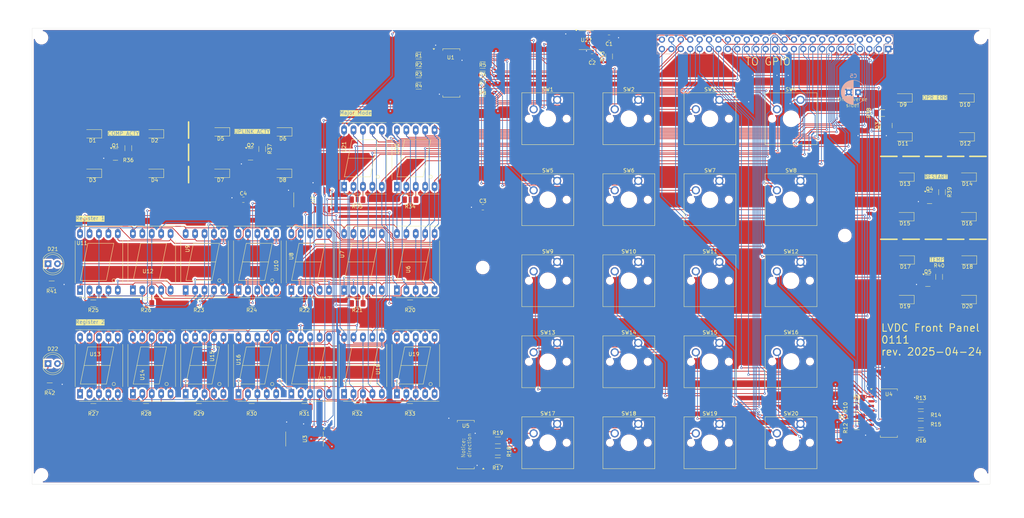
<source format=kicad_pcb>
(kicad_pcb (version 20241229) (generator "pcbnew") (generator_version "9.0")
  (layers (0 "F.Cu" signal) (2 "B.Cu" signal) (13 "F.Paste" user) (15 "B.Paste" user) (5 "F.SilkS" user "F.Silkscreen") (7 "B.SilkS" user "B.Silkscreen") (1 "F.Mask" user) (3 "B.Mask" user) (25 "Edge.Cuts" user))
  (net 0 "")
  (net 1 "Net-(U22-DIS)")
  (net 2 "GND")
  (net 3 "Net-(U22-CV)")
  (net 4 "+5V")
  (net 5 "Net-(D1-K)")
  (net 6 "Net-(D5-K)")
  (net 7 "Net-(D10-K)")
  (net 8 "Net-(D13-K)")
  (net 9 "Net-(D17-K)")
  (net 10 "SIGN_R1")
  (net 11 "Net-(D21-K)")
  (net 12 "SIGN_R2")
  (net 13 "Net-(D22-K)")
  (net 14 "SEG_R2_F")
  (net 15 "SEG_R2_B")
  (net 16 "SEG_R2_D")
  (net 17 "KEY_D")
  (net 18 "KEY_CLEAR")
  (net 19 "KEY_1")
  (net 20 "KEY_0")
  (net 21 "SSEL_R1_0")
  (net 22 "KEY_B")
  (net 23 "KEY_6")
  (net 24 "KEY_2")
  (net 25 "KEY_MINUS")
  (net 26 "SSEL_R1_2")
  (net 27 "KEY_7")
  (net 28 "KEY_F")
  (net 29 "SEG_R2_C")
  (net 30 "SEG_R2_E")
  (net 31 "SEG_R2_DP")
  (net 32 "LAMP_TEMP")
  (net 33 "KEY_8")
  (net 34 "SEG_R1_DP")
  (net 35 "KEY_ENTER")
  (net 36 "SEG_R1_G")
  (net 37 "LAMP_OPR_ERR")
  (net 38 "LAMP_COMP_ACTY")
  (net 40 "SEG_R1_A")
  (net 41 "SEG_R1_C")
  (net 42 "FP_RST")
  (net 43 "KEY_A")
  (net 44 "LAMP_RESTART")
  (net 45 "SEG_R1_E")
  (net 46 "SEG_R2_A")
  (net 47 "SEG_R1_B")
  (net 48 "KEY_4")
  (net 49 "SEG_R1_D")
  (net 50 "KEY_9")
  (net 51 "KEY_5")
  (net 52 "KEY_C")
  (net 53 "KEY_3")
  (net 54 "SEG_R2_G")
  (net 55 "KEY_E")
  (net 56 "LAMP_UPLINK_ACTY")
  (net 58 "SSEL_R1_1")
  (net 59 "SEG_R1_F")
  (net 60 "LAMP_COMP_ACTY_LENGTHENED")
  (net 61 "Net-(Q1-D)")
  (net 62 "Net-(Q2-D)")
  (net 63 "Net-(Q3-D)")
  (net 64 "Net-(Q4-D)")
  (net 65 "Net-(Q5-D)")
  (net 66 "Net-(U1-1A0)")
  (net 67 "Net-(U1-1A1)")
  (net 68 "Net-(U1-1A2)")
  (net 69 "Net-(U1-1A3)")
  (net 70 "Net-(U1-2A0)")
  (net 71 "Net-(U1-2A1)")
  (net 72 "Net-(U1-2A2)")
  (net 73 "Net-(U1-2A3)")
  (net 74 "Net-(U4-1A0)")
  (net 75 "Net-(U4-1A1)")
  (net 76 "Net-(U4-1A2)")
  (net 77 "Net-(U4-1A3)")
  (net 78 "Net-(U4-2A0)")
  (net 79 "Net-(U4-2A1)")
  (net 80 "Net-(U4-2A2)")
  (net 81 "Net-(U4-2A3)")
  (net 82 "Net-(U5-1A0)")
  (net 83 "Net-(U5-1A1)")
  (net 84 "Net-(U5-1A2)")
  (net 85 "Net-(R20-Pad1)")
  (net 86 "R1_D0")
  (net 87 "Net-(R21-Pad1)")
  (net 88 "R1_D1")
  (net 89 "R1_D2")
  (net 90 "Net-(R22-Pad1)")
  (net 91 "Net-(R23-Pad1)")
  (net 92 "R1_D4")
  (net 93 "R1_D3")
  (net 94 "Net-(R24-Pad1)")
  (net 95 "R1_D6")
  (net 96 "Net-(R25-Pad1)")
  (net 97 "Net-(R26-Pad1)")
  (net 98 "R1_D5")
  (net 99 "Net-(R27-Pad1)")
  (net 100 "R2_D6")
  (net 101 "R2_D5")
  (net 102 "Net-(R28-Pad1)")
  (net 103 "Net-(R29-Pad1)")
  (net 104 "R2_D4")
  (net 105 "R2_D3")
  (net 106 "Net-(R30-Pad1)")
  (net 107 "Net-(R31-Pad1)")
  (net 108 "R2_D2")
  (net 109 "Net-(R32-Pad1)")
  (net 110 "R2_D1")
  (net 111 "R2_D0")
  (net 112 "Net-(R33-Pad1)")
  (net 113 "Net-(R34-Pad1)")
  (net 114 "MM_D0")
  (net 115 "Net-(R35-Pad1)")
  (net 116 "MM_D1")
  (footprint "Button_Switch_Keyboard:SW_Cherry_MX_1.00u_PCB" (layer "F.Cu") (at 156.7031 136.144)
    (property "Reference" "SW17")
    (property "Value" "SW_Push")
  )
  (footprint "Display_7Segment:7SegmentLED_LTS6760_LTS6780" (layer "F.Cu") (at 70.8511 128.016 90)
    (property "Reference" "U16")
    (property "Value" "SM420561N")
  )
  (footprint "Resistor_SMD:R_1206_3216Metric_Pad1.30x1.75mm_HandSolder" (layer "F.Cu") (at 136.626 46.99 180)
    (property "Reference" "R8")
    (property "Value" "1K")
  )
  (footprint "LED_SMD:LED_1206_3216Metric_Pad1.42x1.75mm_HandSolder" (layer "F.Cu") (at 267.1715 102.616 180)
    (property "Reference" "D20")
    (property "Value" "LED")
  )
  (footprint "Resistor_SMD:R_1206_3216Metric_Pad1.30x1.75mm_HandSolder" (layer "F.Cu") (at 119.406 39.37)
    (property "Reference" "R2")
    (property "Value" "1K")
  )
  (footprint "Resistor_SMD:R_1206_3216Metric_Pad1.30x1.75mm_HandSolder" (layer "F.Cu") (at 259.588 96.494 90)
    (property "Reference" "R40")
    (property "Value" "330")
  )
  (footprint "Resistor_SMD:R_1206_3216Metric_Pad1.30x1.75mm_HandSolder" (layer "F.Cu") (at 117.0791 103.632 180)
    (property "Reference" "R20")
    (property "Value" "470")
  )
  (footprint "Package_SO:SO-20_12.8x7.5mm_P1.27mm" (layer "F.Cu") (at 246.05 133.223)
    (property "Reference" "U4")
    (property "Value" "74HC244")
  )
  (footprint "Package_SO:SOIC-8_3.9x4.9mm_P1.27mm" (layer "F.Cu") (at 164.527 32.639)
    (property "Reference" "U22")
    (property "Value" "NE555D")
  )
  (footprint "Button_Switch_Keyboard:SW_Cherry_MX_1.00u_PCB" (layer "F.Cu") (at 222.2351 136.144)
    (property "Reference" "SW20")
    (property "Value" "SW_Push")
  )
  (footprint "Resistor_SMD:R_1206_3216Metric_Pad1.30x1.75mm_HandSolder" (layer "F.Cu") (at 237.414 134.239)
    (property "Reference" "R11")
    (property "Value" "1K")
  )
  (footprint "Resistor_SMD:R_1206_3216Metric_Pad1.30x1.75mm_HandSolder" (layer "F.Cu") (at 136.626 39.37 180)
    (property "Reference" "R5")
    (property "Value" "1K")
  )
  (footprint "LED_SMD:LED_1206_3216Metric_Pad1.42x1.75mm_HandSolder" (layer "F.Cu") (at 267.1715 69.596 180)
    (property "Reference" "D14")
    (property "Value" "LED")
  )
  (footprint "Display_7Segment:7SegmentLED_LTS6760_LTS6780" (layer "F.Cu") (at 99.2991 72.136 90)
    (property "Reference" "U21")
    (property "Value" "SM420561N")
  )
  (footprint "Resistor_SMD:R_1206_3216Metric_Pad1.30x1.75mm_HandSolder" (layer "F.Cu") (at 140.716 143.637 180)
    (property "Reference" "R18")
    (property "Value" "1K")
  )
  (footprint "Button_Switch_Keyboard:SW_Cherry_MX_1.00u_PCB" (layer "F.Cu") (at 222.2351 70.612)
    (property "Reference" "SW8")
    (property "Value" "SW_Push")
  )
  (footprint "" (layer "F.Cu") (at 270.764 32.004)
    (property "Reference" "")
    (property "Value" "")
  )
  (footprint "Display_7Segment:7SegmentLED_LTS6760_LTS6780" (layer "F.Cu") (at 85.0751 128.016 90)
    (property "Reference" "U17")
    (property "Value" "SM420561N")
  )
  (footprint "Display_7Segment:7SegmentLED_LTS6760_LTS6780" (layer "F.Cu") (at 99.2991 100.076 90)
    (property "Reference" "U7")
    (property "Value" "SM420561N")
  )
  (footprint "LED_SMD:LED_1206_3216Metric_Pad1.42x1.75mm_HandSolder" (layer "F.Cu") (at 82.7675 68.58 180)
    (property "Reference" "D8")
    (property "Value" "LED")
  )
  (footprint "Package_TO_SOT_SMD:SOT-23" (layer "F.Cu") (at 256.54 97.51)
    (property "Reference" "Q5")
    (property "Value" "2N7002")
  )
  (footprint "LED_SMD:LED_1206_3216Metric_Pad1.42x1.75mm_HandSolder" (layer "F.Cu") (at 267.135 80.264 180)
    (property "Reference" "D16")
    (property "Value" "LED")
  )
  (footprint "Button_Switch_Keyboard:SW_Cherry_MX_1.00u_PCB" (layer "F.Cu") (at 200.3911 48.768)
    (property "Reference" "SW3")
    (property "Value" "SW_Push")
  )
  (footprint "Resistor_SMD:R_1206_3216Metric_Pad1.30x1.75mm_HandSolder" (layer "F.Cu") (at 19.9985 125.984 180)
    (property "Reference" "R42")
    (property "Value" "330")
  )
  (footprint "" (layer "F.Cu") (at 270.764 149.86)
    (property "Reference" "")
    (property "Value" "")
  )
  (footprint "Resistor_SMD:R_1206_3216Metric_Pad1.30x1.75mm_HandSolder" (layer "F.Cu") (at 244.221 52.324 180)
    (property "Reference" "R38")
    (property "Value" "330")
  )
  (footprint "Resistor_SMD:R_1206_3216Metric_Pad1.30x1.75mm_HandSolder" (layer "F.Cu") (at 45.9591 131.572 180)
    (property "Reference" "R28")
    (property "Value" "470")
  )
  (footprint "Resistor_SMD:R_1206_3216Metric_Pad1.30x1.75mm_HandSolder" (layer "F.Cu") (at 31.7611 131.572 180)
    (property "Reference" "R27")
    (property "Value" "470")
  )
  (footprint "Button_Switch_Keyboard:SW_Cherry_MX_1.00u_PCB" (layer "F.Cu") (at 200.3911 114.3)
    (property "Reference" "SW15")
    (property "Value" "SW_Push")
  )
  (footprint "Button_Switch_Keyboard:SW_Cherry_MX_1.00u_PCB" (layer "F.Cu") (at 222.25 114.2368)
    (property "Reference" "SW16")
    (property "Value" "SW_Push")
  )
  (footprint "Button_Switch_Keyboard:SW_Cherry_MX_1.00u_PCB" (layer "F.Cu") (at 178.5471 114.3)
    (property "Reference" "SW14")
    (property "Value" "SW_Push")
  )
  (footprint "Button_Switch_Keyboard:SW_Cherry_MX_1.00u_PCB" (layer "F.Cu") (at 156.7031 114.3)
    (property "Reference" "SW13")
    (property "Value" "SW_Push")
  )
  (footprint "Display_7Segment:7SegmentLED_LTS6760_LTS6780" (layer "F.Cu") (at 28.1791 100.076 90)
    (property "Reference" "U11")
    (property "Value" "SM420561N")
  )
  (footprint "Display_7Segment:7SegmentLED_LTS6760_LTS6780" (layer "F.Cu") (at 28.1791 128.016 90)
    (property "Reference" "U13")
    (property "Value" "SM420561N")
  )
  (footprint "Resistor_SMD:R_1206_3216Metric_Pad1.30x1.75mm_HandSolder" (layer "F.Cu") (at 20.528 98.518 180)
    (property "Reference" "R41")
    (property "Value" "330")
  )
  (footprint "Resistor_SMD:R_1206_3216Metric_Pad1.30x1.75mm_HandSolder" (layer "F.Cu") (at 119.38 36.83)
    (property "Reference" "R1")
    (property "Value" "1K")
  )
  (footprint "Resistor_SMD:R_1206_3216Metric_Pad1.30x1.75mm_HandSolder" (layer "F.Cu") (at 31.7351 103.632 180)
    (property "Reference" "R25")
    (property "Value" "470")
  )
  (footprint "Capacitor_SMD:C_0805_2012Metric_Pad1.18x1.45mm_HandSolder" (layer "F.Cu") (at 136.6735 77.724)
    (property "Reference" "C3")
    (property "Value" "1µF")
  )
  (footprint "Resistor_SMD:R_1206_3216Metric_Pad1.30x1.75mm_HandSolder" (layer "F.Cu") (at 102.8551 103.632 180)
    (property "Reference" "R21")
    (property "Value" "470")
  )
  (footprint "" (layer "F.Cu") (at 17.78 149.86)
    (property "Reference" "")
    (property "Value" "")
  )
  (footprint "Button_Switch_Keyboard:SW_Cherry_MX_1.00u_PCB" (layer "F.Cu") (at 178.5471 136.144)
    (property "Reference" "SW18")
    (property "Value" "SW_Push")
  )
  (footprint "Package_SO:SO-20_12.8x7.5mm_P1.27mm" (layer "F.Cu") (at 128.194 41.529)
    (property "Reference" "U1")
    (property "Value" "74HC244")
  )
  (footprint "Resistor_SMD:R_1206_3216Metric_Pad1.30x1.75mm_HandSolder" (layer "F.Cu") (at 136.626 44.45 180)
    (property "Reference" "R7")
    (property "Value" "1K")
  )
  (footprint "Resistor_SMD:R_1206_3216Metric_Pad1.30x1.75mm_HandSolder" (layer "F.Cu") (at 237.414 131.699)
    (property "Reference" "R10")
    (property "Value" "1K")
  )
  (footprint "LED_SMD:LED_1206_3216Metric_Pad1.42x1.75mm_HandSolder" (layer "F.Cu") (at 48.26 68.58 180)
    (property "Reference" "D4")
    (property "Value" "LED")
  )
  (footprint "LED_SMD:LED_1206_3216Metric_Pad1.42x1.75mm_HandSolder" (layer "F.Cu") (at 31.5325 68.58 180)
    (property "Reference" "D3")
    (property "Value" "LED")
  )
  (footprint "Display_7Segment:7SegmentLED_LTS6760_LTS6780" (layer "F.Cu") (at 85.0751 100.076 90)
    (property "Reference" "U8")
    (property "Value" "SM420561N")
  )
  (footprint "Resistor_SMD:R_1206_3216Metric_Pad1.30x1.75mm_HandSolder" (layer "F.Cu") (at 74.4071 103.632 180)
    (property "Reference" "R24")
    (property "Value" "470")
  )
  (footprint "Resistor_SMD:R_1206_3216Metric_Pad1.30x1.75mm_HandSolder" (layer "F.Cu") (at 140.69 146.177 180)
    (property "Reference" "R17")
    (property "Value" "1K")
  )
  (footprint "Button_Switch_Keyboard:SW_Cherry_MX_1.00u_PCB" (layer "F.Cu") (at 178.5471 70.612)
    (property "Reference" "SW6")
    (property "Value" "SW_Push")
  )
  (footprint "Resistor_SMD:R_1206_3216Metric_Pad1.30x1.75mm_HandSolder" (layer "F.Cu") (at 254.66 136.271 180)
    (property "Reference" "R15")
    (property "Value" "1K")
  )
  (footprint "LED_SMD:LED_1206_3216Metric_Pad1.42x1.75mm_HandSolder" (layer "F.Cu") (at 66.04 57.404 180)
    (property "Reference" "D5")
    (property "Value" "LED")
  )
  (footprint "LED_SMD:LED_1206_3216Metric_Pad1.42x1.75mm_HandSolder" (layer "F.Cu") (at 266.573 48.26 180)
    (property "Reference" "D10")
    (property "Value" "LED")
  )
  (footprint "Display_7Segment:7SegmentLED_LTS6760_LTS6780" (layer "F.Cu") (at 113.5231 72.136 90)
    (property "Reference" "U20")
    (property "Value" "SM420561N")
  )
  (footprint "Resistor_SMD:R_1206_3216Metric_Pad1.30x1.75mm_HandSolder" (layer "F.Cu") (at 119.38 41.91)
    (property "Reference" "R3")
    (property "Value" "1K")
  )
  (footprint "Package_TO_SOT_SMD:SOT-23" (layer "F.Cu") (at 245.364 55.6825 90)
    (property "Reference" "Q3")
    (property "Value" "2N7002")
  )
  (footprint "LED_SMD:LED_1206_3216Metric_Pad1.42x1.75mm_HandSolder" (layer "F.Cu") (at 249.8995 48.26 180)
    (property "Reference" "D9")
    (property "Value" "LED")
  )
  (footprint "Button_Switch_Keyboard:SW_Cherry_MX_1.00u_PCB" (layer "F.Cu") (at 178.5471 48.768)
    (property "Reference" "SW2")
    (property "Value" "SW_Push")
  )
  (footprint "Package_SO:SO-16_3.9x9.9mm_P1.27mm" (layer "F.Cu") (at 88.6311 140.208 -90)
    (property "Reference" "U3")
    (property "Value" "74HCT138")
  )
  (footprint "Resistor_SMD:R_1206_3216Metric_Pad1.30x1.75mm_HandSolder" (layer "F.Cu") (at 260.37 73.666 90)
    (property "Reference" "R39")
    (property "Value" "330")
  )
  (footprint "Resistor_SMD:R_1206_3216Metric_Pad1.30x1.75mm_HandSolder" (layer "F.Cu") (at 117.1051 75.692 180)
    (property "Reference" "R34")
    (property "Value" "470")
  )
  (footprint "Button_Switch_Keyboard:SW_Cherry_MX_1.00u_PCB" (layer "F.Cu") (at 156.7031 48.768)
    (property "Reference" "SW1")
    (property "Value" "SW_Push")
  )
  (footprint "LED_SMD:LED_1206_3216Metric_Pad1.42x1.75mm_HandSolder" (layer "F.Cu") (at 249.8995 58.7305 180)
    (property "Reference" "D11")
    (property "Value" "LED")
  )
  (footprint "Resistor_SMD:R_1206_3216Metric_Pad1.30x1.75mm_HandSolder" (layer "F.Cu") (at 77.2435 62.026 90)
    (property "Reference" "R37")
    (property "Value" "330")
  )
  (footprint "Button_Switch_Keyboard:SW_Cherry_MX_1.00u_PCB" (layer "F.Cu") (at 200.3854 136.1553)
    (property "Reference" "SW19")
    (property "Value" "SW_Push")
  )
  (footprint "LED_SMD:LED_1206_3216Metric_Pad1.42x1.75mm_HandSolder" (layer "F.Cu") (at 48.26 57.912 180)
    (property "Reference" "D2")
    (property "Value" "LED")
  )
  (footprint "LED_SMD:LED_1206_3216Metric_Pad1.42x1.75mm_HandSolder" (layer "F.Cu") (at 82.804 57.404 180)
    (property "Reference" "D6")
    (property "Value" "LED")
  )
  (footprint "Resistor_SMD:R_1206_3216Metric_Pad1.30x1.75mm_HandSolder" (layer "F.Cu") (at 237.414 129.159)
    (property "Reference" "R9")
    (property "Value" "1K")
  )
  (footprint "Display_7Segment:7SegmentLED_LTS6760_LTS6780" (layer "F.Cu") (at 99.2991 128.016 90)
    (property "Reference" "U18")
    (property "Value" "SM420561N")
  )
  (footprint "Display_7Segment:7SegmentLED_LTS6760_LTS6780" (layer "F.Cu") (at 113.5231 100.076 90)
    (property "Reference" "U6")
    (property "Value" "SM420561N")
  )
  (footprint "LED_SMD:LED_1206_3216Metric_Pad1.42x1.75mm_HandSolder" (layer "F.Cu") (at 267.2445 91.948 180)
    (property "Reference" "D18")
    (property "Value" "LED")
  )
  (footprint "Resistor_SMD:R_1206_3216Metric_Pad1.30x1.75mm_HandSolder" (layer "F.Cu") (at 117.0531 131.572 180)
    (property "Reference" "R33")
    (property "Value" "470")
  )
  (footprint "LED_SMD:LED_1206_3216Metric_Pad1.42x1.75mm_HandSolder" (layer "F.Cu") (at 250.4075 102.616 180)
    (property "Reference" "D19")
    (property "Value" "LED")
  )
  (footprint "Resistor_SMD:R_1206_3216Metric_Pad1.30x1.75mm_HandSolder" (layer "F.Cu") (at 74.4071 131.572 180)
    (property "Reference" "R30")
    (property "Value" "470")
  )
  (footprint "Button_Switch_Keyboard:SW_Cherry_MX_1.00u_PCB" (layer "F.Cu") (at 156.7031 92.456)
    (property "Reference" "SW9")
    (property "Value" "SW_Push")
  )
  (footprint "Resistor_SMD:R_1206_3216Metric_Pad1.30x1.75mm_HandSolder" (layer "F.Cu") (at 136.626 41.91 180)
    (property "Reference" "R6")
    (property "Value" "1K")
  )
  (footprint "Capacitor_SMD:C_0805_2012Metric_Pad1.18x1.45mm_HandSolder" (layer "F.Cu") (at 72.1575 75.692)
    (property "Reference" "C4")
    (property "Value" "1µF")
  )
  (footprint "Display_7Segment:7SegmentLED_LTS6760_LTS6780" (layer "F.Cu") (at 56.6271 100.076 90)
    (property "Reference" "U9")
    (property "Value" "SM420561N")
  )
  (footprint "Button_Switch_Keyboard:SW_Cherry_MX_1.00u_PCB" (layer "F.Cu") (at 222.2351 48.768)
    (property "Reference" "SW4")
    (property "Value" "SW_Push")
  )
  (footprint "Resistor_SMD:R_1206_3216Metric_Pad1.30x1.75mm_HandSolder" (layer "F.Cu") (at 60.1571 103.632 180)
    (property "Reference" "R23")
    (property "Value" "470")
  )
  (footprint "LED_SMD:LED_1206_3216Metric_Pad1.42x1.75mm_HandSolder" (layer "F.Cu") (at 250.4075 69.596 180)
    (property "Reference" "D13")
    (property "Value" "LED")
  )
  (footprint "Resistor_SMD:R_1206_3216Metric_Pad1.30x1.75mm_HandSolder" (layer "F.Cu") (at 254.686 138.811 180)
    (property "Reference" "R16")
    (property "Value" "1K")
  )
  (footprint "Resistor_SMD:R_1206_3216Metric_Pad1.30x1.75mm_HandSolder" (layer "F.Cu") (at 88.6311 103.632 180)
    (property "Reference" "R22")
    (property "Value" "470")
  )
  (footprint "Resistor_SMD:R_1206_3216Metric_Pad1.30x1.75mm_HandSolder" (layer "F.Cu") (at 237.414 136.779)
    (property "Reference" "R12")
    (property "Value" "1K")
  )
  (footprint "Package_SO:SO-16_3.9x9.9mm_P1.27mm" (layer "F.Cu") (at 90.805 75.727 -90)
    (property "Reference" "U2")
    (property "Value" "74HCT138")
  )
  (footprint "Button_Switch_Keyboard:SW_Cherry_MX_1.00u_PCB" (layer "F.Cu") (at 178.5423 92.456)
    (property "Reference" "SW10")
    (property "Value" "SW_Push")
  )
  (footprint "Button_Switch_Keyboard:SW_Cherry_MX_1.00u_PCB" (layer "F.Cu") (at 200.3911 92.456)
    (property "Reference" "SW11")
    (property "Value" "SW_Push")
  )
  (footprint "Display_7Segment:7SegmentLED_LTS6760_LTS6780" (layer "F.Cu") (at 42.4031 128.016 90)
    (property "Reference" "U14")
    (property "Value" "SM420561N")
  )
  (footprint "Resistor_SMD:R_1206_3216Metric_Pad1.30x1.75mm_HandSolder" (layer "F.Cu") (at 102.8291 131.572 180)
    (property "Reference" "R32")
    (property "Value" "470")
  )
  (footprint "Button_Switch_Keyboard:SW_Cherry_MX_1.00u_PCB" (layer "F.Cu") (at 200.3911 70.612)
    (property "Reference" "SW7")
    (property "Value" "SW_Push")
  )
  (footprint "Resistor_SMD:R_1206_3216Metric_Pad1.30x1.75mm_HandSolder" (layer "F.Cu") (at 254.66 133.731 180)
    (property "Reference" "R14")
    (property "Value" "1K")
  )
  (footprint "Resistor_SMD:R_1206_3216Metric_Pad1.30x1.75mm_HandSolder" (layer "F.Cu") (at 254.66 131.191 180)
    (property "Reference" "R13")
    (property "Value" "1K")
  )
  (footprint "LED_SMD:LED_1206_3216Metric_Pad1.42x1.75mm_HandSolder" (layer "F.Cu") (at 266.646 58.7305 180)
    (property "Reference" "D12")
    (property "Value" "LED")
  )
  (footprint "Capacitor_SMD:C_0805_2012Metric_Pad1.18x1.45mm_HandSolder" (layer "F.Cu") (at 166.116 37.084 180)
    (property "Reference" "C2")
    (property "Value" "100nF")
  )
  (footprint "LED_SMD:LED_1206_3216Metric_Pad1.42x1.75mm_HandSolder" (layer "F.Cu") (at 250.4805 91.948 180)
    (property "Reference" "D17")
    (property "Value" "LED")
  )
  (footprint "Resistor_SMD:R_1206_3216Metric_Pad1.30x1.75mm_HandSolder" (layer "F.Cu") (at 60.1831 131.572 180)
    (property "Reference" "R29")
    (property "Value" "470")
  )
  (footprint "" (layer "F.Cu") (at 136.652 93.98)
    (property "Reference" "")
    (property "Value" "")
  )
  (footprint "" (layer "F.Cu") (at 234.188 85.344)
    (property "Reference" "")
    (property "Value" "")
  )
  (footprint "Package_SO:SO-20_12.8x7.5mm_P1.27mm" (layer "F.Cu") (at 132.08 141.732 180)
    (property "Reference" "U5")
    (property "Value" "74HC244")
  )
  (footprint "Display_7Segment:7SegmentLED_LTS6760_LTS6780" (layer "F.Cu") (at 113.5231 128.016 90)
    (property "Reference" "U19")
    (property "Value" "SM420561N")
  )
  (footprint "Display_7Segment:7SegmentLED_LTS6760_LTS6780" (layer "F.Cu") (at 70.8511 100.076 90)
    (property "Reference" "U10")
    (property "Value" "SM420561N")
  )
  (footprint "Package_TO_SOT_SMD:SOT-23" (layer "F.Cu") (at 37.707 63.5)
    (property "Reference" "Q1")
    (property "Value" "2N7002")
  )
  (footprint "Package_TO_SOT_SMD:SOT-23" (layer "F.Cu") (at 257.0115 75.184)
    (property "Reference" "Q4")
    (property "Value" "2N7002")
  )
  (footprint "Resistor_SMD:R_1206_3216Metric_Pad1.30x1.75mm_HandSolder" (layer "F.Cu") (at 102.8291 75.692 180)
    (property "Reference" "R35")
    (property "Value" "470")
  )
  (footprint "LED_SMD:LED_1206_3216Metric_Pad1.42x1.75mm_HandSolder" (layer "F.Cu") (at 31.5325 57.912 180)
    (property "Reference" "D1")
    (property "Value" "LED")
  )
  (footprint "Capacitor_SMD:C_0805_2012Metric_Pad1.18x1.45mm_HandSolder" (layer "F.Cu") (at 170.6665 32.004 180)
    (property "Reference" "C1")
    (property "Value" "1µF")
  )
  (footprint "Button_Switch_Keyboard:SW_Cherry_MX_1.00u_PCB" (layer "F.Cu") (at 222.2351 92.456)
    (property "Reference" "SW12")
    (property "Value" "SW_Push")
  )
  (footprint "Button_Switch_Keyboard:SW_Cherry_MX_1.00u_PCB" (layer "F.Cu") (at 156.7031 70.612)
    (property "Reference" "SW5")
    (property "Value" "SW_Push")
  )
  (footprint "Resistor_SMD:R_1206_3216Metric_Pad1.30x1.75mm_HandSolder" (layer "F.Cu") (at 41.1665 61.789 90)
    (property "Reference" "R36")
    (property "Value" "330")
  )
  (footprint "Resistor_SMD:R_1206_3216Metric_Pad1.30x1.75mm_HandSolder" (layer "F.Cu") (at 45.9331 103.632 180)
    (property "Reference" "R26")
    (property "Value" "470")
  )
  (footprint "LED_THT:LED_D5.0mm" (layer "F.Cu") (at 19.553 119.888)
    (property "Reference" "D22")
    (property "Value" "LED")
  )
  (footprint "Resistor_SMD:R_1206_3216Metric_Pad1.30x1.75mm_HandSolder" (layer "F.Cu") (at 140.716 140.589 180)
    (property "Reference" "R19")
    (property "Value" "1K")
  )
  (footprint "Resistor_SMD:R_1206_3216Metric_Pad1.30x1.75mm_HandSolder" (layer "F.Cu") (at 119.38 44.958)
    (property "Reference" "R4")
    (property "Value" "1K")
  )
  (footprint "Package_TO_SOT_SMD:SOT-23" (layer "F.Cu") (at 74.0895 63.434)
    (property "Reference" "Q2")
    (property "Value" "2N7002")
  )
  (footprint "Display_7Segment:7SegmentLED_LTS6760_LTS6780" (layer "F.Cu") (at 56.6271 128.016 90)
    (property "Reference" "U15")
    (property "Value" "SM420561N")
  )
  (footprint "Resistor_SMD:R_1206_3216Metric_Pad1.30x1.75mm_HandSolder" (layer "F.Cu") (at 88.6051 131.572 180)
    (property "Reference" "R31")
    (property "Value" "470")
  )
  (footprint "LED_SMD:LED_1206_3216Metric_Pad1.42x1.75mm_HandSolder" (layer "F.Cu") (at 66.0035 68.58 180)
    (property "Reference" "D7")
    (property "Value" "LED")
  )
  (footprint "LED_THT:LED_D5.0mm" (layer "F.Cu") (at 19.553 92.964)
    (property "Reference" "D21")
    (property "Value" "LED")
  )
  (footprint "Display_7Segment:7SegmentLED_LTS6760_LTS6780" (layer "F.Cu") (at 42.4031 100.076 90)
    (property "Reference" "U12")
    (property "Value" "SM420561N")
  )
  (footprint "" (layer "F.Cu") (at 17.78 32.004)
    (property "Reference" "")
    (property "Value" "")
  )
  (footprint "Resistor_SMD:R_1206_3216Metric_Pad1.30x1.75mm_HandSolder" (layer "F.Cu") (at 170.688 37.058 90)
    (property "Reference" "R43")
    (property "Value" "200K")
  )
  (footprint "LED_SMD:LED_1206_3216Metric_Pad1.42x1.75mm_HandSolder" (layer "F.Cu") (at 250.371 80.264 180)
    (property "Reference" "D15")
    (property "Value" "LED")
  )
  (footprint "Connector_PinHeader_2.54mm:PinHeader_2x25_P2.54mm_Vertical" (layer "B.Cu") (at 245.872 35.052 90)
    (property "Reference" "J1" (hide yes))
    (property "Value" "TO_FP" (hide yes))
  )
  (footprint "Capacitor_THT:CP_Radial_D6.3mm_P2.50mm" (layer "B.Cu") (at 237.744 46.736 180)
    (property "Reference" "C5")
    (property "Value" "1000µF")
  )
  (gr_line (start 243.84 64.008) (end 272.288 64.008) (stroke (width 0.4) (type dash)) (layer "F.SilkS"))
  (gr_line (start 57.404 71.12) (end 57.404 53.848) (stroke (width 0.4) (type dash)) (layer "F.SilkS"))
  (gr_line (start 243.84 86.36) (end 272.288 86.36) (stroke (width 0.4) (type dash)) (layer "F.SilkS"))
  (gr_rect (start 15.24 29.464) (end 273.304 152.4) (stroke (width 0.05)) (fill no) (layer "Edge.Cuts"))
  (gr_text "OPR ERR" (at 255.016 48.768 0) (layer "F.SilkS" knockout) (effects (font (size 1 1) (thickness 0.1)) (justify left bottom)))
  (gr_text "LVDC Front Panel\n0111\nrev. 2025-04-24" (at 243.84 117.856 0) (layer "F.SilkS") (effects (font (size 2 2) (thickness 0.25)) (justify left bottom)))
  (gr_text "Major Mode" (at 98.044 52.832 0) (layer "F.SilkS" knockout) (effects (font (size 1 1) (thickness 0.1)) (justify left bottom)))
  (gr_text "Notice:\ndirection" (at 133.604 145.288 90) (layer "F.SilkS") (effects (font (size 1 1) (thickness 0.1)) (justify left bottom)))
  (gr_text "Register 1" (at 26.924 81.28 0) (layer "F.SilkS" knockout) (effects (font (size 1 1) (thickness 0.1)) (justify left bottom)))
  (gr_text "RESTART" (at 255.524 70.104 0) (layer "F.SilkS" knockout) (effects (font (size 1 1) (thickness 0.1)) (justify left bottom)))
  (gr_text "TO GPIO" (at 207.264 39.624 0) (layer "F.SilkS") (effects (font (size 2 2) (thickness 0.2)) (justify left bottom)))
  (gr_text "COMP ACTY" (at 35.56 58.42 0) (layer "F.SilkS" knockout) (effects (font (size 1 1) (thickness 0.1)) (justify left bottom)))
  (gr_text "TEMP" (at 257.048 92.456 0) (layer "F.SilkS" knockout) (effects (font (size 1 1) (thickness 0.1)) (justify left bottom)))
  (gr_text "Register 2" (at 26.924 109.22 0) (layer "F.SilkS" knockout) (effects (font (size 1 1) (thickness 0.1)) (justify left bottom)))
  (gr_text "UPLINK ACTY" (at 69.596 57.912 0) (layer "F.SilkS" knockout) (effects (font (size 1 1) (thickness 0.1)) (justify left bottom)))
  (gr_text "On reverse\nside!" (at 236.22 50.8 0) (layer "F.SilkS") (effects (font (size 1 1) (thickness 0.1)) (justify bottom)))
  (segment (start 167.002 32.004) (end 167.002 33.274) (width 0.2) (layer "F.Cu") (net 1))
  (segment (start 168.454 33.274) (end 170.688 35.508) (width 0.2) (layer "F.Cu") (net 1))
  (segment (start 167.002 33.274) (end 168.454 33.274) (width 0.2) (layer "F.Cu") (net 1))
  (segment (start 169.629 32.004) (end 167.002 32.004) (width 0.2) (layer "F.Cu") (net 1))
  (segment (start 246.314 56.62) (end 246.314 57.47) (width 0.2) (layer "F.Cu") (net 2))
  (segment (start 84.1861 137.633) (end 84.1861 136.0021) (width 0.2) (layer "F.Cu") (net 2))
  (segment (start 134.747 138.557) (end 134.62 138.684) (width 0.2) (layer "F.Cu") (net 2))
  (segment (start 200.3911 48.768) (end 207.772 48.768) (width 0.2) (layer "F.Cu") (net 2))
  (segment (start 136.83 138.557) (end 134.747 138.557) (width 0.2) (layer "F.Cu") (net 2))
  (segment (start 135.779 137.956) (end 136.38 138.557) (width 0.2) (layer "F.Cu") (net 2))
  (segment (start 209.296 42.164) (end 215.9 42.164) (width 0.2) (layer "F.Cu") (net 2))
  (segment (start 135.779 136.686) (end 135.779 137.956) (width 0.2) (layer "F.Cu") (net 2))
  (segment (start 126.279 144.306) (end 126.948 143.637) (width 0.2) (layer "F.Cu") (net 2))
  (segment (start 127.33 134.798) (end 127.508 134.62) (width 0.2) (layer "F.Cu") (net 2))
  (segment (start 23.842 98.518) (end 23.876 98.552) (width 0.2) (layer "F.Cu") (net 2))
  (segment (start 71.628 65.908) (end 71.628 66.04) (width 0.2) (layer "F.Cu") (net 2))
  (segment (start 126.279 143.036) (end 126.279 141.766) (width 0.2) (layer "F.Cu") (net 2))
  (segment (start 126.279 139.226) (end 126.948 138.557) (width 0.2) (layer "F.Cu") (net 2))
  (segment (start 127.712 136.017) (end 127.33 136.017) (width 0.2) (layer "F.Cu") (net 2))
  (segment (start 90.17 71.882) (end 90.932 71.12) (width 0.2) (layer "F.Cu") (net 2))
  (segment (start 128.381 136.686) (end 127.712 136.017) (width 0.2) (layer "F.Cu") (net 2))
  (segment (start 245.364 58.42) (end 237.744 58.42) (width 0.2) (layer "F.Cu") (net 2))
  (segment (start 126.88 143.637) (end 126.279 143.036) (width 0.2) (layer "F.Cu") (net 2))
  (segment (start 22.86 125.984) (end 23.368 125.476) (width 0.2) (layer "F.Cu") (net 2))
  (segment (start 162.052 30.734) (end 159.258 30.734) (width 0.2) (layer "F.Cu") (net 2))
  (segment (start 241.3 127.508) (end 241.3 127) (width 0.2) (layer "F.Cu") (net 2))
  (segment (start 123.444 34.544) (end 123.952 34.036) (width 0.2) (layer "F.Cu") (net 2))
  (segment (start 84.1861 136.0021) (end 83.82 135.636) (width 0.2) (layer "F.Cu") (net 2))
  (segment (start 242.316 120.904) (end 244.856 120.904) (width 0.2) (layer "F.Cu") (net 2))
  (segment (start 132.944 37.084) (end 132.08 37.084) (width 0.2) (layer "F.Cu") (net 2))
  (segment (start 159.258 30.734) (end 159.004 30.988) (width 0.2) (layer "F.Cu") (net 2))
  (segment (start 34.61 64.45) (end 34.544 64.516) (width 0.2) (layer "F.Cu") (net 2))
  (segment (start 73.152 64.384) (end 71.628 65.908) (width 0.2) (layer "F.Cu") (net 2))
  (segment (start 254.066 76.134) (end 254 76.2) (width 0.2) (layer "F.Cu") (net 2))
  (segment (start 136.38 138.557) (end 136.83 138.557) (width 0.2) (layer "F.Cu") (net 2))
  (segment (start 69.596 75.692) (end 69.088 75.184) (width 0.2) (layer "F.Cu") (net 2))
  (segment (start 126.948 143.637) (end 127.33 143.637) (width 0.2) (layer "F.Cu") (net 2))
  (segment (start 36.7695 64.45) (end 34.61 64.45) (width 0.2) (layer "F.Cu") (net 2))
  (segment (start 127.33 146.177) (end 126.88 146.177) (width 0.2) (layer "F.Cu") (net 2))
  (segment (start 233.212 48.768) (end 235.244 46.736) (width 0.2) (layer "F.Cu") (net 2))
  (segment (start 123.444 47.244) (end 124.968 47.244) (width 0.2) (layer "F.Cu") (net 2))
  (segment (start 136.448 136.017) (end 135.779 136.686) (width 0.2) (layer "F.Cu") (net 2))
  (segment (start 123.444 35.814) (end 123.444 34.544) (width 0.2) (layer "F.Cu") (net 2))
  (segment (start 22.078 98.518) (end 23.842 98.518) (width 0.2) (layer "F.Cu") (net 2))
  (segment (start 252.73 128.778) (end 252.984 129.032) (width 0.2) (layer "F.Cu") (net 2))
  (segment (start 126.279 141.766) (end 126.948 141.097) (width 0.2) (layer "F.Cu") (net 2))
  (segment (start 171.704 32.004) (end 173.228 32.004) (width 0.2) (layer "F.Cu") (net 2))
  (segment (start 136.83 136.017) (end 136.448 136.017) (width 0.2) (layer "F.Cu") (net 2))
  (segment (start 128.381 137.888) (end 128.381 136.686) (width 0.2) (layer "F.Cu") (net 2))
  (segment (start 207.772 48.768) (end 208.28 49.276) (width 0.2) (layer "F.Cu") (net 2))
  (segment (start 256.074 76.134) (end 254.066 76.134) (width 0.2) (layer "F.Cu") (net 2))
  (segment (start 126.88 141.097) (end 126.279 140.496) (width 0.2) (layer "F.Cu") (net 2))
  (segment (start 126.279 145.576) (end 126.279 144.306) (width 0.2) (layer "F.Cu") (net 2))
  (segment (start 127.33 138.557) (end 127.712 138.557) (width 0.2) (layer "F.Cu") (net 2))
  (segment (start 241.3 138.938) (end 240.03 138.938) (width 0.2) (layer "F.Cu") (net 2))
  (segment (start 220.472 48.768) (end 222.2351 48.768) (width 0.2) (layer "F.Cu") (net 2))
  (segment (start 127.33 141.097) (end 126.88 141.097) (width 0.2) (layer "F.Cu") (net 2))
  (segment (start 21.5485 125.984) (end 22.86 125.984) (width 0.2) (layer "F.Cu") (net 2))
  (segment (start 90.17 73.152) (end 90.17 71.882) (width 0.2) (layer "F.Cu") (net 2))
  (segment (start 127.712 138.557) (end 128.381 137.888) (width 0.2) (layer "F.Cu") (net 2))
  (segment (start 136.83 147.447) (end 135.255 147.447) (width 0.2) (layer "F.Cu") (net 2))
  (segment (start 135.636 77.724) (end 133.604 77.724) (width 0.2) (layer "F.Cu") (net 2))
  (segment (start 222.2351 48.768) (end 233.212 48.768) (width 0.2) (layer "F.Cu") (net 2))
  (segment (start 126.279 140.496) (end 126.279 139.226) (width 0.2) (layer "F.Cu") (net 2))
  (segment (start 127.33 136.017) (end 127.33 134.798) (width 0.2) (layer "F.Cu") (net 2))
  (segment (start 126.948 138.557) (end 127.33 138.557) (width 0.2) (layer "F.Cu") (net 2))
  (segment (start 215.9 42.164) (end 218.948 42.164) (width 0.2) (layer "F.Cu") (net 2))
  (segment (start 250.8 128.778) (end 252.73 128.778) (width 0.2) (layer "F.Cu") (net 2))
  (segment (start 132.08 37.084) (end 131.064 38.1) (width 0.2) (layer "F.Cu") (net 2))
  (segment (start 126.88 146.177) (end 126.279 145.576) (width 0.2) (layer "F.Cu") (net 2))
  (segment (start 165.0785 37.084) (end 165.0785 36.0465) (width 0.2) (layer "F.Cu") (net 2))
  (segment (start 240.03 138.938) (end 239.776 139.192) (width 0.2) (layer "F.Cu") (net 2))
  (segment (start 71.12 75.692) (end 69.596 75.692) (width 0.2) (layer "F.Cu") (net 2))
  (segment (start 135.255 147.447) (end 135.128 147.32) (width 0.2) (layer "F.Cu") (net 2))
  (segment (start 219.456 49.784) (end 220.472 48.768) (width 0.2) (layer "F.Cu") (net 2))
  (segment (start 87.9961 136.5399) (end 88.392 136.144) (width 0.2) (layer "F.Cu") (net 2))
  (segment (start 126.948 141.097) (end 127.33 141.097) (width 0.2) (layer "F.Cu") (net 2))
  (segment (start 255.6025 98.46) (end 253.584 98.46) (width 0.2) (layer "F.Cu") (net 2))
  (segment (start 241.3 127) (end 240.284 125.984) (width 0.2) (layer "F.Cu") (net 2))
  (segment (start 246.314 57.47) (end 245.364 58.42) (width 0.2) (layer "F.Cu") (net 2))
  (segment (start 86.36 73.152) (end 84.328 73.152) (width 0.2) (layer "F.Cu") (net 2))
  (segment (start 253.584 98.46) (end 253.492 98.552) (width 0.2) (layer "F.Cu") (net 2))
  (segment (start 165.0785 36.0465) (end 164.592 35.56) (width 0.2) (layer "F.Cu") (net 2))
  (segment (start 87.9961 137.633) (end 87.9961 136.5399) (width 0.2) (layer "F.Cu") (net 2))
  (segment (start 91.44 73.152) (end 90.17 73.152) (width 0.2) (layer "F.Cu") (net 2))
  (segment (start 127.33 143.637) (end 126.88 143.637) (width 0.2) (layer "F.Cu") (net 2))
  (segment (start 89.2661 137.633) (end 87.9961 137.633) (width 0.2) (layer "F.Cu") (net 2))
  (via (at 84.328 73.152) (size 0.6) (drill 0.3) (layers "F.Cu" "B.Cu") (net 2))
  (via (at 240.284 125.984) (size 0.6) (drill 0.3) (layers "F.Cu" "B.Cu") (net 2))
  (via (at 208.28 49.276) (size 0.6) (drill 0.3) (layers "F.Cu" "B.Cu") (net 2))
  (via (at 134.62 138.684) (size 0.6) (drill 0.3) (layers "F.Cu" "B.Cu") (net 2))
  (via (at 252.984 129.032) (size 0.6) (drill 0.3) (layers "F.Cu" "B.Cu") (net 2))
  (via (at 123.952 34.036) (size 0.6) (drill 0.3) (layers "F.Cu" "B.Cu") (net 2))
  (via (at 239.776 139.192) (size 0.6) (drill 0.3) (layers "F.Cu" "B.Cu") (net 2))
  (via (at 245.364 58.42) (size 0.6) (drill 0.3) (layers "F.Cu" "B.Cu") (net 2))
  (via (at 71.628 66.04) (size 0.6) (drill 0.3) (layers "F.Cu" "B.Cu") (net 2))
  (via (at 34.544 64.516) (size 0.6) (drill 0.3) (layers "F.Cu" "B.Cu") (net 2))
  (via (at 127.508 134.62) (size 0.6) (drill 0.3) (layers "F.Cu" "B.Cu") (net 2))
  (via (at 254 76.2) (size 0.6) (drill 0.3) (layers "F.Cu" "B.Cu") (net 2))
  (via (at 90.932 71.12) (size 0.6) (drill 0.3) (layers "F.Cu" "B.Cu") (net 2))
  (via (at 219.456 49.784) (size 0.6) (drill 0.3) (layers "F.Cu" "B.Cu") (net 2))
  (via (at 131.064 38.1) (size 0.6) (drill 0.3) (layers "F.Cu" "B.Cu") (net 2))
  (via (at 173.228 32.004) (size 0.6) (drill 0.3) (layers "F.Cu" "B.Cu") (net 2))
  (via (at 164.592 35.56) (size 0.6) (drill 0.3) (layers "F.Cu" "B.Cu") (net 2))
  (via (at 253.492 98.552) (size 0.6) (drill 0.3) (layers "F.Cu" "B.Cu") (net 2))
  (via (at 69.088 75.184) (size 0.6) (drill 0.3) (layers "F.Cu" "B.Cu") (net 2))
  (via (at 23.876 98.552) (size 0.6) (drill 0.3) (layers "F.Cu" "B.Cu") (net 2))
  (via (at 244.856 120.904) (size 0.6) (drill 0.3) (layers "F.Cu" "B.Cu") (net 2))
  (via (at 83.82 135.636) (size 0.6) (drill 0.3) (layers "F.Cu" "B.Cu") (net 2))
  (via (at 159.004 30.988) (size 0.6) (drill 0.3) (layers "F.Cu" "B.Cu") (net 2))
  (via (at 88.392 136.144) (size 0.6) (drill 0.3) (layers "F.Cu" "B.Cu") (net 2))
  (via (at 133.604 77.724) (size 0.6) (drill 0.3) (layers "F.Cu" "B.Cu") (net 2))
  (via (at 215.9 42.164) (size 0.6) (drill 0.3) (layers "F.Cu" "B.Cu") (net 2))
  (via (at 237.744 58.42) (size 0.6) (drill 0.3) (layers "F.Cu" "B.Cu") (net 2))
  (via (at 218.948 42.164) (size 0.6) (drill 0.3) (layers "F.Cu" "B.Cu") (net 2))
  (via (at 23.368 125.476) (size 0.6) (drill 0.3) (layers "F.Cu" "B.Cu") (net 2))
  (via (at 135.128 147.32) (size 0.6) (drill 0.3) (layers "F.Cu" "B.Cu") (net 2))
  (via (at 242.316 120.904) (size 0.6) (drill 0.3) (layers "F.Cu" "B.Cu") (net 2))
  (via (at 124.968 47.244) (size 0.6) (drill 0.3) (layers "F.Cu" "B.Cu") (net 2))
  (via (at 209.296 42.164) (size 0.6) (drill 0.3) (layers "F.Cu" "B.Cu") (net 2))
  (segment (start 240.284 122.936) (end 242.316 120.904) (width 0.2) (layer "B.Cu") (net 2))
  (segment (start 240.284 125.984) (end 240.284 122.936) (width 0.2) (layer "B.Cu") (net 2))
  (segment (start 167.1535 37.084) (end 167.1535 34.6955) (width 0.2) (layer "F.Cu") (net 3))
  (segment (start 167.1535 34.6955) (end 167.002 34.544) (width 0.2) (layer "F.Cu") (net 3))
  (segment (start 165.3445 30.5244) (end 165.1 30.7689) (width 0.2) (layer "F.Cu") (net 4))
  (segment (start 143.637 140.589) (end 143.764 140.716) (width 0.2) (layer "F.Cu") (net 4))
  (segment (start 166.7924 30.5244) (end 165.3445 30.5244) (width 0.2) (layer "F.Cu") (net 4))
  (segment (start 139.7 40.132) (end 138.938 40.132) (width 0.2) (layer "F.Cu") (net 4))
  (segment (start 93.0761 142.783) (end 93.6191 142.24) (width 0.2) (layer "F.Cu") (net 4))
  (segment (start 167.002 30.734) (end 166.7924 30.5244) (width 0.2) (layer "F.Cu") (net 4))
  (segment (start 139.192 42.164) (end 138.938 41.91) (width 0.2) (layer "F.Cu") (net 4))
  (segment (start 139.7 42.164) (end 139.192 42.164) (width 0.2) (layer "F.Cu") (net 4))
  (segment (start 93.6191 142.24) (end 96.012 142.24) (width 0.2) (layer "F.Cu") (net 4))
  (segment (start 235.864 134.239) (end 234.315 134.239) (width 0.2) (layer "F.Cu") (net 4))
  (segment (start 234.315 134.239) (end 234.188 134.112) (width 0.2) (layer "F.Cu") (net 4))
  (segment (start 170.688 38.608) (end 169.164 38.608) (width 0.2) (layer "F.Cu") (net 4))
  (segment (start 138.938 41.91) (end 138.176 41.91) (width 0.2) (layer "F.Cu") (net 4))
  (segment (start 142.266 140.589) (end 143.637 140.589) (width 0.2) (layer "F.Cu") (net 4))
  (segment (start 138.938 40.132) (end 138.176 39.37) (width 0.2) (layer "F.Cu") (net 4))
  (via (at 231.648 131.572) (size 0.6) (drill 0.3) (layers "F.Cu" "B.Cu") (net 4))
  (via (at 139.7 40.132) (size 0.6) (drill 0.3) (layers "F.Cu" "B.Cu") (net 4))
  (via (at 139.7 42.164) (size 0.6) (drill 0.3) (layers "F.Cu" "B.Cu") (net 4))
  (via (at 145.288 143.256) (size 0.6) (drill 0.3) (layers "F.Cu" "B.Cu") (net 4))
  (via (at 90.424 140.208) (size 0.6) (drill 0.3) (layers "F.Cu" "B.Cu") (net 4))
  (via (at 231.648 129.032) (size 0.6) (drill 0.3) (layers "F.Cu" "B.Cu") (net 4))
  (via (at 232.664 140.716) (size 0.6) (drill 0.3) (layers "F.Cu" "B.Cu") (net 4))
  (via (at 111.76 51.816) (size 0.6) (drill 0.3) (layers "F.Cu" "B.Cu") (net 4))
  (via (at 165.1 33.528) (size 0.6) (drill 0.3) (layers "F.Cu" "B.Cu") (net 4))
  (via (at 169.164 38.608) (size 0.6) (drill 0.3) (layers "F.Cu" "B.Cu") (net 4))
  (via (at 140.716 51.816) (size 0.6) (drill 0.3) (layers "F.Cu" "B.Cu") (net 4))
  (via (at 96.012 142.24) (size 0.6) (drill 0.3) (layers "F.Cu" "B.Cu") (net 4))
  (via (at 143.764 140.716) (size 0.6) (drill 0.3) (layers "F.Cu" "B.Cu") (net 4))
  (via (at 165.1 30.7689) (size 0.6) (drill 0.3) (layers "F.Cu" "B.Cu") (net 4))
  (via (at 140.716 44.196) (size 0.6) (drill 0.3) (layers "F.Cu" "B.Cu") (net 4))
  (via (at 231.648 125.476) (size 0.6) (drill 0.3) (layers "F.Cu" "B.Cu") (net 4))
  (via (at 234.188 134.112) (size 0.6) (drill 0.3) (layers "F.Cu" "B.Cu") (net 4))
  (via (at 140.208 35.56) (size 0.6) (drill 0.3) (layers "F.Cu" "B.Cu") (net 4))
  (via (at 232.156 135.636) (size 0.6) (drill 0.3) (layers "F.Cu" "B.Cu") (net 4))
  (via (at 111.76 49.276) (size 0.6) (drill 0.3) (layers "F.Cu" "B.Cu") (net 4))
  (via (at 139.7 46.736) (size 0.6) (drill 0.3) (layers "F.Cu" "B.Cu") (net 4))
  (segment (start 139.192 40.64) (end 139.7 40.132) (width 0.2) (layer "B.Cu") (net 4))
  (segment (start 96.012 142.24) (end 93.98 140.208) (width 0.2) (layer "B.Cu") (net 4))
  (segment (start 139.192 41.656) (end 139.192 40.64) (width 0.2) (layer "B.Cu") (net 4))
  (segment (start 139.7 42.164) (end 139.192 41.656) (width 0.2) (layer "B.Cu") (net 4))
  (segment (start 234.188 134.112) (end 231.648 131.572) (width 0.2) (layer "B.Cu") (net 4))
  (segment (start 140.716 47.752) (end 140.716 51.816) (width 0.2) (layer "B.Cu") (net 4))
  (segment (start 93.98 140.208) (end 90.424 140.208) (width 0.2) (layer "B.Cu") (net 4))
  (segment (start 232.664 135.636) (end 232.156 135.636) (width 0.2) (layer "B.Cu") (net 4))
  (segment (start 143.764 141.732) (end 145.288 143.256) (width 0.2) (layer "B.Cu") (net 4))
  (segment (start 165.1 30.7689) (end 165.1 33.528) (width 0.2) (layer "B.Cu") (net 4))
  (segment (start 139.7 43.18) (end 140.716 44.196) (width 0.2) (layer "B.Cu") (net 4))
  (segment (start 139.7 40.132) (end 139.7 36.068) (width 0.2) (layer "B.Cu") (net 4))
  (segment (start 232.156 140.208) (end 232.664 140.716) (width 0.2) (layer "B.Cu") (net 4))
  (segment (start 234.188 134.112) (end 232.664 135.636) (width 0.2) (layer "B.Cu") (net 4))
  (segment (start 143.764 140.716) (end 143.764 141.732) (width 0.2) (layer "B.Cu") (net 4))
  (segment (start 232.156 135.636) (end 232.156 140.208) (width 0.2) (layer "B.Cu") (net 4))
  (segment (start 139.7 36.068) (end 140.208 35.56) (width 0.2) (layer "B.Cu") (net 4))
  (segment (start 169.164 37.592) (end 165.1 33.528) (width 0.2) (layer "B.Cu") (net 4))
  (segment (start 139.7 46.736) (end 140.716 47.752) (width 0.2) (layer "B.Cu") (net 4))
  (segment (start 231.648 131.572) (end 231.648 129.032) (width 0.2) (layer "B.Cu") (net 4))
  (segment (start 231.648 129.032) (end 231.648 125.476) (width 0.2) (layer "B.Cu") (net 4))
  (segment (start 139.7 42.164) (end 139.7 43.18) (width 0.2) (layer "B.Cu") (net 4))
  (segment (start 169.164 38.608) (end 169.164 37.592) (width 0.2) (layer "B.Cu") (net 4))
  (segment (start 111.76 49.276) (end 111.76 51.816) (width 0.2) (layer "B.Cu") (net 4))
  (segment (start 37.7325 68.58) (end 42.3496 63.9629) (width 0.2) (layer "F.Cu") (net 5))
  (segment (start 42.3496 60.239) (end 47.4205 60.239) (width 0.2) (layer "F.Cu") (net 5))
  (segment (start 49.7475 62.566) (end 49.7475 68.58) (width 0.2) (layer "F.Cu") (net 5))
  (segment (start 38.8395 57.912) (end 41.1665 60.239) (width 0.2) (layer "F.Cu") (net 5))
  (segment (start 33.02 57.912) (end 38.8395 57.912) (width 0.2) (layer "F.Cu") (net 5))
  (segment (start 47.4205 60.239) (end 49.7475 57.912) (width 0.2) (layer "F.Cu") (net 5))
  (segment (start 33.02 68.58) (end 37.7325 68.58) (width 0.2) (layer "F.Cu") (net 5))
  (segment (start 41.1665 60.239) (end 42.3496 60.239) (width 0.2) (layer "F.Cu") (net 5))
  (segment (start 42.3496 63.9629) (end 42.3496 60.239) (width 0.2) (layer "F.Cu") (net 5))
  (segment (start 47.4205 60.239) (end 49.7475 62.566) (width 0.2) (layer "F.Cu") (net 5))
  (segment (start 67.491 68.58) (end 68.7465 69.8355) (width 0.2) (layer "F.Cu") (net 6))
  (segment (start 82.9995 69.8355) (end 84.255 68.58) (width 0.2) (layer "F.Cu") (net 6))
  (segment (start 84.2915 57.404) (end 81.2195 60.476) (width 0.2) (layer "F.Cu") (net 6))
  (segment (start 77.2435 60.476) (end 73.7557 60.476) (width 0.2) (layer "F.Cu") (net 6))
  (segment (start 73.7557 60.476) (end 67.491 66.7407) (width 0.2) (layer "F.Cu") (net 6))
  (segment (start 68.7465 69.8355) (end 82.9995 69.8355) (width 0.2) (layer "F.Cu") (net 6))
  (segment (start 77.2435 60.476) (end 74.1715 57.404) (width 0.2) (layer "F.Cu") (net 6))
  (segment (start 81.2195 60.476) (end 77.2435 60.476) (width 0.2) (layer "F.Cu") (net 6))
  (segment (start 67.491 66.7407) (end 67.491 68.58) (width 0.2) (layer "F.Cu") (net 6))
  (segment (start 74.1715 57.404) (end 67.5275 57.404) (width 0.2) (layer "F.Cu") (net 6))
  (segment (start 242.671 53.4893) (end 242.671 52.324) (width 0.2) (layer "F.Cu") (net 7))
  (segment (start 249.627 50.02) (end 244.975 50.02) (width 0.2) (layer "F.Cu") (net 7))
  (segment (start 245.9897 55.5068) (end 245.6704 55.8261) (width 0.2) (layer "F.Cu") (net 7))
  (segment (start 251.387 58.7305) (end 248.1633 55.5068) (width 0.2) (layer "F.Cu") (net 7))
  (segment (start 245.0078 55.8261) (end 242.671 53.4893) (width 0.2) (layer "F.Cu") (net 7))
  (segment (start 252.6107 47.0363) (end 251.387 48.26) (width 0.2) (layer "F.Cu") (net 7))
  (segment (start 252.6188 57.4987) (end 251.387 58.7305) (width 0.2) (layer "F.Cu") (net 7))
  (segment (start 245.6704 55.8261) (end 245.0078 55.8261) (width 0.2) (layer "F.Cu") (net 7))
  (segment (start 248.1633 55.5068) (end 245.9897 55.5068) (width 0.2) (layer "F.Cu") (net 7))
  (segment (start 266.8368 47.0363) (end 252.6107 47.0363) (width 0.2) (layer "F.Cu") (net 7))
  (segment (start 268.0605 48.26) (end 266.8368 47.0363) (width 0.2) (layer "F.Cu") (net 7))
  (segment (start 266.9017 57.4987) (end 252.6188 57.4987) (width 0.2) (layer "F.Cu") (net 7))
  (segment (start 244.975 50.02) (end 242.671 52.324) (width 0.2) (layer "F.Cu") (net 7))
  (segment (start 251.387 48.26) (end 249.627 50.02) (width 0.2) (layer "F.Cu") (net 7))
  (segment (start 268.1335 58.7305) (end 266.9017 57.4987) (width 0.2) (layer "F.Cu") (net 7))
  (segment (start 264.6699 72.116) (end 266.139 72.116) (width 0.2) (layer "F.Cu") (net 8))
  (segment (start 264.6699 79.0462) (end 267.4047 79.0462) (width 0.2) (layer "F.Cu") (net 8))
  (segment (start 254.415 72.116) (end 260.37 72.116) (width 0.2) (layer "F.Cu") (net 8))
  (segment (start 266.139 72.116) (end 268.659 69.596) (width 0.2) (layer "F.Cu") (net 8))
  (segment (start 267.4047 79.0462) (end 268.6225 80.264) (width 0.2) (layer "F.Cu") (net 8))
  (segment (start 253.0763 79.0462) (end 264.6699 79.0462) (width 0.2) (layer "F.Cu") (net 8))
  (segment (start 260.37 72.116) (end 264.6699 72.116) (width 0.2) (layer "F.Cu") (net 8))
  (segment (start 251.895 69.596) (end 254.415 72.116) (width 0.2) (layer "F.Cu") (net 8))
  (segment (start 264.6699 79.0462) (end 264.6699 72.116) (width 0.2) (layer "F.Cu") (net 8))
  (segment (start 251.8585 80.264) (end 253.0763 79.0462) (width 0.2) (layer "F.Cu") (net 8))
  (segment (start 251.895 102.616) (end 253.1128 101.3982) (width 0.2) (layer "F.Cu") (net 9))
  (segment (start 254.964 94.944) (end 259.588 94.944) (width 0.2) (layer "F.Cu") (net 9))
  (segment (start 265.3033 94.944) (end 265.3033 101.3982) (width 0.2) (layer "F.Cu") (net 9))
  (segment (start 253.1128 101.3982) (end 265.3033 101.3982) (width 0.2) (layer "F.Cu") (net 9))
  (segment (start 265.736 94.944) (end 268.732 91.948) (width 0.2) (layer "F.Cu") (net 9))
  (segment (start 265.3033 101.3982) (end 267.4412 101.3982) (width 0.2) (layer "F.Cu") (net 9))
  (segment (start 267.4412 101.3982) (end 268.659 102.616) (width 0.2) (layer "F.Cu") (net 9))
  (segment (start 265.3033 94.944) (end 265.736 94.944) (width 0.2) (layer "F.Cu") (net 9))
  (segment (start 251.968 91.948) (end 254.964 94.944) (width 0.2) (layer "F.Cu") (net 9))
  (segment (start 259.588 94.944) (end 265.3033 94.944) (width 0.2) (layer "F.Cu") (net 9))
  (segment (start 86.927 92.964) (end 91.6667 88.2243) (width 0.2) (layer "F.Cu") (net 10))
  (segment (start 91.6667 88.2243) (end 212.1125 88.2243) (width 0.2) (layer "F.Cu") (net 10))
  (segment (start 22.093 92.964) (end 86.927 92.964) (width 0.2) (layer "F.Cu") (net 10))
  (via (at 212.1125 88.2243) (size 0.6) (drill 0.3) (layers "F.Cu" "B.Cu") (net 10))
  (segment (start 212.1125 88.2243) (end 211.9783 88.0901) (width 0.2) (layer "B.Cu") (net 10))
  (segment (start 211.9783 88.0901) (end 211.9783 37.7876) (width 0.2) (layer "B.Cu") (net 10))
  (segment (start 211.6946 37.5039) (end 211.6946 34.5332) (width 0.2) (layer "B.Cu") (net 10))
  (segment (start 211.9783 37.7876) (end 211.6946 37.5039) (width 0.2) (layer "B.Cu") (net 10))
  (segment (start 212.5641 33.6637) (end 212.852 33.6637) (width 0.2) (layer "B.Cu") (net 10))
  (segment (start 211.6946 34.5332) (end 212.5641 33.6637) (width 0.2) (layer "B.Cu") (net 10))
  (segment (start 212.852 32.512) (end 212.852 33.6637) (width 0.2) (layer "B.Cu") (net 10))
  (segment (start 19.553 94.1657) (end 18.978 94.7407) (width 0.2) (layer "F.Cu") (net 11))
  (segment (start 18.978 94.7407) (end 18.978 98.518) (width 0.2) (layer "F.Cu") (net 11))
  (segment (start 19.553 92.964) (end 19.553 94.1657) (width 0.2) (layer "F.Cu") (net 11))
  (segment (start 22.093 119.888) (end 133.3493 119.888) (width 0.2) (layer "F.Cu") (net 12))
  (segment (start 133.3493 119.888) (end 146.1818 107.0555) (width 0.2) (layer "F.Cu") (net 12))
  (segment (start 146.1818 107.0555) (end 240.224 107.0555) (width 0.2) (layer "F.Cu") (net 12))
  (via (at 240.224 107.0555) (size 0.6) (drill 0.3) (layers "F.Cu" "B.Cu") (net 12))
  (segment (start 240.792 35.052) (end 240.792 36.2037) (width 0.2) (layer "B.Cu") (net 12))
  (segment (start 240.792 36.2037) (end 240.0288 36.9669) (width 0.2) (layer "B.Cu") (net 12))
  (segment (start 240.0288 53.1367) (end 240.224 53.3319) (width 0.2) (layer "B.Cu") (net 12))
  (segment (start 240.224 53.3319) (end 240.224 107.0555) (width 0.2) (layer "B.Cu") (net 12))
  (segment (start 240.0288 36.9669) (end 240.0288 53.1367) (width 0.2) (layer "B.Cu") (net 12))
  (segment (start 19.553 119.888) (end 19.553 121.0897) (width 0.2) (layer "F.Cu") (net 13))
  (segment (start 18.4485 122.1942) (end 18.4485 125.984) (width 0.2) (layer "F.Cu") (net 13))
  (segment (start 19.553 121.0897) (end 18.4485 122.1942) (width 0.2) (layer "F.Cu") (net 13))
  (segment (start 72.9894 110.8106) (end 59.5688 110.8106) (width 0.2) (layer "F.Cu") (net 14))
  (segment (start 73.3911 111.2138) (end 73.3911 111.2123) (width 0.2) (layer "F.Cu") (net 14))
  (segment (start 101.8391 112.776) (end 101.8391 114.3397) (width 0.2) (layer "F.Cu") (net 14))
  (segment (start 45.7465 110.4089) (end 44.9431 111.2123) (width 0.2) (layer "F.Cu") (net 14))
  (segment (start 31.1208 110.8106) (end 30.7191 111.2123) (width 0.2) (layer "F.Cu") (net 14))
  (segment (start 73.3911 111.2123) (end 72.9894 110.8106) (width 0.2) (layer "F.Cu") (net 14))
  (segment (start 73.3911 112.776) (end 73.3911 111.3131) (width 0.2) (layer "F.Cu") (net 14))
  (segment (start 30.7191 112.776) (end 30.7191 111.2123) (width 0.2) (layer "F.Cu") (net 14))
  (segment (start 102.7137 109.616) (end 87.6151 109.616) (width 0.2) (layer "F.Cu") (net 14))
  (segment (start 110.7537 113.5906) (end 110.7537 113.4835) (width 0.2) (layer "F.Cu") (net 14))
  (segment (start 59.1671 112.776) (end 59.1671 111.2123) (width 0.2) (layer "F.Cu") (net 14))
  (segment (start 73.3911 111.3131) (end 73.3911 111.2138) (width 0.2) (layer "F.Cu") (net 14))
  (segment (start 73.3911 111.2123) (end 74.9874 109.616) (width 0.2) (layer "F.Cu") (net 14))
  (segment (start 44.5414 110.8106) (end 31.1208 110.8106) (width 0.2) (layer "F.Cu") (net 14))
  (segment (start 74.9874 109.616) (end 87.6151 109.616) (width 0.2) (layer "F.Cu") (net 14))
  (segment (start 101.8391 114.3397) (end 110.0046 114.3397) (width 0.2) (layer "F.Cu") (net 14))
  (segment (start 110.0046 114.3397) (end 110.7537 113.5906) (width 0.2) (layer "F.Cu") (net 14))
  (segment (start 101.8391 58.4597) (end 104.2508 60.8714) (width 0.2) (layer "F.Cu") (net 14))
  (segment (start 104.2508 60.8714) (end 130.1603 60.8714) (width 0.2) (layer "F.Cu") (net 14))
  (segment (start 44.9431 112.776) (end 44.9431 111.2123) (width 0.2) (layer "F.Cu") (net 14))
  (segment (start 101.8391 56.896) (end 101.8391 58.4597) (width 0.2) (layer "F.Cu") (net 14))
  (segment (start 130.1603 60.8714) (end 130.562 60.4697) (width 0.2) (layer "F.Cu") (net 14))
  (segment (start 58.3637 110.4089) (end 45.7465 110.4089) (width 0.2) (layer "F.Cu") (net 14))
  (segment (start 59.1671 111.2123) (end 58.3637 110.4089) (width 0.2) (layer "F.Cu") (net 14))
  (segment (start 116.0631 112.776) (end 116.0631 111.2123) (width 0.2) (layer "F.Cu") (net 14))
  (segment (start 59.5688 110.8106) (end 59.1671 111.2123) (width 0.2) (layer "F.Cu") (net 14))
  (segment (start 44.9431 111.2123) (end 44.5414 110.8106) (width 0.2) (layer "F.Cu") (net 14))
  (segment (start 110.7537 113.4835) (end 113.0249 111.2123) (width 0.2) (layer "F.Cu") (net 14))
  (segment (start 130.562 60.4697) (end 220.271 60.4697) (width 0.2) (layer "F.Cu") (net 14))
  (segment (start 220.271 60.4697) (end 220.8337 59.907) (width 0.2) (layer "F.Cu") (net 14))
  (segment (start 113.0249 111.2123) (end 116.0631 111.2123) (width 0.2) (layer "F.Cu") (net 14))
  (via (at 102.7137 109.616) (size 0.6) (drill 0.3) (layers "F.Cu" "B.Cu") (net 14))
  (via (at 220.8337 59.907) (size 0.6) (drill 0.3) (layers "F.Cu" "B.Cu") (net 14))
  (via (at 87.6151 109.616) (size 0.6) (drill 0.3) (layers "F.Cu" "B.Cu") (net 14))
  (segment (start 101.8391 56.896) (end 101.8391 58.4597) (width 0.2) (layer "B.Cu") (net 14))
  (segment (start 220.472 49.082) (end 222.281 50.891) (width 0.2) (layer "B.Cu") (net 14))
  (segment (start 101.8391 58.4597) (end 102.9502 59.5708) (width 0.2) (layer "B.Cu") (net 14))
  (segment (start 102.7137 111.1195) (end 102.7137 109.616) (width 0.2) (layer "B.Cu") (net 14))
  (segment (start 101.8391 112.776) (end 101.8391 111.9941) (width 0.2) (layer "B.Cu") (net 14))
  (segment (start 222.281 58.4597) (end 220.8337 59.907) (width 0.2) (layer "B.Cu") (net 14))
  (segment (start 101.8391 111.9941) (end 102.7137 111.1195) (width 0.2) (layer "B.Cu") (net 14))
  (segment (start 102.9502 109.3795) (end 102.7137 109.616) (width 0.2) (layer "B.Cu") (net 14))
  (segment (start 102.9502 59.5708) (end 102.9502 109.3795) (width 0.2) (layer "B.Cu") (net 14))
  (segment (start 87.6151 112.776) (end 87.6151 109.616) (width 0.2) (layer "B.Cu") (net 14))
  (segment (start 222.281 50.891) (end 222.281 58.4597) (width 0.2) (layer "B.Cu") (net 14))
  (segment (start 220.472 35.052) (end 220.472 49.082) (width 0.2) (layer "B.Cu") (net 14))
  (segment (start 225.9851 58.8267) (end 226.186 58.6258) (width 0.2) (layer "F.Cu") (net 15))
  (segment (start 94.8334 114.7414) (end 95.2351 114.3397) (width 0.2) (layer "F.Cu") (net 15))
  (segment (start 38.3391 114.3397) (end 38.7408 114.7414) (width 0.2) (layer "F.Cu") (net 15))
  (segment (start 95.2351 114.3382) (end 95.2351 114.3397) (width 0.2) (layer "F.Cu") (net 15))
  (segment (start 81.0111 114.3397) (end 80.6094 114.7414) (width 0.2) (layer "F.Cu") (net 15))
  (segment (start 109.4591 115.1431) (end 122.8797 115.1431) (width 0.2) (layer "F.Cu") (net 15))
  (segment (start 96.04 115.1431) (end 109.4591 115.1431) (width 0.2) (layer "F.Cu") (net 15))
  (segment (start 113.1566 60.068) (end 129.6614 60.068) (width 0.2) (layer "F.Cu") (net 15))
  (segment (start 110.7238 59.7244) (end 112.184 59.7244) (width 0.2) (layer "F.Cu") (net 15))
  (segment (start 49.5526 111.2123) (end 52.5631 111.2123) (width 0.2) (layer "F.Cu") (net 15))
  (segment (start 81.0111 114.3397) (end 81.4128 114.7414) (width 0.2) (layer "F.Cu") (net 15))
  (segment (start 112.2406 59.6678) (end 112.7564 59.6678) (width 0.2) (layer "F.Cu") (net 15))
  (segment (start 109.4591 58.4597) (end 110.7238 59.7244) (width 0.2) (layer "F.Cu") (net 15))
  (segment (start 95.2351 112.776) (end 95.2351 114.2388) (width 0.2) (layer "F.Cu") (net 15))
  (segment (start 52.5631 112.776) (end 52.5631 114.3397) (width 0.2) (layer "F.Cu") (net 15))
  (segment (start 95.2351 114.2388) (end 95.2351 114.3382) (width 0.2) (layer "F.Cu") (net 15))
  (segment (start 48.7531 113.5179) (end 48.7531 112.0118) (width 0.2) (layer "F.Cu") (net 15))
  (segment (start 52.5631 112.776) (end 52.5631 111.2123) (width 0.2) (layer "F.Cu") (net 15))
  (segment (start 130.9027 58.8267) (end 225.9851 58.8267) (width 0.2) (layer "F.Cu") (net 15))
  (segment (start 95.2351 114.3382) (end 96.04 115.1431) (width 0.2) (layer "F.Cu") (net 15))
  (segment (start 67.1888 114.7414) (end 66.7871 114.3397) (width 0.2) (layer "F.Cu") (net 15))
  (segment (start 122.8797 115.1431) (end 123.6831 114.3397) (width 0.2) (layer "F.Cu") (net 15))
  (segment (start 123.6831 112.776) (end 123.6831 114.3397) (width 0.2) (layer "F.Cu") (net 15))
  (segment (start 38.7408 114.7414) (end 47.5296 114.7414) (width 0.2) (layer "F.Cu") (net 15))
  (segment (start 112.184 59.7244) (end 112.2406 59.6678) (width 0.2) (layer "F.Cu") (net 15))
  (segment (start 52.5631 114.3397) (end 52.9648 114.7414) (width 0.2) (layer "F.Cu") (net 15))
  (segment (start 81.0111 112.776) (end 81.0111 114.3397) (width 0.2) (layer "F.Cu") (net 15))
  (segment (start 52.9648 114.7414) (end 66.3854 114.7414) (width 0.2) (layer "F.Cu") (net 15))
  (segment (start 112.7564 59.6678) (end 113.1566 60.068) (width 0.2) (layer "F.Cu") (net 15))
  (segment (start 47.5296 114.7414) (end 48.7531 113.5179) (width 0.2) (layer "F.Cu") (net 15))
  (segment (start 109.4591 115.1431) (end 109.4591 115.3762) (width 0.2) (layer "F.Cu") (net 15))
  (segment (start 80.6094 114.7414) (end 67.1888 114.7414) (width 0.2) (layer "F.Cu") (net 15))
  (segment (start 81.4128 114.7414) (end 94.8334 114.7414) (width 0.2) (layer "F.Cu") (net 15))
  (segment (start 109.4591 56.896) (end 109.4591 58.4597) (width 0.2) (layer "F.Cu") (net 15))
  (segment (start 48.7531 112.0118) (end 49.5526 111.2123) (width 0.2) (layer "F.Cu") (net 15))
  (segment (start 66.3854 114.7414) (end 66.7871 114.3397) (width 0.2) (layer "F.Cu") (net 15))
  (segment (start 38.3391 112.776) (end 38.3391 114.3397) (width 0.2) (layer "F.Cu") (net 15))
  (segment (start 129.6614 60.068) (end 130.9027 58.8267) (width 0.2) (layer "F.Cu") (net 15))
  (segment (start 66.7871 112.776) (end 66.7871 114.3397) (width 0.2) (layer "F.Cu") (net 15))
  (via (at 226.186 58.6258) (size 0.6) (drill 0.3) (layers "F.Cu" "B.Cu") (net 15))
  (via (at 109.4591 115.3762) (size 0.6) (drill 0.3) (layers "F.Cu" "B.Cu") (net 15))
  (segment (start 226.583 58.2288) (end 226.186 58.6258) (width 0.2) (layer "B.Cu") (net 15))
  (segment (start 225.552 35.052) (end 225.552 36.2037) (width 0.2) (layer "B.Cu") (net 15))
  (segment (start 110.5414 82.509) (end 110.5414 59.542) (width 0.2) (layer "B.Cu") (net 15))
  (segment (start 110.9431 101.6045) (end 110.9431 82.9107) (width 0.2) (layer "B.Cu") (net 15))
  (segment (start 226.583 52.0932) (end 226.583 58.2288) (width 0.2) (layer "B.Cu") (net 15))
  (segment (start 109.4591 112.776) (end 109.4591 111.2123) (width 0.2) (layer "B.Cu") (net 15))
  (segment (start 225.552 36.2037) (end 225.552 51.0622) (width 0.2) (layer "B.Cu") (net 15))
  (segment (start 109.4591 111.2123) (end 109.4591 103.0885) (width 0.2) (layer "B.Cu") (net 15))
  (segment (start 225.552 51.0622) (end 226.583 52.0932) (width 0.2) (layer "B.Cu") (net 15))
  (segment (start 109.4591 112.776) (end 109.4591 115.3762) (width 0.2) (layer "B.Cu") (net 15))
  (segment (start 110.9431 82.9107) (end 110.5414 82.509) (width 0.2) (layer "B.Cu") (net 15))
  (segment (start 110.5414 59.542) (end 109.4591 58.4597) (width 0.2) (layer "B.Cu") (net 15))
  (segment (start 109.4591 103.0885) (end 110.9431 101.6045) (width 0.2) (layer "B.Cu") (net 15))
  (segment (start 109.4591 56.896) (end 109.4591 58.4597) (width 0.2) (layer "B.Cu") (net 15))
  (segment (start 73.3911 129.5797) (end 72.9823 129.9885) (width 0.2) (layer "F.Cu") (net 16))
  (segment (start 101.8391 70.5723) (end 108.9327 63.4787) (width 0.2) (layer "F.Cu") (net 16))
  (segment (start 87.6151 126.4523) (end 93.1433 126.4523) (width 0.2) (layer "F.Cu") (net 16))
  (segment (start 93.1433 126.4523) (end 93.9651 127.2741) (width 0.2) (layer "F.Cu") (net 16))
  (segment (start 43.3794 129.5797) (end 41.5081 129.5797) (width 0.2) (layer "F.Cu") (net 16))
  (segment (start 72.9823 129.9885) (end 64.1432 129.9885) (width 0.2) (layer "F.Cu") (net 16))
  (segment (start 73.3911 128.016) (end 73.3911 129.5797) (width 0.2) (layer "F.Cu") (net 16))
  (segment (start 41.5081 129.5797) (end 39.5075 127.5791) (width 0.2) (layer "F.Cu") (net 16))
  (segment (start 101.8391 128.016) (end 101.8391 129.5797) (width 0.2) (layer "F.Cu") (net 16))
  (segment (start 39.5075 127.5791) (end 39.5075 127.1565) (width 0.2) (layer "F.Cu") (net 16))
  (segment (start 93.9651 128.7862) (end 94.7586 129.5797) (width 0.2) (layer "F.Cu") (net 16))
  (segment (start 63.1189 127.4069) (end 62.1643 126.4523) (width 0.2) (layer "F.Cu") (net 16))
  (segment (start 64.1432 129.9885) (end 63.1189 128.9642) (width 0.2) (layer "F.Cu") (net 16))
  (segment (start 93.9651 127.2741) (end 93.9651 128.7862) (width 0.2) (layer "F.Cu") (net 16))
  (segment (start 87.6151 127.2341) (end 87.6151 128.016) (width 0.2) (layer "F.Cu") (net 16))
  (segment (start 38.8033 126.4523) (end 30.7191 126.4523) (width 0.2) (layer "F.Cu") (net 16))
  (segment (start 101.8391 72.136) (end 101.8391 70.5723) (width 0.2) (layer "F.Cu") (net 16))
  (segment (start 30.7191 128.016) (end 30.7191 126.4523) (width 0.2) (layer "F.Cu") (net 16))
  (segment (start 39.5075 127.1565) (end 38.8033 126.4523) (width 0.2) (layer "F.Cu") (net 16))
  (segment (start 62.1643 126.4523) (end 59.1671 126.4523) (width 0.2) (layer "F.Cu") (net 16))
  (segment (start 44.9431 128.016) (end 43.3794 129.5797) (width 0.2) (layer "F.Cu") (net 16))
  (segment (start 59.1671 128.016) (end 59.1671 126.4523) (width 0.2) (layer "F.Cu") (net 16))
  (segment (start 63.1189 128.9642) (end 63.1189 127.4069) (width 0.2) (layer "F.Cu") (net 16))
  (segment (start 87.6151 127.2341) (end 87.6151 126.4523) (width 0.2) (layer "F.Cu") (net 16))
  (segment (start 108.9327 63.4787) (end 223.3608 63.4787) (width 0.2) (layer "F.Cu") (net 16))
  (segment (start 94.7586 129.5797) (end 101.8391 129.5797) (width 0.2) (layer "F.Cu") (net 16))
  (via (at 223.3608 63.4787) (size 0.6) (drill 0.3) (layers "F.Cu" "B.Cu") (net 16))
  (segment (start 73.3911 129.5797) (end 87.6151 129.5797) (width 0.2) (layer "B.Cu") (net 16))
  (segment (start 223.012 36.7716) (end 224.0535 37.8131) (width 0.2) (layer "B.Cu") (net 16))
  (segment (start 73.3911 128.016) (end 73.3911 129.5797) (width 0.2) (layer "B.Cu") (net 16))
  (segment (start 101.8391 129.5797) (end 102.2408 129.9814) (width 0.2) (layer "B.Cu") (net 16))
  (segment (start 223.3608 50.7503) (end 223.3608 63.4787) (width 0.2) (layer "B.Cu") (net 16))
  (segment (start 100.7754 125.3886) (end 101.8391 126.4523) (width 0.2) (layer "B.Cu") (net 16))
  (segment (start 223.012 35.052) (end 223.012 36.2037) (width 0.2) (layer "B.Cu") (net 16))
  (segment (start 100.7754 74.7634) (end 100.7754 125.3886) (width 0.2) (layer "B.Cu") (net 16))
  (segment (start 101.8391 128.016) (end 101.8391 129.5797) (width 0.2) (layer "B.Cu") (net 16))
  (segment (start 116.0631 128.016) (end 116.0631 129.5797) (width 0.2) (layer "B.Cu") (net 16))
  (segment (start 59.1671 128.016) (end 59.1671 129.5797) (width 0.2) (layer "B.Cu") (net 16))
  (segment (start 44.9431 128.016) (end 44.9431 129.5797) (width 0.2) (layer "B.Cu") (net 16))
  (segment (start 224.0535 50.0576) (end 223.3608 50.7503) (width 0.2) (layer "B.Cu") (net 16))
  (segment (start 224.0535 37.8131) (end 224.0535 50.0576) (width 0.2) (layer "B.Cu") (net 16))
  (segment (start 101.8391 73.6997) (end 100.7754 74.7634) (width 0.2) (layer "B.Cu") (net 16))
  (segment (start 115.6614 129.9814) (end 116.0631 129.5797) (width 0.2) (layer "B.Cu") (net 16))
  (segment (start 223.012 36.2037) (end 223.012 36.7716) (width 0.2) (layer "B.Cu") (net 16))
  (segment (start 87.6151 128.016) (end 87.6151 129.5797) (width 0.2) (layer "B.Cu") (net 16))
  (segment (start 102.2408 129.9814) (end 115.6614 129.9814) (width 0.2) (layer "B.Cu") (net 16))
  (segment (start 101.8391 128.016) (end 101.8391 126.4523) (width 0.2) (layer "B.Cu") (net 16))
  (segment (start 101.8391 72.136) (end 101.8391 73.6997) (width 0.2) (layer "B.Cu") (net 16))
  (segment (start 59.1671 129.5797) (end 44.9431 129.5797) (width 0.2) (layer "B.Cu") (net 16))
  (segment (start 202.692 35.052) (end 203.8437 35.052) (width 0.2) (layer "F.Cu") (net 17))
  (segment (start 203.8437 35.3399) (end 204.9655 36.4617) (width 0.2) (layer "F.Cu") (net 17))
  (segment (start 249.5483 137.468) (end 249.7483 137.668) (width 0.2) (layer "F.Cu") (net 17))
  (segment (start 250.8 137.668) (end 249.7483 137.668) (width 0.2) (layer "F.Cu") (net 17))
  (segment (start 203.8437 35.052) (end 203.8437 35.3399) (width 0.2) (layer "F.Cu") (net 17))
  (segment (start 242.868 137.468) (end 249.5483 137.468) (width 0.2) (layer "F.Cu") (net 17))
  (segment (start 204.9655 36.4617) (end 229.9064 36.4617) (width 0.2) (layer "F.Cu") (net 17))
  (via (at 242.868 137.468) (size 0.6) (drill 0.3) (layers "F.Cu" "B.Cu") (net 17))
  (via (at 229.9064 36.4617) (size 0.6) (drill 0.3) (layers "F.Cu" "B.Cu") (net 17))
  (segment (start 237.5501 66.2758) (end 230.0069 58.7326) (width 0.2) (layer "B.Cu") (net 17))
  (segment (start 230.0069 54.9386) (end 229.8322 54.7639) (width 0.2) (layer "B.Cu") (net 17))
  (segment (start 237.5502 132.1502) (end 237.5502 66.2758) (width 0.2) (layer "B.Cu") (net 17))
  (segment (start 230.0069 58.7326) (end 230.0069 54.9386) (width 0.2) (layer "B.Cu") (net 17))
  (segment (start 242.868 137.468) (end 237.5502 132.1502) (width 0.2) (layer "B.Cu") (net 17))
  (segment (start 229.8322 36.5359) (end 229.9064 36.4617) (width 0.2) (layer "B.Cu") (net 17))
  (segment (start 237.5502 66.2758) (end 237.5501 66.2758) (width 0.2) (layer "B.Cu") (net 17))
  (segment (start 229.8322 54.7639) (end 229.8322 36.5359) (width 0.2) (layer "B.Cu") (net 17))
  (segment (start 128.3817 142.367) (end 139.3192 131.4295) (width 0.2) (layer "F.Cu") (net 18))
  (segment (start 127.33 142.367) (end 128.3817 142.367) (width 0.2) (layer "F.Cu") (net 18))
  (segment (start 139.3192 131.4295) (end 211.086 131.4295) (width 0.2) (layer "F.Cu") (net 18))
  (via (at 211.086 131.4295) (size 0.6) (drill 0.3) (layers "F.Cu" "B.Cu") (net 18))
  (segment (start 210.6843 120.6833) (end 211.086 121.085) (width 0.2) (layer "B.Cu") (net 18))
  (segment (start 207.772 36.2037) (end 210.6843 39.116) (width 0.2) (layer "B.Cu") (net 18))
  (segment (start 211.086 121.085) (end 211.086 131.4295) (width 0.2) (layer "B.Cu") (net 18))
  (segment (start 207.772 35.052) (end 207.772 36.2037) (width 0.2) (layer "B.Cu") (net 18))
  (segment (start 210.6843 39.116) (end 210.6843 120.6833) (width 0.2) (layer "B.Cu") (net 18))
  (segment (start 165.2013 39.5607) (end 163.3711 37.7305) (width 0.2) (layer "F.Cu") (net 19))
  (segment (start 134.6081 36.9872) (end 133.2413 38.354) (width 0.2) (layer "F.Cu") (net 19))
  (segment (start 133.2413 38.354) (end 132.944 38.354) (width 0.2) (layer "F.Cu") (net 19))
  (segment (start 153.0384 37.7305) (end 152.2951 36.9872) (width 0.2) (layer "F.Cu") (net 19))
  (segment (start 152.2951 36.9872) (end 134.6081 36.9872) (width 0.2) (layer "F.Cu") (net 19))
  (segment (start 163.3711 37.7305) (end 153.0384 37.7305) (width 0.2) (layer "F.Cu") (net 19))
  (segment (start 186.3003 35.052) (end 186.3003 35.34) (width 0.2) (layer "F.Cu") (net 19))
  (segment (start 187.452 35.052) (end 186.3003 35.052) (width 0.2) (layer "F.Cu") (net 19))
  (segment (start 182.0796 39.5607) (end 165.2013 39.5607) (width 0.2) (layer "F.Cu") (net 19))
  (segment (start 186.3003 35.34) (end 182.0796 39.5607) (width 0.2) (layer "F.Cu") (net 19))
  (segment (start 241.3 130.048) (end 242.3517 130.048) (width 0.2) (layer "F.Cu") (net 20))
  (segment (start 242.3848 130.0811) (end 242.3517 130.048) (width 0.2) (layer "F.Cu") (net 20))
  (segment (start 191.4952 79.8738) (end 239.5349 79.8738) (width 0.2) (layer "F.Cu") (net 20))
  (segment (start 242.5667 130.0811) (end 242.3848 130.0811) (width 0.2) (layer "F.Cu") (net 20))
  (via (at 191.4952 79.8738) (size 0.6) (drill 0.3) (layers "F.Cu" "B.Cu") (net 20))
  (via (at 239.5349 79.8738) (size 0.6) (drill 0.3) (layers "F.Cu" "B.Cu") (net 20))
  (via (at 242.5667 130.0811) (size 0.6) (drill 0.3) (layers "F.Cu" "B.Cu") (net 20))
  (segment (start 239.5349 127.0493) (end 242.5667 130.0811) (width 0.2) (layer "B.Cu") (net 20))
  (segment (start 188.6037 76.9823) (end 191.4952 79.8738) (width 0.2) (layer "B.Cu") (net 20))
  (segment (start 187.452 33.6637) (end 187.74 33.6637) (width 0.2) (layer "B.Cu") (net 20))
  (segment (start 187.74 33.6637) (end 188.6037 34.5274) (width 0.2) (layer "B.Cu") (net 20))
  (segment (start 188.6037 34.5274) (end 188.6037 76.9823) (width 0.2) (layer "B.Cu") (net 20))
  (segment (start 239.5349 79.8738) (end 239.5349 127.0493) (width 0.2) (layer "B.Cu") (net 20))
  (segment (start 187.452 32.512) (end 187.452 33.6637) (width 0.2) (layer "B.Cu") (net 20))
  (segment (start 95.25 73.152) (end 96.0542 73.152) (width 0.2) (layer "F.Cu") (net 21))
  (segment (start 93.0761 137.633) (end 93.4724 137.2367) (width 0.2) (layer "F.Cu") (net 21))
  (segment (start 96.0962 81.1936) (end 174.112 81.1936) (width 0.2) (layer "F.Cu") (net 21))
  (segment (start 176.9482 78.3574) (end 242.0684 78.3574) (width 0.2) (layer "F.Cu") (net 21))
  (segment (start 93.4724 137.2367) (end 96.3536 137.2367) (width 0.2) (layer "F.Cu") (net 21))
  (segment (start 174.112 81.1936) (end 176.9482 78.3574) (width 0.2) (layer "F.Cu") (net 21))
  (via (at 96.0542 73.152) (size 0.6) (drill 0.3) (layers "F.Cu" "B.Cu") (net 21))
  (via (at 96.3536 137.2367) (size 0.6) (drill 0.3) (layers "F.Cu" "B.Cu") (net 21))
  (via (at 242.0684 78.3574) (size 0.6) (drill 0.3) (layers "F.Cu" "B.Cu") (net 21))
  (via (at 96.0962 81.1936) (size 0.6) (drill 0.3) (layers "F.Cu" "B.Cu") (net 21))
  (segment (start 96.7553 111.6663) (end 96.5659 111.4769) (width 0.2) (layer "B.Cu") (net 21))
  (segment (start 96.7385 102.7226) (end 96.7385 81.8359) (width 0.2) (layer "B.Cu") (net 21))
  (segment (start 245.872 32.512) (end 245.872 33.6637) (width 0.2) (layer "B.Cu") (net 21))
  (segment (start 245.872 33.6637) (end 245.0802 33.6637) (width 0.2) (layer "B.Cu") (net 21))
  (segment (start 96.7385 81.8359) (end 96.0962 81.1936) (width 0.2) (layer "B.Cu") (net 21))
  (segment (start 96.3536 137.2367) (end 96.7553 136.835) (width 0.2) (layer "B.Cu") (net 21))
  (segment (start 96.5659 102.8952) (end 96.7385 102.7226) (width 0.2) (layer "B.Cu") (net 21))
  (segment (start 96.0542 81.1516) (end 96.0962 81.1936) (width 0.2) (layer "B.Cu") (net 21))
  (segment (start 244.7203 42.4218) (end 242.0684 45.0737) (width 0.2) (layer "B.Cu") (net 21))
  (segment (start 244.7203 34.0236) (end 244.7203 42.4218) (width 0.2) (layer "B.Cu") (net 21))
  (segment (start 245.0802 33.6637) (end 244.7203 34.0236) (width 0.2) (layer "B.Cu") (net 21))
  (segment (start 96.7553 136.835) (end 96.7553 111.6663) (width 0.2) (layer "B.Cu") (net 21))
  (segment (start 242.0684 45.0737) (end 242.0684 78.3574) (width 0.2) (layer "B.Cu") (net 21))
  (segment (start 96.5659 111.4769) (end 96.5659 102.8952) (width 0.2) (layer "B.Cu") (net 21))
  (segment (start 96.0542 73.152) (end 96.0542 81.1516) (width 0.2) (layer "B.Cu") (net 21))
  (segment (start 240.2483 135.128) (end 239.9587 135.4176) (width 0.2) (layer "F.Cu") (net 22))
  (segment (start 234.0429 135.4176) (end 232.4362 133.8109) (width 0.2) (layer "F.Cu") (net 22))
  (segment (start 239.9587 135.4176) (end 234.0429 135.4176) (width 0.2) (layer "F.Cu") (net 22))
  (segment (start 241.3 135.128) (end 240.2483 135.128) (width 0.2) (layer "F.Cu") (net 22))
  (segment (start 232.4362 133.8109) (end 211.3737 133.8109) (width 0.2) (layer "F.Cu") (net 22))
  (via (at 211.3737 133.8109) (size 0.6) (drill 0.3) (layers "F.Cu" "B.Cu") (net 22))
  (segment (start 200.152 35.052) (end 200.152 36.2037) (width 0.2) (layer "B.Cu") (net 22))
  (segment (start 209.4792 54.455) (end 209.4792 121.1822) (width 0.2) (layer "B.Cu") (net 22))
  (segment (start 200.152 36.2037) (end 200.152 45.1278) (width 0.2) (layer "B.Cu") (net 22))
  (segment (start 209.4792 121.1822) (end 209.5588 121.2618) (width 0.2) (layer "B.Cu") (net 22))
  (segment (start 209.5588 121.2618) (end 209.5588 132.6015) (width 0.2) (layer "B.Cu") (net 22))
  (segment (start 211.1175 133.5547) (end 211.3737 133.8109) (width 0.2) (layer "B.Cu") (net 22))
  (segment (start 210.512 133.5547) (end 211.1175 133.5547) (width 0.2) (layer "B.Cu") (net 22))
  (segment (start 200.152 45.1278) (end 209.4792 54.455) (width 0.2) (layer "B.Cu") (net 22))
  (segment (start 209.5588 132.6015) (end 210.512 133.5547) (width 0.2) (layer "B.Cu") (net 22))
  (segment (start 191.2563 46.5959) (end 191.2563 46.5958) (width 0.2) (layer "F.Cu") (net 23))
  (segment (start 123.444 43.434) (end 127.0327 43.434) (width 0.2) (layer "F.Cu") (net 23))
  (segment (start 190.9038 46.9484) (end 191.2563 46.5959) (width 0.2) (layer "F.Cu") (net 23))
  (segment (start 190.4055 46.9484) (end 190.9038 46.9484) (width 0.2) (layer "F.Cu") (net 23))
  (segment (start 132.7854 48.6187) (end 139.922 48.6187) (width 0.2) (layer "F.Cu") (net 23))
  (segment (start 132.7414 48.5747) (end 132.7854 48.6187) (width 0.2) (layer "F.Cu") (net 23))
  (segment (start 191.2563 46.5958) (end 191.5054 46.3467) (width 0.2) (layer "F.Cu") (net 23))
  (segment (start 141.9931 46.5476) (end 190.0048 46.5476) (width 0.2) (layer "F.Cu") (net 23))
  (segment (start 127.0327 43.434) (end 132.1734 48.5747) (width 0.2) (layer "F.Cu") (net 23))
  (segment (start 139.922 48.6187) (end 141.9931 46.5476) (width 0.2) (layer "F.Cu") (net 23))
  (segment (start 190.0529 46.5958) (end 190.4055 46.9484) (width 0.2) (layer "F.Cu") (net 23))
  (segment (start 191.5054 46.3467) (end 191.7717 46.3467) (width 0.2) (layer "F.Cu") (net 23))
  (segment (start 190.0529 46.5957) (end 190.0529 46.5958) (width 0.2) (layer "F.Cu") (net 23))
  (segment (start 132.1734 48.5747) (end 132.7414 48.5747) (width 0.2) (layer "F.Cu") (net 23))
  (segment (start 190.0048 46.5476) (end 190.0529 46.5957) (width 0.2) (layer "F.Cu") (net 23))
  (via (at 191.7717 46.3467) (size 0.6) (drill 0.3) (layers "F.Cu" "B.Cu") (net 23))
  (segment (start 194.784 33.6637) (end 193.9203 34.5274) (width 0.2) (layer "B.Cu") (net 23))
  (segment (start 193.9203 44.1981) (end 191.7717 46.3467) (width 0.2) (layer "B.Cu") (net 23))
  (segment (start 193.9203 34.5274) (end 193.9203 44.1981) (width 0.2) (layer "B.Cu") (net 23))
  (segment (start 195.072 33.6637) (end 194.784 33.6637) (width 0.2) (layer "B.Cu") (net 23))
  (segment (start 195.072 32.512) (end 195.072 33.6637) (width 0.2) (layer "B.Cu") (net 23))
  (segment (start 188.8403 34.5274) (end 188.8403 35.3276) (width 0.2) (layer "F.Cu") (net 24))
  (segment (start 137.2233 39.0328) (end 135.5526 40.7035) (width 0.2) (layer "F.Cu") (net 24))
  (segment (start 189.704 33.6637) (end 188.8403 34.5274) (width 0.2) (layer "F.Cu") (net 24))
  (segment (start 141.5153 41.0095) (end 139.1287 38.6229) (width 0.2) (layer "F.Cu") (net 24))
  (segment (start 132.944 40.894) (end 133.9957 40.894) (width 0.2) (layer "F.Cu") (net 24))
  (segment (start 188.8403 35.3276) (end 183.1584 41.0095) (width 0.2) (layer "F.Cu") (net 24))
  (segment (start 137.5472 38.1923) (end 137.2233 38.5162) (width 0.2) (layer "F.Cu") (net 24))
  (segment (start 139.1287 38.6229) (end 139.1287 38.5162) (width 0.2) (layer "F.Cu") (net 24))
  (segment (start 183.1584 41.0095) (end 141.5153 41.0095) (width 0.2) (layer "F.Cu") (net 24))
  (segment (start 189.992 32.512) (end 189.992 33.6637) (width 0.2) (layer "F.Cu") (net 24))
  (segment (start 189.992 33.6637) (end 189.704 33.6637) (width 0.2) (layer "F.Cu") (net 24))
  (segment (start 137.2233 38.5162) (end 137.2233 39.0328) (width 0.2) (layer "F.Cu") (net 24))
  (segment (start 134.1862 40.7035) (end 133.9957 40.894) (width 0.2) (layer "F.Cu") (net 24))
  (segment (start 139.1287 38.5162) (end 138.8048 38.1923) (width 0.2) (layer "F.Cu") (net 24))
  (segment (start 135.5526 40.7035) (end 134.1862 40.7035) (width 0.2) (layer "F.Cu") (net 24))
  (segment (start 138.8048 38.1923) (end 137.5472 38.1923) (width 0.2) (layer "F.Cu") (net 24))
  (segment (start 129.1747 139.827) (end 127.33 139.827) (width 0.2) (layer "F.Cu") (net 25))
  (segment (start 141.0448 127.9569) (end 129.1747 139.827) (width 0.2) (layer "F.Cu") (net 25))
  (segment (start 212.5956 127.9569) (end 141.0448 127.9569) (width 0.2) (layer "F.Cu") (net 25))
  (via (at 212.5956 127.9569) (size 0.6) (drill 0.3) (layers "F.Cu" "B.Cu") (net 25))
  (segment (start 210.0241 33.6637) (end 209.1558 34.532) (width 0.2) (layer "B.Cu") (net 25))
  (segment (start 212.5956 121.8264) (end 212.5956 127.9569) (width 0.2) (layer "B.Cu") (net 25))
  (segment (start 209.1558 36.5151) (end 211.086 38.4453) (width 0.2) (layer "B.Cu") (net 25))
  (segment (start 209.1558 34.532) (end 209.1558 36.5151) (width 0.2) (layer "B.Cu") (net 25))
  (segment (start 211.086 120.3168) (end 212.5956 121.8264) (width 0.2) (layer "B.Cu") (net 25))
  (segment (start 210.312 33.6637) (end 210.0241 33.6637) (width 0.2) (layer "B.Cu") (net 25))
  (segment (start 210.312 32.512) (end 210.312 33.6637) (width 0.2) (layer "B.Cu") (net 25))
  (segment (start 211.086 38.4453) (end 211.086 120.3168) (width 0.2) (layer "B.Cu") (net 25))
  (segment (start 91.6124 74.5334) (end 91.2273 74.5334) (width 0.2) (layer "F.Cu") (net 26))
  (segment (start 92.71 73.4358) (end 91.6124 74.5334) (width 0.2) (layer "F.Cu") (net 26))
  (segment (start 91.2894 87.7306) (end 168.1721 87.7306) (width 0.2) (layer "F.Cu") (net 26))
  (segment (start 90.5361 137.0864) (end 91.1625 136.46) (width 0.2) (layer "F.Cu") (net 26))
  (segment (start 175.2575 80.6452) (end 240.8322 80.6452) (width 0.2) (layer "F.Cu") (net 26))
  (segment (start 92.71 73.152) (end 92.71 73.4358) (width 0.2) (layer "F.Cu") (net 26))
  (segment (start 168.1721 87.7306) (end 175.2575 80.6452) (width 0.2) (layer "F.Cu") (net 26))
  (segment (start 90.5361 137.633) (end 90.5361 137.0864) (width 0.2) (layer "F.Cu") (net 26))
  (via (at 91.2894 87.7306) (size 0.6) (drill 0.3) (layers "F.Cu" "B.Cu") (net 26))
  (via (at 240.8322 80.6452) (size 0.6) (drill 0.3) (layers "F.Cu" "B.Cu") (net 26))
  (via (at 91.1625 136.46) (size 0.6) (drill 0.3) (layers "F.Cu" "B.Cu") (net 26))
  (via (at 91.2273 74.5334) (size 0.6) (drill 0.3) (layers "F.Cu" "B.Cu") (net 26))
  (segment (start 91.1625 136.46) (end 91.2273 136.3952) (width 0.2) (layer "B.Cu") (net 26))
  (segment (start 243.332 33.6637) (end 243.0635 33.6637) (width 0.2) (layer "B.Cu") (net 26))
  (segment (start 240.4305 38.0306) (end 240.4305 52.9704) (width 0.2) (layer "B.Cu") (net 26))
  (segment (start 240.8322 53.3721) (end 240.8322 80.6452) (width 0.2) (layer "B.Cu") (net 26))
  (segment (start 242.062 34.6652) (end 242.062 36.3991) (width 0.2) (layer "B.Cu") (net 26))
  (segment (start 243.0635 33.6637) (end 242.062 34.6652) (width 0.2) (layer "B.Cu") (net 26))
  (segment (start 91.2273 87.7306) (end 91.2894 87.7306) (width 0.2) (layer "B.Cu") (net 26))
  (segment (start 91.2273 87.7306) (end 91.2273 74.5334) (width 0.2) (layer "B.Cu") (net 26))
  (segment (start 240.4305 52.9704) (end 240.8322 53.3721) (width 0.2) (layer "B.Cu") (net 26))
  (segment (start 91.2273 136.3952) (end 91.2273 87.7306) (width 0.2) (layer "B.Cu") (net 26))
  (segment (start 242.062 36.3991) (end 240.4305 38.0306) (width 0.2) (layer "B.Cu") (net 26))
  (segment (start 243.332 32.512) (end 243.332 33.6637) (width 0.2) (layer "B.Cu") (net 26))
  (segment (start 249.7483 130.048) (end 241.632 121.9317) (width 0.2) (layer "F.Cu") (net 27))
  (segment (start 241.632 121.9317) (end 213.63 121.9317) (width 0.2) (layer "F.Cu") (net 27))
  (segment (start 250.8 130.048) (end 249.7483 130.048) (width 0.2) (layer "F.Cu") (net 27))
  (segment (start 212.7387 121.0404) (end 206.3138 121.0404) (width 0.2) (layer "F.Cu") (net 27))
  (segment (start 213.63 121.9317) (end 212.7387 121.0404) (width 0.2) (layer "F.Cu") (net 27))
  (via (at 206.3138 121.0404) (size 0.6) (drill 0.3) (layers "F.Cu" "B.Cu") (net 27))
  (segment (start 206.3138 52.7033) (end 195.072 41.4615) (width 0.2) (layer "B.Cu") (net 27))
  (segment (start 206.3138 121.0404) (end 206.3138 52.7033) (width 0.2) (layer "B.Cu") (net 27))
  (segment (start 195.072 41.4615) (end 195.072 35.052) (width 0.2) (layer "B.Cu") (net 27))
  (segment (start 132.944 45.974) (end 133.9957 45.974) (width 0.2) (layer "F.Cu") (net 28))
  (segment (start 134.2997 45.67) (end 136.3304 45.67) (width 0.2) (layer "F.Cu") (net 28))
  (segment (start 133.9957 45.974) (end 134.2997 45.67) (width 0.2) (layer "F.Cu") (net 28))
  (segment (start 137.0389 44.9615) (end 137.0389 43.7806) (width 0.2) (layer "F.Cu") (net 28))
  (segment (start 136.3304 45.67) (end 137.0389 44.9615) (width 0.2) (layer "F.Cu") (net 28))
  (segment (start 137.0389 43.7806) (end 137.5472 43.2723) (width 0.2) (layer "F.Cu") (net 28))
  (segment (start 137.5472 43.2723) (end 205.232 43.2723) (width 0.2) (layer "F.Cu") (net 28))
  (via (at 205.232 43.2723) (size 0.6) (drill 0.3) (layers "F.Cu" "B.Cu") (net 28))
  (segment (start 205.232 35.052) (end 205.232 43.2723) (width 0.2) (layer "B.Cu") (net 28))
  (segment (start 50.0231 129.5797) (end 50.0231 130.9186) (width 0.2) (layer "F.Cu") (net 29))
  (segment (start 72.0362 129.3426) (end 72.0362 127.2557) (width 0.2) (layer "F.Cu") (net 29))
  (segment (start 36.6082 130.3888) (end 35.7991 129.5797) (width 0.2) (layer "F.Cu") (net 29))
  (segment (start 109.9715 129.5797) (end 111.8498 127.7014) (width 0.2) (layer "F.Cu") (net 29))
  (segment (start 63.8454 126.0506) (end 56.1352 126.0506) (width 0.2) (layer "F.Cu") (net 29))
  (segment (start 64.4134 129.5797) (end 71.7991 129.5797) (width 0.2) (layer "F.Cu") (net 29))
  (segment (start 72.8396 126.4523) (end 78.4711 126.4523) (width 0.2) (layer "F.Cu") (net 29))
  (segment (start 92.6936 129.5797) (end 78.4711 129.5797) (width 0.2) (layer "F.Cu") (net 29))
  (segment (start 112.6304 126.4523) (end 121.1431 126.4523) (width 0.2) (layer "F.Cu") (net 29))
  (segment (start 50.0231 130.9186) (end 48.1761 132.7656) (width 0.2) (layer "F.Cu") (net 29))
  (segment (start 104.9449 126.4523) (end 103.8706 126.4523) (width 0.2) (layer "F.Cu") (net 29))
  (segment (start 218.047 63.077) (end 218.8641 62.2599) (width 0.2) (layer "F.Cu") (net 29))
  (segment (start 54.9538 127.6999) (end 53.074 129.5797) (width 0.2) (layer "F.Cu") (net 29))
  (segment (start 64.2471 128.016) (end 64.2471 126.4523) (width 0.2) (layer "F.Cu") (net 29))
  (segment (start 111.8498 127.2329) (end 112.6304 126.4523) (width 0.2) (layer "F.Cu") (net 29))
  (segment (start 35.7991 128.016) (end 35.7991 129.5797) (width 0.2) (layer "F.Cu") (net 29))
  (segment (start 106.9191 63.1021) (end 106.9442 63.077) (width 0.2) (layer "F.Cu") (net 29))
  (segment (start 106.9442 63.077) (end 218.047 63.077) (width 0.2) (layer "F.Cu") (net 29))
  (segment (start 102.0822 129.983) (end 93.0984 129.983) (width 0.2) (layer "F.Cu") (net 29))
  (segment (start 64.2471 126.4523) (end 63.8454 126.0506) (width 0.2) (layer "F.Cu") (net 29))
  (segment (start 103.0306 129.0346) (end 102.0822 129.983) (width 0.2) (layer "F.Cu") (net 29))
  (segment (start 92.6951 129.5782) (end 92.6951 129.5797) (width 0.2) (layer "F.Cu") (net 29))
  (segment (start 103.0306 127.2923) (end 103.0306 129.0346) (width 0.2) (layer "F.Cu") (net 29))
  (segment (start 64.2471 128.016) (end 64.2471 129.4134) (width 0.2) (layer "F.Cu") (net 29))
  (segment (start 106.9191 128.4265) (end 106.9191 129.5797) (width 0.2) (layer "F.Cu") (net 29))
  (segment (start 92.6951 129.5782) (end 92.6936 129.5797) (width 0.2) (layer "F.Cu") (net 29))
  (segment (start 106.9191 129.5797) (end 109.9715 129.5797) (width 0.2) (layer "F.Cu") (net 29))
  (segment (start 78.4711 128.016) (end 78.4711 126.4523) (width 0.2) (layer "F.Cu") (net 29))
  (segment (start 92.6951 128.016) (end 92.6951 129.4788) (width 0.2) (layer "F.Cu") (net 29))
  (segment (start 48.1761 132.7656) (end 46.8701 132.7656) (width 0.2) (layer "F.Cu") (net 29))
  (segment (start 46.8701 132.7656) (end 45.9591 131.8546) (width 0.2) (layer "F.Cu") (net 29))
  (segment (start 78.4711 128.016) (end 78.4711 129.5797) (width 0.2) (layer "F.Cu") (net 29))
  (segment (start 64.2471 129.4134) (end 64.4134 129.5797) (width 0.2) (layer "F.Cu") (net 29))
  (segment (start 92.6951 129.4788) (end 92.6951 129.5782) (width 0.2) (layer "F.Cu") (net 29))
  (segment (start 45.9591 131.8546) (end 45.9591 131.3076) (width 0.2) (layer "F.Cu") (net 29))
  (segment (start 72.0362 127.2557) (end 72.8396 126.4523) (width 0.2) (layer "F.Cu") (net 29))
  (segment (start 111.8498 127.7014) (end 111.8498 127.2329) (width 0.2) (layer "F.Cu") (net 29))
  (segment (start 103.8706 126.4523) (end 103.0306 127.2923) (width 0.2) (layer "F.Cu") (net 29))
  (segment (start 45.0403 130.3888) (end 36.6082 130.3888) (width 0.2) (layer "F.Cu") (net 29))
  (segment (start 45.9591 131.3076) (end 45.0403 130.3888) (width 0.2) (layer "F.Cu") (net 29))
  (segment (start 54.9538 127.232) (end 54.9538 127.6999) (width 0.2) (layer "F.Cu") (net 29))
  (segment (start 121.1431 128.016) (end 121.1431 126.4523) (width 0.2) (layer "F.Cu") (net 29))
  (segment (start 56.1352 126.0506) (end 54.9538 127.232) (width 0.2) (layer "F.Cu") (net 29))
  (segment (start 106.9191 128.016) (end 106.9191 128.4265) (width 0.2) (layer "F.Cu") (net 29))
  (segment (start 218.8641 62.2599) (end 224.539 62.2599) (width 0.2) (layer "F.Cu") (net 29))
  (segment (start 71.7991 129.5797) (end 72.0362 129.3426) (width 0.2) (layer "F.Cu") (net 29))
  (segment (start 53.074 129.5797) (end 50.0231 129.5797) (width 0.2) (layer "F.Cu") (net 29))
  (segment (start 50.0231 128.016) (end 50.0231 129.5797) (width 0.2) (layer "F.Cu") (net 29))
  (segment (start 106.9191 128.4265) (end 104.9449 126.4523) (width 0.2) (layer "F.Cu") (net 29))
  (segment (start 93.0984 129.983) (end 92.6951 129.5797) (width 0.2) (layer "F.Cu") (net 29))
  (via (at 224.539 62.2599) (size 0.6) (drill 0.3) (layers "F.Cu" "B.Cu") (net 29))
  (via (at 106.9191 63.1021) (size 0.6) (drill 0.3) (layers "F.Cu" "B.Cu") (net 29))
  (segment (start 106.9191 72.9178) (end 106.9191 72.136) (width 0.2) (layer "B.Cu") (net 29))
  (segment (start 105.8079 125.3411) (end 106.9191 126.4523) (width 0.2) (layer "B.Cu") (net 29))
  (segment (start 224.3686 34.5592) (end 224.3686 37.4896) (width 0.2) (layer "B.Cu") (net 29))
  (segment (start 106.9191 128.016) (end 106.9191 126.4523) (width 0.2) (layer "B.Cu") (net 29))
  (segment (start 106.9191 73.6997) (end 105.8079 74.8109) (width 0.2) (layer "B.Cu") (net 29))
  (segment (start 224.539 57.8275) (end 224.539 62.2599) (width 0.2) (layer "B.Cu") (net 29))
  (segment (start 106.9191 72.9178) (end 106.9191 73.6997) (width 0.2) (layer "B.Cu") (net 29))
  (segment (start 226.1813 56.1852) (end 224.539 57.8275) (width 0.2) (layer "B.Cu") (net 29))
  (segment (start 225.552 32.512) (end 225.552 33.6637) (width 0.2) (layer "B.Cu") (net 29))
  (segment (start 225.552 33.6637) (end 225.2641 33.6637) (width 0.2) (layer "B.Cu") (net 29))
  (segment (start 106.9191 72.136) (end 106.9191 63.1021) (width 0.2) (layer "B.Cu") (net 29))
  (segment (start 105.8079 74.8109) (end 105.8079 125.3411) (width 0.2) (layer "B.Cu") (net 29))
  (segment (start 226.1813 52.9465) (end 226.1813 56.1852) (width 0.2) (layer "B.Cu") (net 29))
  (segment (start 224.6145 51.3797) (end 226.1813 52.9465) (width 0.2) (layer "B.Cu") (net 29))
  (segment (start 225.2641 33.6637) (end 224.3686 34.5592) (width 0.2) (layer "B.Cu") (net 29))
  (segment (start 224.6145 37.7355) (end 224.6145 51.3797) (width 0.2) (layer "B.Cu") (net 29))
  (segment (start 224.3686 37.4896) (end 224.6145 37.7355) (width 0.2) (layer "B.Cu") (net 29))
  (segment (start 130.7283 60.8714) (end 130.3266 61.2731) (width 0.2) (layer "F.Cu") (net 30))
  (segment (start 28.5808 126.0506) (end 28.1791 126.4523) (width 0.2) (layer "F.Cu") (net 30))
  (segment (start 42.0014 126.0506) (end 28.5808 126.0506) (width 0.2) (layer "F.Cu") (net 30))
  (segment (start 28.1791 128.016) (end 28.1791 126.4523) (width 0.2) (layer "F.Cu") (net 30))
  (segment (start 56.7082 124.5658) (end 56.6271 124.6469) (width 0.2) (layer "F.Cu") (net 30))
  (segment (start 42.4031 126.4523) (end 44.2085 124.6469) (width 0.2) (layer "F.Cu") (net 30))
  (segment (start 220.7724 60.8714) (end 130.7283 60.8714) (width 0.2) (layer "F.Cu") (net 30))
  (segment (start 130.3266 61.2731) (end 102.3458 61.2731) (width 0.2) (layer "F.Cu") (net 30))
  (segment (start 81.9335 124.5658) (end 70.8511 124.5658) (width 0.2) (layer "F.Cu") (net 30))
  (segment (start 99.7451 124.5658) (end 113.5231 124.5658) (width 0.2) (layer "F.Cu") (net 30))
  (segment (start 81.9335 124.5658) (end 99.7451 124.5658) (width 0.2) (layer "F.Cu") (net 30))
  (segment (start 220.9268 60.717) (end 220.7724 60.8714) (width 0.2) (layer "F.Cu") (net 30))
  (segment (start 42.4031 128.016) (end 42.4031 126.4523) (width 0.2) (layer "F.Cu") (net 30))
  (segment (start 70.8511 124.5658) (end 56.7082 124.5658) (width 0.2) (layer "F.Cu") (net 30))
  (segment (start 44.2085 124.6469) (end 56.6271 124.6469) (width 0.2) (layer "F.Cu") (net 30))
  (segment (start 42.4031 126.4523) (end 42.0014 126.0506) (width 0.2) (layer "F.Cu") (net 30))
  (via (at 70.8511 124.5658) (size 0.6) (drill 0.3) (layers "F.Cu" "B.Cu") (net 30))
  (via (at 99.7451 124.5658) (size 0.6) (drill 0.3) (layers "F.Cu" "B.Cu") (net 30))
  (via (at 113.5231 124.5658) (size 0.6) (drill 0.3) (layers "F.Cu" "B.Cu") (net 30))
  (via (at 220.9268 60.717) (size 0.6) (drill 0.3) (layers "F.Cu" "B.Cu") (net 30))
  (via (at 81.9335 124.5658) (size 0.6) (drill 0.3) (layers "F.Cu" "B.Cu") (net 30))
  (via (at 56.6271 124.6469) (size 0.6) (drill 0.3) (layers "F.Cu" "B.Cu") (net 30))
  (via (at 102.3458 61.2731) (size 0.6) (drill 0.3) (layers "F.Cu" "B.Cu") (net 30))
  (segment (start 99.2991 127.2341) (end 99.7451 126.7881) (width 0.2) (layer "B.Cu") (net 30))
  (segment (start 85.0751 126.4523) (end 83.82 126.4523) (width 0.2) (layer "B.Cu") (net 30))
  (segment (start 223.6518 49.6085) (end 222.9591 50.3012) (width 0.2) (layer "B.Cu") (net 30))
  (segment (start 223.6518 47.4424) (end 223.6518 49.6085) (width 0.2) (layer "B.Cu") (net 30))
  (segment (start 222.7241 33.6637) (end 221.8558 34.532) (width 0.2) (layer "B.Cu") (net 30))
  (segment (start 222.9591 50.3012) (end 222.9591 58.6847) (width 0.2) (layer "B.Cu") (net 30))
  (segment (start 99.2991 73.6997) (end 100.3628 74.7634) (width 0.2) (layer "B.Cu") (net 30))
  (segment (start 223.012 32.512) (end 223.012 33.6637) (width 0.2) (layer "B.Cu") (net 30))
  (segment (start 221.8558 34.532) (end 221.8558 45.6464) (width 0.2) (layer "B.Cu") (net 30))
  (segment (start 100.3628 123.9481) (end 99.7451 124.5658) (width 0.2) (layer "B.Cu") (net 30))
  (segment (start 113.5231 128.016) (end 113.5231 124.5658) (width 0.2) (layer "B.Cu") (net 30))
  (segment (start 70.8511 126.4523) (end 70.8511 124.5658) (width 0.2) (layer "B.Cu") (net 30))
  (segment (start 99.2991 72.136) (end 99.2991 73.6997) (width 0.2) (layer "B.Cu") (net 30))
  (segment (start 56.6271 128.016) (end 56.6271 124.6469) (width 0.2) (layer "B.Cu") (net 30))
  (segment (start 100.3628 74.7634) (end 100.3628 123.9481) (width 0.2) (layer "B.Cu") (net 30))
  (segment (start 221.8558 45.6464) (end 223.6518 47.4424) (width 0.2) (layer "B.Cu") (net 30))
  (segment (start 223.012 33.6637) (end 222.7241 33.6637) (width 0.2) (layer "B.Cu") (net 30))
  (segment (start 99.2991 70.5723) (end 102.3458 67.5256) (width 0.2) (layer "B.Cu") (net 30))
  (segment (start 99.2991 128.016) (end 99.2991 127.2341) (width 0.2) (layer "B.Cu") (net 30))
  (segment (start 85.0751 128.016) (end 85.0751 126.4523) (width 0.2) (layer "B.Cu") (net 30))
  (segment (start 102.3458 67.5256) (end 102.3458 61.2731) (width 0.2) (layer "B.Cu") (net 30))
  (segment (start 70.8511 128.016) (end 70.8511 126.4523) (width 0.2) (layer "B.Cu") (net 30))
  (segment (start 83.82 126.4523) (end 81.9335 124.5658) (width 0.2) (layer "B.Cu") (net 30))
  (segment (start 99.2991 72.136) (end 99.2991 70.5723) (width 0.2) (layer "B.Cu") (net 30))
  (segment (start 222.9591 58.6847) (end 220.9268 60.717) (width 0.2) (layer "B.Cu") (net 30))
  (segment (start 99.7451 126.7881) (end 99.7451 124.5658) (width 0.2) (layer "B.Cu") (net 30))
  (segment (start 123.2814 126.0506) (end 109.8608 126.0506) (width 0.2) (layer "F.Cu") (net 31))
  (segment (start 81.0111 128.016) (end 81.0111 126.4523) (width 0.2) (layer "F.Cu") (net 31))
  (segment (start 109.4591 72.136) (end 109.4591 70.5723) (width 0.2) (layer "F.Cu") (net 31))
  (segment (start 115.9509 64.0805) (end 213.4025 64.0805) (width 0.2) (layer "F.Cu") (net 31))
  (segment (start 67.209 126.0304) (end 66.7871 126.4523) (width 0.2) (layer "F.Cu") (net 31))
  (segment (start 94.8334 126.0506) (end 81.4128 126.0506) (width 0.2) (layer "F.Cu") (net 31))
  (segment (start 53.3665 125.6489) (end 52.5631 126.4523) (width 0.2) (layer "F.Cu") (net 31))
  (segment (start 52.5616 126.4523) (end 52.5631 126.4538) (width 0.2) (layer "F.Cu") (net 31))
  (segment (start 80.5892 126.0304) (end 67.209 126.0304) (width 0.2) (layer "F.Cu") (net 31))
  (segment (start 38.7408 129.9814) (end 45.0512 129.9814) (width 0.2) (layer "F.Cu") (net 31))
  (segment (start 38.3391 129.5797) (end 38.7408 129.9814) (width 0.2) (layer "F.Cu") (net 31))
  (segment (start 109.8608 126.0506) (end 109.4591 126.4523) (width 0.2) (layer "F.Cu") (net 31))
  (segment (start 109.4591 128.016) (end 109.4591 126.5531) (width 0.2) (layer "F.Cu") (net 31))
  (segment (start 66.7871 126.4538) (end 66.7871 126.4523) (width 0.2) (layer "F.Cu") (net 31))
  (segment (start 52.5631 126.4538) (end 52.5631 126.4523) (width 0.2) (layer "F.Cu") (net 31))
  (segment (start 109.4591 70.5723) (end 115.9509 64.0805) (width 0.2) (layer "F.Cu") (net 31))
  (segment (start 46.2131 127.2756) (end 47.0364 126.4523) (width 0.2) (layer "F.Cu") (net 31))
  (segment (start 65.9837 125.6489) (end 53.3665 125.6489) (width 0.2) (layer "F.Cu") (net 31))
  (segment (start 46.2131 128.8195) (end 46.2131 127.2756) (width 0.2) (layer "F.Cu") (net 31))
  (segment (start 109.0559 126.0506) (end 95.6368 126.0506) (width 0.2) (layer "F.Cu") (net 31))
  (segment (start 38.3391 128.016) (end 38.3391 129.5797) (width 0.2) (layer "F.Cu") (net 31))
  (segment (start 66.7871 126.5531) (end 66.7871 126.4538) (width 0.2) (layer "F.Cu") (net 31))
  (segment (start 47.0364 126.4523) (end 52.5616 126.4523) (width 0.2) (layer "F.Cu") (net 31))
  (segment (start 66.7871 126.4523) (end 65.9837 125.6489) (width 0.2) (layer "F.Cu") (net 31))
  (segment (start 81.4128 126.0506) (end 81.0111 126.4523) (width 0.2) (layer "F.Cu") (net 31))
  (segment (start 81.0111 126.4523) (end 80.5892 126.0304) (width 0.2) (layer "F.Cu") (net 31))
  (segment (start 109.4591 126.4538) (end 109.0559 126.0506) (width 0.2) (layer "F.Cu") (net 31))
  (segment (start 66.7871 128.016) (end 66.7871 126.5531) (width 0.2) (layer "F.Cu") (net 31))
  (segment (start 52.5631 128.016) (end 52.5631 126.6035) (width 0.2) (layer "F.Cu") (net 31))
  (segment (start 95.2351 128.016) (end 95.2351 126.4523) (width 0.2) (layer "F.Cu") (net 31))
  (segment (start 95.2351 126.4523) (end 94.8334 126.0506) (width 0.2) (layer "F.Cu") (net 31))
  (segment (start 52.5631 126.6035) (end 52.5631 126.4538) (width 0.2) (layer "F.Cu") (net 31))
  (segment (start 123.6831 126.4523) (end 123.2814 126.0506) (width 0.2) (layer "F.Cu") (net 31))
  (segment (start 45.0512 129.9814) (end 46.2131 128.8195) (width 0.2) (layer "F.Cu") (net 31))
  (segment (start 109.4591 126.4538) (end 109.4591 126.4523) (width 0.2) (layer "F.Cu") (net 31))
  (segment (start 109.4591 126.5531) (end 109.4591 126.4538) (width 0.2) (layer "F.Cu") (net 31))
  (segment (start 95.6368 126.0506) (end 95.2351 126.4523) (width 0.2) (layer "F.Cu") (net 31))
  (segment (start 123.6831 128.016) (end 123.6831 126.4523) (width 0.2) (layer "F.Cu") (net 31))
  (via (at 213.4025 64.0805) (size 0.6) (drill 0.3) (layers "F.Cu" "B.Cu") (net 31))
  (segment (start 214.1959 32.0773) (end 214.1959 51.621) (width 0.2) (layer "B.Cu") (net 31))
  (segment (start 109.4591 82.5071) (end 110.5414 83.5894) (width 0.2) (layer "B.Cu") (net 31))
  (segment (start 108.1891 110.5082) (end 108.1891 125.1823) (width 0.2) (layer "B.Cu") (net 31))
  (segment (start 217.644 33.9003) (end 216.7803 33.0366) (width 0.2) (layer "B.Cu") (net 31))
  (segment (start 109.4591 72.136) (end 109.4591 82.5071) (width 0.2) (layer "B.Cu") (net 31))
  (segment (start 214.1959 51.621) (end 213.1834 52.6335) (width 0.2) (layer "B.Cu") (net 31))
  (segment (start 216.7803 32.2696) (end 215.8471 31.3364) (width 0.2) (layer "B.Cu") (net 31))
  (segment (start 213.1834 52.6335) (end 213.1834 63.8614) (width 0.2) (layer "B.Cu") (net 31))
  (segment (start 108.1891 125.1823) (end 109.4591 126.4523) (width 0.2) (layer "B.Cu") (net 31))
  (segment (start 109.4591 128.016) (end 109.4591 126.4523) (width 0.2) (layer "B.Cu") (net 31))
  (segment (start 108.5054 103.274) (end 108.5054 110.1919) (width 0.2) (layer "B.Cu") (net 31))
  (segment (start 108.5054 110.1919) (end 108.1891 110.5082) (width 0.2) (layer "B.Cu") (net 31))
  (segment (start 110.5414 83.5894) (end 110.5414 101.238) (width 0.2) (layer "B.Cu") (net 31))
  (segment (start 213.1834 63.8614) (end 213.4025 64.0805) (width 0.2) (layer "B.Cu") (net 31))
  (segment (start 217.932 35.052) (end 217.932 33.9003) (width 0.2) (layer "B.Cu") (net 31))
  (segment (start 110.5414 101.238) (end 108.5054 103.274) (width 0.2) (layer "B.Cu") (net 31))
  (segment (start 215.8471 31.3364) (end 214.9368 31.3364) (width 0.2) (layer "B.Cu") (net 31))
  (segment (start 216.7803 33.0366) (end 216.7803 32.2696) (width 0.2) (layer "B.Cu") (net 31))
  (segment (start 217.932 33.9003) (end 217.644 33.9003) (width 0.2) (layer "B.Cu") (net 31))
  (segment (start 214.9368 31.3364) (end 214.1959 32.0773) (width 0.2) (layer "B.Cu") (net 31))
  (segment (start 230.9051 90.9941) (end 211.9783 90.9941) (width 0.2) (layer "F.Cu") (net 32))
  (segment (start 255.6025 96.56) (end 236.471 96.56) (width 0.2) (layer "F.Cu") (net 32))
  (segment (start 236.471 96.56) (end 230.9051 90.9941) (width 0.2) (layer "F.Cu") (net 32))
  (via (at 211.9783 90.9941) (size 0.6) (drill 0.3) (layers "F.Cu" "B.Cu") (net 32))
  (segment (start 211.5108 90.5266) (end 211.5108 37.8882) (width 0.2) (layer "B.Cu") (net 32))
  (segment (start 210.312 35.052) (end 210.312 36.2037) (width 0.2) (layer "B.Cu") (net 32))
  (segment (start 210.312 36.6894) (end 210.312 36.2037) (width 0.2) (layer "B.Cu") (net 32))
  (segment (start 211.5108 37.8882) (end 210.312 36.6894) (width 0.2) (layer "B.Cu") (net 32))
  (segment (start 211.9783 90.9941) (end 211.5108 90.5266) (width 0.2) (layer "B.Cu") (net 32))
  (segment (start 250.8 132.588) (end 249.7483 132.588) (width 0.2) (layer "F.Cu") (net 33))
  (segment (start 249.7483 132.588) (end 247.8648 132.588) (width 0.2) (layer "F.Cu") (net 33))
  (segment (start 247.8648 132.588) (end 238.1367 122.8599) (width 0.2) (layer "F.Cu") (net 33))
  (segment (start 238.1367 122.8599) (end 208.2315 122.8599) (width 0.2) (layer "F.Cu") (net 33))
  (via (at 208.2315 122.8599) (size 0.6) (drill 0.3) (layers "F.Cu" "B.Cu") (net 33))
  (segment (start 208.2315 122.8599) (end 208.2315 53.9239) (width 0.2) (layer "B.Cu") (net 33))
  (segment (start 198.7637 44.4561) (end 198.7637 34.5274) (width 0.2) (layer "B.Cu") (net 33))
  (segment (start 198.7637 34.5274) (end 197.9 33.6637) (width 0.2) (layer "B.Cu") (net 33))
  (segment (start 197.612 32.512) (end 197.612 33.6637) (width 0.2) (layer "B.Cu") (net 33))
  (segment (start 197.9 33.6637) (end 197.612 33.6637) (width 0.2) (layer "B.Cu") (net 33))
  (segment (start 208.2315 53.9239) (end 198.7637 44.4561) (width 0.2) (layer "B.Cu") (net 33))
  (segment (start 95.4689 98.0996) (end 95.2351 97.8658) (width 0.2) (layer "F.Cu") (net 34))
  (segment (start 66.7871 100.076) (end 66.7871 98.5123) (width 0.2) (layer "F.Cu") (net 34))
  (segment (start 123.6831 100.076) (end 123.6831 98.5123) (width 0.2) (layer "F.Cu") (net 34))
  (segment (start 81.0111 100.076) (end 81.0111 98.5123) (width 0.2) (layer "F.Cu") (net 34))
  (segment (start 109.4591 100.076) (end 109.4591 98.6131) (width 0.2) (layer "F.Cu") (net 34))
  (segment (start 123.6831 72.136) (end 123.6831 70.5723) (width 0.2) (layer "F.Cu") (net 34))
  (segment (start 95.2351 97.8658) (end 95.0782 97.7089) (width 0.2) (layer "F.Cu") (net 34))
  (segment (start 109.9616 98.1106) (end 109.4591 98.6131) (width 0.2) (layer "F.Cu") (net 34))
  (segment (start 80.2077 97.7089) (end 67.5905 97.7089) (width 0.2) (layer "F.Cu") (net 34))
  (segment (start 128.2465 66.0089) (end 227.8684 66.0089) (width 0.2) (layer "F.Cu") (net 34))
  (segment (start 52.5631 100.076) (end 52.5631 98.6131) (width 0.2) (layer "F.Cu") (net 34))
  (segment (start 67.5905 97.7089) (end 66.7871 98.5123) (width 0.2) (layer "F.Cu") (net 34))
  (segment (start 81.0111 98.5123) (end 80.2077 97.7089) (width 0.2) (layer "F.Cu") (net 34))
  (segment (start 123.6831 70.5723) (end 128.2465 66.0089) (width 0.2) (layer "F.Cu") (net 34))
  (segment (start 123.6831 98.5123) (end 123.2814 98.1106) (width 0.2) (layer "F.Cu") (net 34))
  (segment (start 95.0782 97.7089) (end 81.8145 97.7089) (width 0.2) (layer "F.Cu") (net 34))
  (segment (start 52.5631 98.6131) (end 51.5531 97.6031) (width 0.2) (layer "F.Cu") (net 34))
  (segment (start 81.8145 97.7089) (end 81.0111 98.5123) (width 0.2) (layer "F.Cu") (net 34))
  (segment (start 51.5531 97.6031) (end 38.3391 97.6031) (width 0.2) (layer "F.Cu") (net 34))
  (segment (start 109.4591 98.6131) (end 108.9456 98.0996) (width 0.2) (layer "F.Cu") (net 34))
  (segment (start 108.9456 98.0996) (end 95.4689 98.0996) (width 0.2) (layer "F.Cu") (net 34))
  (segment (start 66.7871 98.5123) (end 52.6639 98.5123) (width 0.2) (layer "F.Cu") (net 34))
  (segment (start 123.2814 98.1106) (end 109.9616 98.1106) (width 0.2) (layer "F.Cu") (net 34))
  (segment (start 52.6639 98.5123) (end 52.5631 98.6131) (width 0.2) (layer "F.Cu") (net 34))
  (via (at 227.8684 66.0089) (size 0.6) (drill 0.3) (layers "F.Cu" "B.Cu") (net 34))
  (via (at 38.3391 97.6031) (size 0.6) (drill 0.3) (layers "F.Cu" "B.Cu") (net 34))
  (via (at 95.2351 97.8658) (size 0.6) (drill 0.3) (layers "F.Cu" "B.Cu") (net 34))
  (segment (start 95.2351 100.076) (end 95.2351 97.8658) (width 0.2) (layer "B.Cu") (net 34))
  (segment (start 122.4131 97.2423) (end 123.6831 98.5123) (width 0.2) (layer "B.Cu") (net 34))
  (segment (start 228.092 36.2037) (end 227.8684 36.4273) (width 0.2) (layer "B.Cu") (net 34))
  (segment (start 228.092 35.052) (end 228.092 36.2037) (width 0.2) (layer "B.Cu") (net 34))
  (segment (start 122.4131 82.5682) (end 122.4131 97.2423) (width 0.2) (layer "B.Cu") (net 34))
  (segment (start 123.6831 81.2982) (end 122.4131 82.5682) (width 0.2) (layer "B.Cu") (net 34))
  (segment (start 123.6831 72.136) (end 123.6831 81.2982) (width 0.2) (layer "B.Cu") (net 34))
  (segment (start 123.6831 100.076) (end 123.6831 98.5123) (width 0.2) (layer "B.Cu") (net 34))
  (segment (start 227.8684 36.4273) (end 227.8684 66.0089) (width 0.2) (layer "B.Cu") (net 34))
  (segment (start 38.3391 100.076) (end 38.3391 97.6031) (width 0.2) (layer "B.Cu") (net 34))
  (segment (start 130.0141 144.907) (end 134.459 140.4621) (width 0.2) (layer "F.Cu") (net 35))
  (segment (start 137.9059 140.2462) (end 137.9059 139.9742) (width 0.2) (layer "F.Cu") (net 35))
  (segment (start 137.69 140.4621) (end 137.9059 140.2462) (width 0.2) (layer "F.Cu") (net 35))
  (segment (start 134.459 140.4621) (end 137.69 140.4621) (width 0.2) (layer "F.Cu") (net 35))
  (segment (start 210.586 132.21) (end 210.586 132.2099) (width 0.2) (layer "F.Cu") (net 35))
  (segment (start 145.6701 132.21) (end 210.586 132.21) (width 0.2) (layer "F.Cu") (net 35))
  (segment (start 137.9059 139.9742) (end 145.6701 132.21) (width 0.2) (layer "F.Cu") (net 35))
  (segment (start 127.33 144.907) (end 130.0141 144.907) (width 0.2) (layer "F.Cu") (net 35))
  (via (at 210.586 132.2099) (size 0.6) (drill 0.3) (layers "F.Cu" "B.Cu") (net 35))
  (segment (start 210.3715 131.9954) (end 210.586 132.2099) (width 0.2) (layer "B.Cu") (net 35))
  (segment (start 206.5814 37.3628) (end 210.2826 41.064) (width 0.2) (layer "B.Cu") (net 35))
  (segment (start 207.772 32.512) (end 207.772 33.6637) (width 0.2) (layer "B.Cu") (net 35))
  (segment (start 210.2826 41.064) (end 210.2826 120.8496) (width 0.2) (layer "B.Cu") (net 35))
  (segment (start 210.2826 120.8496) (end 210.3715 120.9385) (width 0.2) (layer "B.Cu") (net 35))
  (segment (start 206.5814 34.5858) (end 206.5814 37.3628) (width 0.2) (layer "B.Cu") (net 35))
  (segment (start 207.772 33.6637) (end 207.5035 33.6637) (width 0.2) (layer "B.Cu") (net 35))
  (segment (start 210.3715 120.9385) (end 210.3715 131.9954) (width 0.2) (layer "B.Cu") (net 35))
  (segment (start 207.5035 33.6637) (end 206.5814 34.5858) (width 0.2) (layer "B.Cu") (net 35))
  (segment (start 56.2254 82.8706) (end 43.5866 82.8706) (width 0.2) (layer "F.Cu") (net 36))
  (segment (start 129.7879 58.0225) (end 128.5458 59.2646) (width 0.2) (layer "F.Cu") (net 36))
  (segment (start 128.5458 59.2646) (end 114.328 59.2646) (width 0.2) (layer "F.Cu") (net 36))
  (segment (start 42.4031 84.0541) (end 42.4031 83.2723) (width 0.2) (layer "F.Cu") (net 36))
  (segment (start 99.2991 83.2723) (end 100.1223 82.4491) (width 0.2) (layer "F.Cu") (net 36))
  (segment (start 42.4031 83.2723) (end 42.0014 82.8706) (width 0.2) (layer "F.Cu") (net 36))
  (segment (start 113.5231 56.896) (end 113.5231 58.4597) (width 0.2) (layer "F.Cu") (net 36))
  (segment (start 28.1791 84.836) (end 28.1791 83.2723) (width 0.2) (layer "F.Cu") (net 36))
  (segment (start 85.0751 84.836) (end 85.0751 83.2723) (width 0.2) (layer "F.Cu") (net 36))
  (segment (start 100.1223 82.4491) (end 112.6999 82.4491) (width 0.2) (layer "F.Cu") (net 36))
  (segment (start 42.0014 82.8706) (end 28.5808 82.8706) (width 0.2) (layer "F.Cu") (net 36))
  (segment (start 223.843 58.0225) (end 129.7879 58.0225) (width 0.2) (layer "F.Cu") (net 36))
  (segment (start 98.4942 82.4674) (end 85.88 82.4674) (width 0.2) (layer "F.Cu") (net 36))
  (segment (start 99.2991 84.836) (end 99.2991 83.2723) (width 0.2) (layer "F.Cu") (net 36))
  (segment (start 113.5231 84.836) (end 113.5231 83.2723) (width 0.2) (layer "F.Cu") (net 36))
  (segment (start 99.2991 83.2723) (end 98.4942 82.4674) (width 0.2) (layer "F.Cu") (net 36))
  (segment (start 56.6271 83.2723) (end 70.8511 83.2723) (width 0.2) (layer "F.Cu") (net 36))
  (segment (start 84.6734 82.8706) (end 71.2528 82.8706) (width 0.2) (layer "F.Cu") (net 36))
  (segment (start 43.5866 82.8706) (end 42.4031 84.0541) (width 0.2) (layer "F.Cu") (net 36))
  (segment (start 225.0953 56.7702) (end 223.843 58.0225) (width 0.2) (layer "F.Cu") (net 36))
  (segment (start 112.6999 82.4491) (end 113.5231 83.2723) (width 0.2) (layer "F.Cu") (net 36))
  (segment (start 56.6271 83.2723) (end 56.2254 82.8706) (width 0.2) (layer "F.Cu") (net 36))
  (segment (start 71.2528 82.8706) (end 70.8511 83.2723) (width 0.2) (layer "F.Cu") (net 36))
  (segment (start 114.328 59.2646) (end 113.5231 58.4597) (width 0.2) (layer "F.Cu") (net 36))
  (segment (start 28.5808 82.8706) (end 28.1791 83.2723) (width 0.2) (layer "F.Cu") (net 36))
  (segment (start 42.4031 84.836) (end 42.4031 84.0541) (width 0.2) (layer "F.Cu") (net 36))
  (segment (start 85.88 82.4674) (end 85.0751 83.2723) (width 0.2) (layer "F.Cu") (net 36))
  (segment (start 56.6271 84.836) (end 56.6271 83.2723) (width 0.2) (layer "F.Cu") (net 36))
  (segment (start 70.8511 84.836) (end 70.8511 83.2723) (width 0.2) (layer "F.Cu") (net 36))
  (segment (start 85.0751 83.2723) (end 84.6734 82.8706) (width 0.2) (layer "F.Cu") (net 36))
  (segment (start 229.2955 56.7702) (end 225.0953 56.7702) (width 0.2) (layer "F.Cu") (net 36))
  (via (at 229.2955 56.7702) (size 0.6) (drill 0.3) (layers "F.Cu" "B.Cu") (net 36))
  (segment (start 114.6143 59.5509) (end 114.6143 74.0046) (width 0.2) (layer "B.Cu") (net 36))
  (segment (start 113.5231 58.4597) (end 114.6143 59.5509) (width 0.2) (layer "B.Cu") (net 36))
  (segment (start 229.2955 34.7123) (end 229.2955 56.7702) (width 0.2) (layer "B.Cu") (net 36))
  (segment (start 113.5231 56.896) (end 113.5231 58.4597) (width 0.2) (layer "B.Cu") (net 36))
  (segment (start 230.632 33.6637) (end 230.3441 33.6637) (width 0.2) (layer "B.Cu") (net 36))
  (segment (start 230.632 32.512) (end 230.632 33.6637) (width 0.2) (layer "B.Cu") (net 36))
  (segment (start 114.6143 74.0046) (end 113.5231 75.0958) (width 0.2) (layer "B.Cu") (net 36))
  (segment (start 230.3441 33.6637) (end 229.2955 34.7123) (width 0.2) (layer "B.Cu") (net 36))
  (segment (start 113.5231 75.0958) (end 113.5231 84.836) (width 0.2) (layer "B.Cu") (net 36))
  (segment (start 243.8208 57.2132) (end 244.414 56.62) (width 0.2) (layer "F.Cu") (net 37))
  (segment (start 240.3351 37.3588) (end 217.6988 37.3588) (width 0.2) (layer "F.Cu") (net 37))
  (segment (start 241.4503 57.2132) (end 243.8208 57.2132) (width 0.2) (layer "F.Cu") (net 37))
  (segment (start 241.1441 38.1678) (end 240.3351 37.3588) (width 0.2) (layer "F.Cu") (net 37))
  (via (at 217.6988 37.3588) (size 0.6) (drill 0.3) (layers "F.Cu" "B.Cu") (net 37))
  (via (at 241.4503 57.2132) (size 0.6) (drill 0.3) (layers "F.Cu" "B.Cu") (net 37))
  (via (at 241.1441 38.1678) (size 0.6) (drill 0.3) (layers "F.Cu" "B.Cu") (net 37))
  (segment (start 215.392 32.512) (end 215.392 33.6637) (width 0.2) (layer "B.Cu") (net 37))
  (segment (start 240.8322 38.4797) (end 240.8322 52.7039) (width 0.2) (layer "B.Cu") (net 37))
  (segment (start 216.5437 36.2037) (end 217.6988 37.3588) (width 0.2) (layer "B.Cu") (net 37))
  (segment (start 215.392 33.6637) (end 215.68 33.6637) (width 0.2) (layer "B.Cu") (net 37))
  (segment (start 240.8322 52.7039) (end 241.4503 53.322) (width 0.2) (layer "B.Cu") (net 37))
  (segment (start 241.4503 53.322) (end 241.4503 57.2132) (width 0.2) (layer "B.Cu") (net 37))
  (segment (start 215.68 33.6637) (end 216.5437 34.5274) (width 0.2) (layer "B.Cu") (net 37))
  (segment (start 216.5437 34.5274) (end 216.5437 36.2037) (width 0.2) (layer "B.Cu") (net 37))
  (segment (start 241.1441 38.1678) (end 240.8322 38.4797) (width 0.2) (layer "B.Cu") (net 37))
  (segment (start 162.052 32.004) (end 162.6871 31.3689) (width 0.2) (layer "F.Cu") (net 38))
  (segment (start 168.4327 31.3689) (end 168.9255 30.8761) (width 0.2) (layer "F.Cu") (net 38))
  (segment (start 216.7803 32.2241) (end 216.7803 32.512) (width 0.2) (layer "F.Cu") (net 38))
  (segment (start 215.4323 30.8761) (end 216.7803 32.2241) (width 0.2) (layer "F.Cu") (net 38))
  (segment (start 168.9255 30.8761) (end 215.4323 30.8761) (width 0.2) (layer "F.Cu") (net 38))
  (segment (start 162.6871 31.3689) (end 168.4327 31.3689) (width 0.2) (layer "F.Cu") (net 38))
  (segment (start 217.932 32.512) (end 216.7803 32.512) (width 0.2) (layer "F.Cu") (net 38))
  (segment (start 104.5432 86.8014) (end 106.9191 84.4255) (width 0.2) (layer "F.Cu") (net 40))
  (segment (start 97.3791 85.5459) (end 98.6346 86.8014) (width 0.2) (layer "F.Cu") (net 40))
  (segment (start 72.9429 83.2723) (end 72.1211 84.0941) (width 0.2) (layer "F.Cu") (net 40))
  (segment (start 87.1376 83.2723) (end 92.6951 83.2723) (width 0.2) (layer "F.Cu") (net 40))
  (segment (start 92.6951 83.2723) (end 95.6896 83.2723) (width 0.2) (layer "F.Cu") (net 40))
  (segment (start 50.0231 84.836) (end 50.0231 86.3997) (width 0.2) (layer "F.Cu") (net 40))
  (segment (start 112.8957 86.8014) (end 120.7414 86.8014) (width 0.2) (layer "F.Cu") (net 40))
  (segment (start 64.2471 84.836) (end 64.2471 86.3997) (width 0.2) (layer "F.Cu") (net 40))
  (segment (start 92.6951 84.836) (end 92.6951 83.2723) (width 0.2) (layer "F.Cu") (net 40))
  (segment (start 111.8268 85.1418) (end 111.8268 85.7325) (width 0.2) (layer "F.Cu") (net 40))
  (segment (start 38.8626 83.2723) (end 35.7991 83.2723) (width 0.2) (layer "F.Cu") (net 40))
  (segment (start 106.9191 84.836) (end 106.9191 84.4255) (width 0.2) (layer "F.Cu") (net 40))
  (segment (start 39.457 83.9518) (end 39.457 83.8667) (width 0.2) (layer "F.Cu") (net 40))
  (segment (start 97.3791 84.9618) (end 97.3791 85.5459) (width 0.2) (layer "F.Cu") (net 40))
  (segment (start 72.1211 85.5827) (end 71.3041 86.3997) (width 0.2) (layer "F.Cu") (net 40))
  (segment (start 221.4415 57.2176) (end 129.3743 57.2176) (width 0.2) (layer "F.Cu") (net 40))
  (segment (start 111.8268 85.7325) (end 112.8957 86.8014) (width 0.2) (layer "F.Cu") (net 40))
  (segment (start 50.0231 86.3997) (end 41.9049 86.3997) (width 0.2) (layer "F.Cu") (net 40))
  (segment (start 85.5233 86.3997) (end 86.3451 85.5779) (width 0.2) (layer "F.Cu") (net 40))
  (segment (start 95.6896 83.2723) (end 97.3791 84.9618) (width 0.2) (layer "F.Cu") (net 40))
  (segment (start 120.7414 86.8014) (end 121.1431 86.3997) (width 0.2) (layer "F.Cu") (net 40))
  (segment (start 39.457 83.8667) (end 38.8626 83.2723) (width 0.2) (layer "F.Cu") (net 40))
  (segment (start 78.4711 84.836) (end 78.4711 86.3997) (width 0.2) (layer "F.Cu") (net 40))
  (segment (start 71.3041 86.3997) (end 64.2471 86.3997) (width 0.2) (layer "F.Cu") (net 40))
  (segment (start 72.1211 84.0941) (end 72.1211 85.5827) (width 0.2) (layer "F.Cu") (net 40))
  (segment (start 41.9049 86.3997) (end 39.457 83.9518) (width 0.2) (layer "F.Cu") (net 40))
  (segment (start 223.0077 55.6514) (end 221.4415 57.2176) (width 0.2) (layer "F.Cu") (net 40))
  (segment (start 86.3451 85.5779) (end 86.3451 84.0648) (width 0.2) (layer "F.Cu") (net 40))
  (segment (start 86.3451 84.0648) (end 87.1376 83.2723) (width 0.2) (layer "F.Cu") (net 40))
  (segment (start 78.4711 84.836) (end 78.4711 83.2723) (width 0.2) (layer "F.Cu") (net 40))
  (segment (start 78.4711 86.3997) (end 85.5233 86.3997) (width 0.2) (layer "F.Cu") (net 40))
  (segment (start 78.4711 83.2723) (end 72.9429 83.2723) (width 0.2) (layer "F.Cu") (net 40))
  (segment (start 121.1431 56.896) (end 121.1431 58.4597) (width 0.2) (layer "F.Cu") (net 40))
  (segment (start 98.6346 86.8014) (end 104.5432 86.8014) (width 0.2) (layer "F.Cu") (net 40))
  (segment (start 239.4617 55.6514) (end 223.0077 55.6514) (width 0.2) (layer "F.Cu") (net 40))
  (segment (start 35.7991 84.836) (end 35.7991 83.2723) (width 0.2) (layer "F.Cu") (net 40))
  (segment (start 121.1431 84.836) (end 121.1431 86.3997) (width 0.2) (layer "F.Cu") (net 40))
  (segment (start 109.9573 83.2723) (end 111.8268 85.1418) (width 0.2) (layer "F.Cu") (net 40))
  (segment (start 129.3743 57.2176) (end 128.1322 58.4597) (width 0.2) (layer "F.Cu") (net 40))
  (segment (start 106.9191 83.2723) (end 109.9573 83.2723) (width 0.2) (layer "F.Cu") (net 40))
  (segment (start 128.1322 58.4597) (end 121.1431 58.4597) (width 0.2) (layer "F.Cu") (net 40))
  (segment (start 106.9191 84.4255) (end 106.9191 83.2723) (width 0.2) (layer "F.Cu") (net 40))
  (via (at 239.4617 55.6514) (size 0.6) (drill 0.3) (layers "F.Cu" "B.Cu") (net 40))
  (segment (start 122.2192 59.5358) (end 122.2192 82.1941) (width 0.2) (layer "B.Cu") (net 40))
  (segment (start 50.0231 84.836) (end 50.0231 83.2723) (width 0.2) (layer "B.Cu") (net 40))
  (segment (start 122.2192 82.1941) (end 121.1431 83.2702) (width 0.2) (layer "B.Cu") (net 40))
  (segment (start 121.1431 84.836) (end 121.1431 83.2723) (width 0.2) (layer "B.Cu") (net 40))
  (segment (start 239.4617 34.5855) (end 239.4617 55.6514) (width 0.2) (layer "B.Cu") (net 40))
  (segment (start 121.1431 56.896) (end 121.1431 58.4597) (width 0.2) (layer "B.Cu") (net 40))
  (segment (start 64.2471 83.0724) (end 63.0356 81.8609) (width 0.2) (layer "B.Cu") (net 40))
  (segment (start 121.1431 83.2702) (end 121.1431 83.2723) (width 0.2) (layer "B.Cu") (net 40))
  (segment (start 64.2471 84.836) (end 64.2471 83.0724) (width 0.2) (layer "B.Cu") (net 40))
  (segment (start 63.0356 81.8609) (end 51.4345 81.8609) (width 0.2) (layer "B.Cu") (net 40))
  (segment (start 238.5399 33.6637) (end 239.4617 34.5855) (width 0.2) (layer "B.Cu") (net 40))
  (segment (start 121.1431 58.4597) (end 122.2192 59.5358) (width 0.2) (layer "B.Cu") (net 40))
  (segment (start 51.4345 81.8609) (end 50.0231 83.2723) (width 0.2) (layer "B.Cu") (net 40))
  (segment (start 238.252 33.6637) (end 238.5399 33.6637) (width 0.2) (layer "B.Cu") (net 40))
  (segment (start 238.252 32.512) (end 238.252 33.6637) (width 0.2) (layer "B.Cu") (net 40))
  (segment (start 64.2471 100.076) (end 64.2471 101.5388) (width 0.2) (layer "F.Cu") (net 41))
  (segment (start 106.9191 101.6397) (end 114.4711 101.6397) (width 0.2) (layer "F.Cu") (net 41))
  (segment (start 78.4711 100.076) (end 78.4711 101.6397) (width 0.2) (layer "F.Cu") (net 41))
  (segment (start 45.3898 101.6397) (end 46.2131 100.8164) (width 0.2) (layer "F.Cu") (net 41))
  (segment (start 64.2471 101.7602) (end 64.2471 101.6397) (width 0.2) (layer "F.Cu") (net 41))
  (segment (start 35.7991 100.076) (end 35.7991 101.6397) (width 0.2) (layer "F.Cu") (net 41))
  (segment (start 106.9191 99.6655) (end 106.9191 100.076) (width 0.2) (layer "F.Cu") (net 41))
  (segment (start 47.0126 98.5123) (end 48.4594 98.5123) (width 0.2) (layer "F.Cu") (net 41))
  (segment (start 64.2471 101.5388) (end 64.2471 101.6382) (width 0.2) (layer "F.Cu") (net 41))
  (segment (start 114.6516 101.4592) (end 114.6516 99.3723) (width 0.2) (layer "F.Cu") (net 41))
  (segment (start 63.7064 102.3009) (end 64.2471 101.7602) (width 0.2) (layer "F.Cu") (net 41))
  (segment (start 92.6951 100.076) (end 92.6951 98.5123) (width 0.2) (layer "F.Cu") (net 41))
  (segment (start 67.298 101.6397) (end 64.2471 101.6397) (width 0.2) (layer "F.Cu") (net 41))
  (segment (start 78.4711 100.076) (end 78.4711 98.5123) (width 0.2) (layer "F.Cu") (net 41))
  (segment (start 69.1778 99.7599) (end 67.298 101.6397) (width 0.2) (layer "F.Cu") (net 41))
  (segment (start 114.4711 101.6397) (end 114.6516 101.4592) (width 0.2) (layer "F.Cu") (net 41))
  (segment (start 114.6516 99.3723) (end 115.5116 98.5123) (width 0.2) (layer "F.Cu") (net 41))
  (segment (start 78.0694 98.1106) (end 70.3592 98.1106) (width 0.2) (layer "F.Cu") (net 41))
  (segment (start 78.4711 98.5123) (end 78.0694 98.1106) (width 0.2) (layer "F.Cu") (net 41))
  (segment (start 35.7991 101.6397) (end 45.3898 101.6397) (width 0.2) (layer "F.Cu") (net 41))
  (segment (start 82.129 100.5633) (end 82.129 100.967) (width 0.2) (layer "F.Cu") (net 41))
  (segment (start 48.4594 98.5123) (end 50.0231 100.076) (width 0.2) (layer "F.Cu") (net 41))
  (segment (start 50.6843 102.3009) (end 63.7064 102.3009) (width 0.2) (layer "F.Cu") (net 41))
  (segment (start 92.2934 98.1106) (end 84.5817 98.1106) (width 0.2) (layer "F.Cu") (net 41))
  (segment (start 50.0231 100.076) (end 50.0231 101.6397) (width 0.2) (layer "F.Cu") (net 41))
  (segment (start 121.1431 61.8749) (end 130.2928 61.8749) (width 0.2) (layer "F.Cu") (net 41))
  (segment (start 115.5116 98.5123) (end 121.1431 98.5123) (width 0.2) (layer "F.Cu") (net 41))
  (segment (start 46.2131 100.8164) (end 46.2131 99.3118) (width 0.2) (layer "F.Cu") (net 41))
  (segment (start 81.4563 101.6397) (end 78.4711 101.6397) (width 0.2) (layer "F.Cu") (net 41))
  (segment (start 50.0231 101.6397) (end 50.6843 102.3009) (width 0.2) (layer "F.Cu") (net 41))
  (segment (start 92.6951 98.5123) (end 92.2934 98.1106) (width 0.2) (layer "F.Cu") (net 41))
  (segment (start 64.2471 101.6382) (end 64.2471 101.6397) (width 0.2) (layer "F.Cu") (net 41))
  (segment (start 69.1778 99.292) (end 69.1778 99.7599) (width 0.2) (layer "F.Cu") (net 41))
  (segment (start 106.9191 98.5123) (end 92.6951 98.5123) (width 0.2) (layer "F.Cu") (net 41))
  (segment (start 84.5817 98.1106) (end 82.129 100.5633) (width 0.2) (layer "F.Cu") (net 41))
  (segment (start 130.847 61.3207) (end 235.1251 61.3207) (width 0.2) (layer "F.Cu") (net 41))
  (segment (start 106.9191 100.076) (end 106.9191 101.6397) (width 0.2) (layer "F.Cu") (net 41))
  (segment (start 70.3592 98.1106) (end 69.1778 99.292) (width 0.2) (layer "F.Cu") (net 41))
  (segment (start 121.1431 100.076) (end 121.1431 98.5123) (width 0.2) (layer "F.Cu") (net 41))
  (segment (start 46.2131 99.3118) (end 47.0126 98.5123) (width 0.2) (layer "F.Cu") (net 41))
  (segment (start 130.2928 61.8749) (end 130.847 61.3207) (width 0.2) (layer "F.Cu") (net 41))
  (segment (start 82.129 100.967) (end 81.4563 101.6397) (width 0.2) (layer "F.Cu") (net 41))
  (segment (start 106.9191 99.6655) (end 106.9191 98.5123) (width 0.2) (layer "F.Cu") (net 41))
  (via (at 121.1431 61.8749) (size 0.6) (drill 0.3) (layers "F.Cu" "B.Cu") (net 41))
  (via (at 235.1251 61.3207) (size 0.6) (drill 0.3) (layers "F.Cu" "B.Cu") (net 41))
  (segment (start 120.0294 97.3986) (end 120.0294 74.8134) (width 0.2) (layer "B.Cu") (net 41))
  (segment (start 121.1431 72.136) (end 121.1431 73.6997) (width 0.2) (layer "B.Cu") (net 41))
  (segment (start 235.712 32.512) (end 235.712 33.6637) (width 0.2) (layer "B.Cu") (net 41))
  (segment (start 231.439 39.3081) (end 234.5603 36.1868) (width 0.2) (layer "B.Cu") (net 41))
  (segment (start 120.0294 74.8134) (end 121.1431 73.6997) (width 0.2) (layer "B.Cu") (net 41))
  (segment (start 121.1431 100.076) (end 121.1431 98.5123) (width 0.2) (layer "B.Cu") (net 41))
  (segment (start 121.1431 72.136) (end 121.1431 61.8749) (width 0.2) (layer "B.Cu") (net 41))
  (segment (start 231.439 54.0987) (end 231.439 39.3081) (width 0.2) (layer "B.Cu") (net 41))
  (segment (start 121.1431 98.5123) (end 120.0294 97.3986) (width 0.2) (layer "B.Cu") (net 41))
  (segment (start 234.5603 36.1868) (end 234.5603 34.5274) (width 0.2) (layer "B.Cu") (net 41))
  (segment (start 234.5603 34.5274) (end 235.424 33.6637) (width 0.2) (layer "B.Cu") (net 41))
  (segment (start 235.424 33.6637) (end 235.712 33.6637) (width 0.2) (layer "B.Cu") (net 41))
  (segment (start 235.1251 61.3207) (end 235.1251 57.7848) (width 0.2) (layer "B.Cu") (net 41))
  (segment (start 235.1251 57.7848) (end 231.439 54.0987) (width 0.2) (layer "B.Cu") (net 41))
  (segment (start 215.0733 138.684) (end 215.8851 138.684) (width 0.2) (layer "B.Cu") (net 42))
  (segment (start 204.9416 128.5523) (end 215.0733 138.684) (width 0.2) (layer "B.Cu") (net 42))
  (segment (start 184.912 74.7177) (end 204.9416 94.7473) (width 0.2) (layer "B.Cu") (net 42))
  (segment (start 184.912 35.052) (end 184.912 74.7177) (width 0.2) (layer "B.Cu") (net 42))
  (segment (start 204.9416 94.7473) (end 204.9416 128.5523) (width 0.2) (layer "B.Cu") (net 42))
  (segment (start 236.9533 33.782) (end 202.3052 33.782) (width 0.2) (layer "F.Cu") (net 43))
  (segment (start 241.3 132.588) (end 242.5819 132.588) (width 0.2) (layer "F.Cu") (net 43))
  (segment (start 200.152 32.512) (end 201.3037 32.512) (width 0.2) (layer "F.Cu") (net 43))
  (segment (start 201.3037 32.7805) (end 201.3037 32.512) (width 0.2) (layer "F.Cu") (net 43))
  (segment (start 202.3052 33.782) (end 201.3037 32.7805) (width 0.2) (layer "F.Cu") (net 43))
  (via (at 236.9533 33.782) (size 0.6) (drill 0.3) (layers "F.Cu" "B.Cu") (net 43))
  (via (at 242.5819 132.588) (size 0.6) (drill 0.3) (layers "F.Cu" "B.Cu") (net 43))
  (segment (start 238.8457 128.8518) (end 242.5819 132.588) (width 0.2) (layer "B.Cu") (net 43))
  (segment (start 236.9533 35.3821) (end 238.8457 37.2745) (width 0.2) (layer "B.Cu") (net 43))
  (segment (start 236.9533 33.782) (end 236.9533 35.3821) (width 0.2) (layer "B.Cu") (net 43))
  (segment (start 238.8457 37.2745) (end 238.8457 128.8518) (width 0.2) (layer "B.Cu") (net 43))
  (segment (start 222.7975 74.234) (end 219.7929 71.2294) (width 0.2) (layer "F.Cu") (net 44))
  (segment (start 219.7929 71.2294) (end 212.5801 71.2294) (width 0.2) (layer "F.Cu") (net 44))
  (segment (start 256.074 74.234) (end 222.7975 74.234) (width 0.2) (layer "F.Cu") (net 44))
  (via (at 212.5801 71.2294) (size 0.6) (drill 0.3) (layers "F.Cu" "B.Cu") (net 44))
  (segment (start 212.852 36.2037) (end 212.38 36.6757) (width 0.2) (layer "B.Cu") (net 44))
  (segment (start 212.38 71.0293) (end 212.5801 71.2294) (width 0.2) (layer "B.Cu") (net 44))
  (segment (start 212.852 35.052) (end 212.852 36.2037) (width 0.2) (layer "B.Cu") (net 44))
  (segment (start 212.38 36.6757) (end 212.38 71.0293) (width 0.2) (layer "B.Cu") (net 44))
  (segment (start 91.4251 99.3415) (end 90.5959 98.5123) (width 0.2) (layer "F.Cu") (net 45))
  (segment (start 77.1373 100.9159) (end 78.2922 102.0708) (width 0.2) (layer "F.Cu") (net 45))
  (segment (start 112.4594 96.779) (end 99.2991 96.779) (width 0.2) (layer "F.Cu") (net 45))
  (segment (start 42.9056 98.1106) (end 50.0795 98.1106) (width 0.2) (layer "F.Cu") (net 45))
  (segment (start 84.644 102.0708) (end 85.0751 101.6397) (width 0.2) (layer "F.Cu") (net 45))
  (segment (start 85.0751 100.076) (end 85.0751 101.6397) (width 0.2) (layer "F.Cu") (net 45))
  (segment (start 224.2087 58.425) (end 225.2232 57.4105) (width 0.2) (layer "F.Cu") (net 45))
  (segment (start 42.4031 98.6635) (end 42.4031 98.6131) (width 0.2) (layer "F.Cu") (net 45))
  (segment (start 76.4175 98.5123) (end 77.1373 99.2321) (width 0.2) (layer "F.Cu") (net 45))
  (segment (start 50.0795 98.1106) (end 51.2931 99.3242) (width 0.2) (layer "F.Cu") (net 45))
  (segment (start 70.8511 100.076) (end 70.8511 98.5123) (width 0.2) (layer "F.Cu") (net 45))
  (segment (start 129.4598 59.6663) (end 130.7011 58.425) (width 0.2) (layer "F.Cu") (net 45))
  (segment (start 42.4031 98.6131) (end 42.9056 98.1106) (width 0.2) (layer "F.Cu") (net 45))
  (segment (start 91.4251 100.8164) (end 91.4251 99.3415) (width 0.2) (layer "F.Cu") (net 45))
  (segment (start 111.9348 59.1227) (end 112.9795 59.1227) (width 0.2) (layer "F.Cu") (net 45))
  (segment (start 90.5959 98.5123) (end 85.0751 98.5123) (width 0.2) (layer "F.Cu") (net 45))
  (segment (start 99.2991 101.6397) (end 92.2484 101.6397) (width 0.2) (layer "F.Cu") (net 45))
  (segment (start 51.2931 99.3242) (end 51.2931 100.8519) (width 0.2) (layer "F.Cu") (net 45))
  (segment (start 42.4031 100.076) (end 42.4031 98.6635) (width 0.2) (layer "F.Cu") (net 45))
  (segment (start 112.9795 59.1227) (end 113.5231 59.6663) (width 0.2) (layer "F.Cu") (net 45))
  (segment (start 130.7011 58.425) (end 224.2087 58.425) (width 0.2) (layer "F.Cu") (net 45))
  (segment (start 51.2931 100.8519) (end 52.0809 101.6397) (width 0.2) (layer "F.Cu") (net 45))
  (segment (start 99.2991 100.076) (end 99.2991 101.6397) (width 0.2) (layer "F.Cu") (net 45))
  (segment (start 92.2484 101.6397) (end 91.4251 100.8164) (width 0.2) (layer "F.Cu") (net 45))
  (segment (start 52.0809 101.6397) (end 56.6271 101.6397) (width 0.2) (layer "F.Cu") (net 45))
  (segment (start 77.1373 99.2321) (end 77.1373 100.9159) (width 0.2) (layer "F.Cu") (net 45))
  (segment (start 78.2922 102.0708) (end 84.644 102.0708) (width 0.2) (layer "F.Cu") (net 45))
  (segment (start 70.8511 98.5123) (end 76.4175 98.5123) (width 0.2) (layer "F.Cu") (net 45))
  (segment (start 85.0751 100.076) (end 85.0751 98.5123) (width 0.2) (layer "F.Cu") (net 45))
  (segment (start 56.6271 101.6397) (end 63.5014 101.6397) (width 0.2) (layer "F.Cu") (net 45))
  (segment (start 28.1791 100.076) (end 28.1791 98.5123) (width 0.2) (layer "F.Cu") (net 45))
  (segment (start 42.3023 98.5123) (end 28.1791 98.5123) (width 0.2) (layer "F.Cu") (net 45))
  (segment (start 225.2232 57.4105) (end 231.9619 57.4105) (width 0.2) (layer "F.Cu") (net 45))
  (segment (start 56.6271 100.076) (end 56.6271 101.6397) (width 0.2) (layer "F.Cu") (net 45))
  (segment (start 42.4031 98.6131) (end 42.3023 98.5123) (width 0.2) (layer "F.Cu") (net 45))
  (segment (start 113.5231 59.6663) (end 129.4598 59.6663) (width 0.2) (layer "F.Cu") (net 45))
  (via (at 99.2991 96.779) (size 0.6) (drill 0.3) (layers "F.Cu" "B.Cu") (net 45))
  (via (at 112.4594 96.779) (size 0.6) (drill 0.3) (layers "F.Cu" "B.Cu") (net 45))
  (via (at 63.5014 101.6397) (size 0.6) (drill 0.3) (layers "F.Cu" "B.Cu") (net 45))
  (via (at 111.9348 59.1227) (size 0.6) (drill 0.3) (layers "F.Cu" "B.Cu") (net 45))
  (via (at 231.9619 57.4105) (size 0.6) (drill 0.3) (layers "F.Cu" "B.Cu") (net 45))
  (segment (start 231.3479 55.3965) (end 231.9619 56.0105) (width 0.2) (layer "B.Cu") (net 45))
  (segment (start 230.6356 54.4313) (end 231.3479 55.1436) (width 0.2) (layer "B.Cu") (net 45))
  (segment (start 113.5231 98.5123) (end 112.4594 97.4486) (width 0.2) (layer "B.Cu") (net 45))
  (segment (start 232.8841 33.6637) (end 232.0021 34.5457) (width 0.2) (layer "B.Cu") (net 45))
  (segment (start 233.172 33.6637) (end 232.8841 33.6637) (width 0.2) (layer "B.Cu") (net 45))
  (segment (start 112.4594 74.7634) (end 113.5231 73.6997) (width 0.2) (layer "B.Cu") (net 45))
  (segment (start 113.5231 60.711) (end 113.5231 72.136) (width 0.2) (layer "B.Cu") (net 45))
  (segment (start 230.6356 38.9755) (end 230.6356 54.4313) (width 0.2) (layer "B.Cu") (net 45))
  (segment (start 70.8511 100.076) (end 70.8511 101.6397) (width 0.2) (layer "B.Cu") (net 45))
  (segment (start 70.8511 101.6397) (end 63.5014 101.6397) (width 0.2) (layer "B.Cu") (net 45))
  (segment (start 231.3479 55.1436) (end 231.3479 55.3965) (width 0.2) (layer "B.Cu") (net 45))
  (segment (start 231.9619 56.0105) (end 231.9619 57.4105) (width 0.2) (layer "B.Cu") (net 45))
  (segment (start 232.0021 37.609) (end 230.6356 38.9755) (width 0.2) (layer "B.Cu") (net 45))
  (segment (start 113.5231 72.9178) (end 113.5231 73.6997) (width 0.2) (layer "B.Cu") (net 45))
  (segment (start 99.2991 100.076) (end 99.2991 96.779) (width 0.2) (layer "B.Cu") (net 45))
  (segment (start 113.5231 72.9178) (end 113.5231 72.136) (width 0.2) (layer "B.Cu") (net 45))
  (segment (start 112.4594 97.4486) (end 112.4594 96.779) (width 0.2) (layer "B.Cu") (net 45))
  (segment (start 111.9348 59.1227) (end 113.5231 60.711) (width 0.2) (layer "B.Cu") (net 45))
  (segment (start 232.0021 34.5457) (end 232.0021 37.609) (width 0.2) (layer "B.Cu") (net 45))
  (segment (start 233.172 32.512) (end 233.172 33.6637) (width 0.2) (layer "B.Cu") (net 45))
  (segment (start 113.5231 100.076) (end 113.5231 98.5123) (width 0.2) (layer "B.Cu") (net 45))
  (segment (start 112.4594 96.779) (end 112.4594 74.7634) (width 0.2) (layer "B.Cu") (net 45))
  (segment (start 106.5174 110.8106) (end 92.6951 110.8106) (width 0.2) (layer "F.Cu") (net 46))
  (segment (start 106.9191 58.4597) (end 108.5855 60.1261) (width 0.2) (layer "F.Cu") (net 46))
  (segment (start 49.2197 115.1431) (end 50.0231 114.3397) (width 0.2) (layer "F.Cu") (net 46))
  (segment (start 106.9191 111.2123) (end 106.5174 110.8106) (width 0.2) (layer "F.Cu") (net 46))
  (segment (start 121.1431 111.2123) (end 120.7414 110.8106) (width 0.2) (layer "F.Cu") (net 46))
  (segment (start 78.8728 110.8106) (end 92.6951 110.8106) (width 0.2) (layer "F.Cu") (net 46))
  (segment (start 92.6951 111.2138) (end 92.6951 111.2123) (width 0.2) (layer "F.Cu") (net 46))
  (segment (start 50.0231 114.3397) (end 51.7627 116.0793) (width 0.2) (layer "F.Cu") (net 46))
  (segment (start 78.4711 112.776) (end 78.4711 111.2123) (width 0.2) (layer "F.Cu") (net 46))
  (segment (start 112.9903 60.4697) (end 129.994 60.4697) (width 0.2) (layer "F.Cu") (net 46))
  (segment (start 50.0231 112.776) (end 50.0231 114.2388) (width 0.2) (layer "F.Cu") (net 46))
  (segment (start 35.7991 112.776) (end 35.7991 114.3397) (width 0.2) (layer "F.Cu") (net 46))
  (segment (start 129.994 60.4697) (end 131.2353 59.2284) (width 0.2) (layer "F.Cu") (net 46))
  (segment (start 112.5901 60.0695) (end 112.9903 60.4697) (width 0.2) (layer "F.Cu") (net 46))
  (segment (start 106.9191 56.896) (end 106.9191 58.4597) (width 0.2) (layer "F.Cu") (net 46))
  (segment (start 121.1431 112.776) (end 121.1431 111.2123) (width 0.2) (layer "F.Cu") (net 46))
  (segment (start 120.7414 110.8106) (end 107.3208 110.8106) (width 0.2) (layer "F.Cu") (net 46))
  (segment (start 51.7627 116.0793) (end 64.2471 116.0793) (width 0.2) (layer "F.Cu") (net 46))
  (segment (start 36.6025 115.1431) (end 49.2197 115.1431) (width 0.2) (layer "F.Cu") (net 46))
  (segment (start 92.6951 112.776) (end 92.6951 111.3131) (width 0.2) (layer "F.Cu") (net 46))
  (segment (start 112.3503 60.1261) (end 112.4069 60.0695) (width 0.2) (layer "F.Cu") (net 46))
  (segment (start 50.0231 114.3397) (end 50.0231 114.2388) (width 0.2) (layer "F.Cu") (net 46))
  (segment (start 131.2353 59.2284) (end 226.9961 59.2284) (width 0.2) (layer "F.Cu") (net 46))
  (segment (start 35.7991 114.3397) (end 36.6025 115.1431) (width 0.2) (layer "F.Cu") (net 46))
  (segment (start 108.5855 60.1261) (end 112.3503 60.1261) (width 0.2) (layer "F.Cu") (net 46))
  (segment (start 106.9191 112.776) (end 106.9191 111.2123) (width 0.2) (layer "F.Cu") (net 46))
  (segment (start 92.6951 111.3131) (end 92.6951 111.2138) (width 0.2) (layer "F.Cu") (net 46))
  (segment (start 112.4069 60.0695) (end 112.5901 60.0695) (width 0.2) (layer "F.Cu") (net 46))
  (segment (start 92.6951 110.8106) (end 92.6951 111.2123) (width 0.2) (layer "F.Cu") (net 46))
  (segment (start 107.3208 110.8106) (end 106.9191 111.2123) (width 0.2) (layer "F.Cu") (net 46))
  (segment (start 78.4711 111.2123) (end 78.8728 110.8106) (width 0.2) (layer "F.Cu") (net 46))
  (via (at 226.9961 59.2284) (size 0.6) (drill 0.3) (layers "F.Cu" "B.Cu") (net 46))
  (via (at 64.2471 116.0793) (size 0.6) (drill 0.3) (layers "F.Cu" "B.Cu") (net 46))
  (segment (start 64.2471 111.2123) (end 78.4711 111.2123) (width 0.2) (layer "B.Cu") (net 46))
  (segment (start 64.2471 112.776) (end 64.2471 114.3397) (width 0.2) (layer "B.Cu") (net 46))
  (segment (start 226.9403 34.5274) (end 226.9403 51.8825) (width 0.2) (layer "B.Cu") (net 46))
  (segment (start 226.9403 51.8825) (end 226.9961 51.9383) (width 0.2) (layer "B.Cu") (net 46))
  (segment (start 78.4711 112.776) (end 78.4711 111.2123) (width 0.2) (layer "B.Cu") (net 46))
  (segment (start 107.9952 59.5358) (end 106.9191 58.4597) (width 0.2) (layer "B.Cu") (net 46))
  (segment (start 227.804 33.6637) (end 226.9403 34.5274) (width 0.2) (layer "B.Cu") (net 46))
  (segment (start 64.2471 114.3397) (end 64.2471 116.0793) (width 0.2) (layer "B.Cu") (net 46))
  (segment (start 106.9191 112.776) (end 106.9191 111.2123) (width 0.2) (layer "B.Cu") (net 46))
  (segment (start 107.9952 110.1341) (end 107.9952 59.5358) (width 0.2) (layer "B.Cu") (net 46))
  (segment (start 226.9961 51.9383) (end 226.9961 59.2284) (width 0.2) (layer "B.Cu") (net 46))
  (segment (start 228.092 33.6637) (end 227.804 33.6637) (width 0.2) (layer "B.Cu") (net 46))
  (segment (start 106.9191 111.2102) (end 107.9952 110.1341) (width 0.2) (layer "B.Cu") (net 46))
  (segment (start 106.9191 111.2123) (end 106.9191 111.2102) (width 0.2) (layer "B.Cu") (net 46))
  (segment (start 106.9191 56.896) (end 106.9191 58.4597) (width 0.2) (layer "B.Cu") (net 46))
  (segment (start 228.092 32.512) (end 228.092 33.6637) (width 0.2) (layer "B.Cu") (net 46))
  (segment (start 64.2471 112.776) (end 64.2471 111.2123) (width 0.2) (layer "B.Cu") (net 46))
  (segment (start 96.0385 87.2031) (end 108.6557 87.2031) (width 0.2) (layer "F.Cu") (net 47))
  (segment (start 52.5631 86.3997) (end 53.6212 87.4578) (width 0.2) (layer "F.Cu") (net 47))
  (segment (start 38.3391 84.836) (end 38.3391 86.3997) (width 0.2) (layer "F.Cu") (net 47))
  (segment (start 123.6831 84.836) (end 123.6831 86.3997) (width 0.2) (layer "F.Cu") (net 47))
  (segment (start 95.2351 84.836) (end 95.2351 86.3997) (width 0.2) (layer "F.Cu") (net 47))
  (segment (start 123.6831 56.896) (end 123.6831 55.4986) (width 0.2) (layer "F.Cu") (net 47))
  (segment (start 91.7695 86.3997) (end 90.766 87.4032) (width 0.2) (layer "F.Cu") (net 47))
  (segment (start 122.8797 87.2031) (end 123.6831 86.3997) (width 0.2) (layer "F.Cu") (net 47))
  (segment (start 220.9739 56.8159) (end 222.5401 55.2497) (width 0.2) (layer "F.Cu") (net 47))
  (segment (start 108.6557 87.2031) (end 109.4591 86.3997) (width 0.2) (layer "F.Cu") (net 47))
  (segment (start 52.5631 84.836) (end 52.5631 86.3997) (width 0.2) (layer "F.Cu") (net 47))
  (segment (start 53.6212 87.4578) (end 66.7871 87.4578) (width 0.2) (layer "F.Cu") (net 47))
  (segment (start 109.4591 86.3997) (end 110.2625 87.2031) (width 0.2) (layer "F.Cu") (net 47))
  (segment (start 66.8417 87.4032) (end 66.7871 87.4578) (width 0.2) (layer "F.Cu") (net 47))
  (segment (start 222.5401 55.2497) (end 230.6678 55.2497) (width 0.2) (layer "F.Cu") (net 47))
  (segment (start 81.0111 87.4032) (end 66.8417 87.4032) (width 0.2) (layer "F.Cu") (net 47))
  (segment (start 38.7408 86.8014) (end 52.1614 86.8014) (width 0.2) (layer "F.Cu") (net 47))
  (segment (start 38.3391 86.3997) (end 38.7408 86.8014) (width 0.2) (layer "F.Cu") (net 47))
  (segment (start 95.2351 86.3997) (end 96.0385 87.2031) (width 0.2) (layer "F.Cu") (net 47))
  (segment (start 123.6831 55.4986) (end 125.0004 56.8159) (width 0.2) (layer "F.Cu") (net 47))
  (segment (start 109.4591 84.836) (end 109.4591 86.3997) (width 0.2) (layer "F.Cu") (net 47))
  (segment (start 230.6678 55.2497) (end 232.0545 53.863) (width 0.2) (layer "F.Cu") (net 47))
  (segment (start 110.2625 87.2031) (end 122.8797 87.2031) (width 0.2) (layer "F.Cu") (net 47))
  (segment (start 125.0004 56.8159) (end 220.9739 56.8159) (width 0.2) (layer "F.Cu") (net 47))
  (segment (start 95.2351 86.3997) (end 91.7695 86.3997) (width 0.2) (layer "F.Cu") (net 47))
  (segment (start 90.766 87.4032) (end 81.0111 87.4032) (width 0.2) (layer "F.Cu") (net 47))
  (segment (start 52.1614 86.8014) (end 52.5631 86.3997) (width 0.2) (layer "F.Cu") (net 47))
  (via (at 66.7871 87.4578) (size 0.6) (drill 0.3) (layers "F.Cu" "B.Cu") (net 47))
  (via (at 232.0545 53.863) (size 0.6) (drill 0.3) (layers "F.Cu" "B.Cu") (net 47))
  (via (at 81.0111 87.4032) (size 0.6) (drill 0.3) (layers "F.Cu" "B.Cu") (net 47))
  (segment (start 232.0545 39.8612) (end 232.0545 53.863) (width 0.2) (layer "B.Cu") (net 47))
  (segment (start 123.6831 83.2723) (end 124.7597 82.1957) (width 0.2) (layer "B.Cu") (net 47))
  (segment (start 235.712 36.2037) (end 232.0545 39.8612) (width 0.2) (layer "B.Cu") (net 47))
  (segment (start 235.712 35.052) (end 235.712 36.2037) (width 0.2) (layer "B.Cu") (net 47))
  (segment (start 66.7871 84.836) (end 66.7871 87.4578) (width 0.2) (layer "B.Cu") (net 47))
  (segment (start 123.6831 56.896) (end 123.6831 58.4597) (width 0.2) (layer "B.Cu") (net 47))
  (segment (start 81.0111 86.3997) (end 81.0111 87.4032) (width 0.2) (layer "B.Cu") (net 47))
  (segment (start 81.0111 84.836) (end 81.0111 86.3997) (width 0.2) (layer "B.Cu") (net 47))
  (segment (start 124.7597 59.5363) (end 123.6831 58.4597) (width 0.2) (layer "B.Cu") (net 47))
  (segment (start 124.7597 82.1957) (end 124.7597 59.5363) (width 0.2) (layer "B.Cu") (net 47))
  (segment (start 123.6831 84.836) (end 123.6831 83.2723) (width 0.2) (layer "B.Cu") (net 47))
  (segment (start 176.8991 36.9689) (end 182.5459 31.3221) (width 0.2) (layer "F.Cu") (net 48))
  (segment (start 191.3803 32.2435) (end 191.3803 32.512) (width 0.2) (layer "F.Cu") (net 48))
  (segment (start 164.41 38.2014) (end 167.6473 38.2014) (width 0.2) (layer "F.Cu") (net 48))
  (segment (start 123.444 38.354) (end 129.7245 38.354) (width 0.2) (layer "F.Cu") (net 48))
  (segment (start 190.4589 31.3221) (end 191.3803 32.2435) (width 0.2) (layer "F.Cu") (net 48))
  (segment (start 162.6801 36.4715) (end 164.41 38.2014) (width 0.2) (layer "F.Cu") (net 48))
  (segment (start 191.3803 32.512) (end 192.532 32.512) (width 0.2) (layer "F.Cu") (net 48))
  (segment (start 167.6473 38.2014) (end 168.8798 36.9689) (width 0.2) (layer "F.Cu") (net 48))
  (segment (start 182.5459 31.3221) (end 190.4589 31.3221) (width 0.2) (layer "F.Cu") (net 48))
  (segment (start 131.607 36.4715) (end 162.6801 36.4715) (width 0.2) (layer "F.Cu") (net 48))
  (segment (start 129.7245 38.354) (end 131.607 36.4715) (width 0.2) (layer "F.Cu") (net 48))
  (segment (start 168.8798 36.9689) (end 176.8991 36.9689) (width 0.2) (layer "F.Cu") (net 48))
  (segment (start 231.2515 65.176) (end 121.4594 65.176) (width 0.2) (layer "F.Cu") (net 49))
  (segment (start 101.8391 97.4022) (end 115.3827 97.4022) (width 0.2) (layer "F.Cu") (net 49))
  (segment (start 73.3911 97.2369) (end 59.1671 97.2369) (width 0.2) (layer "F.Cu") (net 49))
  (segment (start 95.8583 97.4022) (end 95.693 97.2369) (width 0.2) (layer "F.Cu") (net 49))
  (segment (start 234.2763 62.1512) (end 231.2515 65.176) (width 0.2) (layer "F.Cu") (net 49))
  (segment (start 87.6151 97.2369) (end 73.3911 97.2369) (width 0.2) (layer "F.Cu") (net 49))
  (segment (start 73.3911 97.2369) (end 73.3911 97.1071) (width 0.2) (layer "F.Cu") (net 49))
  (segment (start 121.4594 65.176) (end 116.0631 70.5723) (width 0.2) (layer "F.Cu") (net 49))
  (segment (start 116.0631 72.136) (end 116.0631 70.5723) (width 0.2) (layer "F.Cu") (net 49))
  (segment (start 87.6151 97.2369) (end 87.6151 97.1071) (width 0.2) (layer "F.Cu") (net 49))
  (segment (start 101.8391 97.4022) (end 95.8583 97.4022) (width 0.2) (layer "F.Cu") (net 49))
  (segment (start 95.693 97.2369) (end 87.6151 97.2369) (width 0.2) (layer "F.Cu") (net 49))
  (via (at 73.3911 97.1071) (size 0.6) (drill 0.3) (layers "F.Cu" "B.Cu") (net 49))
  (via (at 87.6151 97.1071) (size 0.6) (drill 0.3) (layers "F.Cu" "B.Cu") (net 49))
  (via (at 59.1671 97.2369) (size 0.6) (drill 0.3) (layers "F.Cu" "B.Cu") (net 49))
  (via (at 234.2763 62.1512) (size 0.6) (drill 0.3) (layers "F.Cu" "B.Cu") (net 49))
  (via (at 115.3827 97.4022) (size 0.6) (drill 0.3) (layers "F.Cu" "B.Cu") (net 49))
  (via (at 101.8391 97.4022) (size 0.6) (drill 0.3) (layers "F.Cu" "B.Cu") (net 49))
  (segment (start 44.9431 103.1237) (end 46.0642 104.2448) (width 0.2) (layer "B.Cu") (net 49))
  (segment (start 114.9519 96.9714) (end 114.9519 74.8109) (width 0.2) (layer "B.Cu") (net 49))
  (segment (start 116.0631 98.5123) (end 115.3827 97.8319) (width 0.2) (layer "B.Cu") (net 49))
  (segment (start 59.1671 100.8578) (end 59.1671 101.6397) (width 0.2) (layer "B.Cu") (net 49))
  (segment (start 30.7191 100.076) (end 30.7191 101.6397) (width 0.2) (layer "B.Cu") (net 49))
  (segment (start 231.0373 39.1418) (end 232.4451 37.734) (width 0.2) (layer "B.Cu") (net 49))
  (segment (start 44.9431 100.076) (end 44.9431 101.6397) (width 0.2) (layer "B.Cu") (net 49))
  (segment (start 115.3827 97.4022) (end 114.9519 96.9714) (width 0.2) (layer "B.Cu") (net 49))
  (segment (start 73.3911 100.076) (end 73.3911 97.1071) (width 0.2) (layer "B.Cu") (net 49))
  (segment (start 44.9431 101.6397) (end 44.9431 103.1237) (width 0.2) (layer "B.Cu") (net 49))
  (segment (start 231.7496 55.0888) (end 231.7496 54.9773) (width 0.2) (layer "B.Cu") (net 49))
  (segment (start 116.0631 72.136) (end 116.0631 73.6997) (width 0.2) (layer "B.Cu") (net 49))
  (segment (start 46.0642 104.2448) (end 56.562 104.2448) (width 0.2) (layer "B.Cu") (net 49))
  (segment (start 59.1671 100.8578) (end 59.1671 100.076) (width 0.2) (layer "B.Cu") (net 49))
  (segment (start 116.0631 100.076) (end 116.0631 98.5123) (width 0.2) (layer "B.Cu") (net 49))
  (segment (start 234.2763 62.1512) (end 234.2763 57.6155) (width 0.2) (layer "B.Cu") (net 49))
  (segment (start 232.4451 36.9306) (end 233.172 36.2037) (width 0.2) (layer "B.Cu") (net 49))
  (segment (start 114.9519 74.8109) (end 116.0631 73.6997) (width 0.2) (layer "B.Cu") (net 49))
  (segment (start 56.562 104.2448) (end 59.1671 101.6397) (width 0.2) (layer "B.Cu") (net 49))
  (segment (start 101.8391 100.076) (end 101.8391 97.4022) (width 0.2) (layer "B.Cu") (net 49))
  (segment (start 231.7496 54.9773) (end 231.0373 54.265) (width 0.2) (layer "B.Cu") (net 49))
  (segment (start 234.2763 57.6155) (end 231.7496 55.0888) (width 0.2) (layer "B.Cu") (net 49))
  (segment (start 232.4451 37.734) (end 232.4451 36.9306) (width 0.2) (layer "B.Cu") (net 49))
  (segment (start 59.1671 100.076) (end 59.1671 97.2369) (width 0.2) (layer "B.Cu") (net 49))
  (segment (start 233.172 35.052) (end 233.172 36.2037) (width 0.2) (layer "B.Cu") (net 49))
  (segment (start 87.6151 100.076) (end 87.6151 97.1071) (width 0.2) (layer "B.Cu") (net 49))
  (segment (start 231.0373 54.265) (end 231.0373 39.1418) (width 0.2) (layer "B.Cu") (net 49))
  (segment (start 115.3827 97.8319) (end 115.3827 97.4022) (width 0.2) (layer "B.Cu") (net 49))
  (segment (start 44.9431 101.6397) (end 30.7191 101.6397) (width 0.2) (layer "B.Cu") (net 49))
  (segment (start 250.8 135.128) (end 249.7483 135.128) (width 0.2) (layer "F.Cu") (net 50))
  (segment (start 198.7637 35.052) (end 198.7637 35.3399) (width 0.2) (layer "F.Cu") (net 50))
  (segment (start 249.7483 135.128) (end 249.4886 134.8683) (width 0.2) (layer "F.Cu") (net 50))
  (segment (start 208.9094 45.4856) (end 243.3046 45.4856) (width 0.2) (layer "F.Cu") (net 50))
  (segment (start 249.4886 134.8683) (end 243.3046 134.8683) (width 0.2) (layer "F.Cu") (net 50))
  (segment (start 198.7637 35.3399) (end 208.9094 45.4856) (width 0.2) (layer "F.Cu") (net 50))
  (segment (start 197.612 35.052) (end 198.7637 35.052) (width 0.2) (layer "F.Cu") (net 50))
  (via (at 243.3046 134.8683) (size 0.6) (drill 0.3) (layers "F.Cu" "B.Cu") (net 50))
  (via (at 243.3046 45.4856) (size 0.6) (drill 0.3) (layers "F.Cu" "B.Cu") (net 50))
  (segment (start 243.3046 134.8683) (end 243.3046 45.4856) (width 0.2) (layer "B.Cu") (net 50))
  (segment (start 133.355 48.2155) (end 133.2712 48.1317) (width 0.2) (layer "F.Cu") (net 51))
  (segment (start 127.4833 43.2399) (end 125.1374 40.894) (width 0.2) (layer "F.Cu") (net 51))
  (segment (start 132.2984 48.1317) (end 127.4833 43.3166) (width 0.2) (layer "F.Cu") (net 51))
  (segment (start 190.6546 46.3467) (end 190.4538 46.1459) (width 0.2) (layer "F.Cu") (net 51))
  (segment (start 133.2712 48.1317) (end 132.2984 48.1317) (width 0.2) (layer "F.Cu") (net 51))
  (segment (start 190.4538 46.1459) (end 141.7614 46.1459) (width 0.2) (layer "F.Cu") (net 51))
  (segment (start 139.6918 48.2155) (end 133.355 48.2155) (width 0.2) (layer "F.Cu") (net 51))
  (segment (start 125.1374 40.894) (end 123.444 40.894) (width 0.2) (layer "F.Cu") (net 51))
  (segment (start 141.7614 46.1459) (end 139.6918 48.2155) (width 0.2) (layer "F.Cu") (net 51))
  (segment (start 127.4833 43.3166) (end 127.4833 43.2399) (width 0.2) (layer "F.Cu") (net 51))
  (via (at 190.6546 46.3467) (size 0.6) (drill 0.3) (layers "F.Cu" "B.Cu") (net 51))
  (segment (start 192.532 44.4693) (end 190.6546 46.3467) (width 0.2) (layer "B.Cu") (net 51))
  (segment (start 192.532 35.052) (end 192.532 44.4693) (width 0.2) (layer "B.Cu") (net 51))
  (segment (start 222.6334 134.4937) (end 211.1256 134.4937) (width 0.2) (layer "F.Cu") (net 52))
  (segment (start 226.1461 138.0064) (end 222.6334 134.4937) (width 0.2) (layer "F.Cu") (net 52))
  (segment (start 240.2483 137.668) (end 239.9099 138.0064) (width 0.2) (layer "F.Cu") (net 52))
  (segment (start 210.7719 134.14) (end 210.7719 133.1827) (width 0.2) (layer "F.Cu") (net 52))
  (segment (start 239.9099 138.0064) (end 226.1461 138.0064) (width 0.2) (layer "F.Cu") (net 52))
  (segment (start 211.1256 134.4937) (end 210.7719 134.14) (width 0.2) (layer "F.Cu") (net 52))
  (segment (start 241.3 137.668) (end 240.2483 137.668) (width 0.2) (layer "F.Cu") (net 52))
  (segment (start 210.7719 133.1827) (end 211.0026 132.952) (width 0.2) (layer "F.Cu") (net 52))
  (via (at 211.0026 132.952) (size 0.6) (drill 0.3) (layers "F.Cu" "B.Cu") (net 52))
  (segment (start 201.5011 34.5861) (end 201.5011 45.4895) (width 0.2) (layer "B.Cu") (net 52))
  (segment (start 202.4235 33.6637) (end 201.5011 34.5861) (width 0.2) (layer "B.Cu") (net 52))
  (segment (start 210.637 133.1117) (end 210.8429 133.1117) (width 0.2) (layer "B.Cu") (net 52))
  (segment (start 209.9605 132.4352) (end 210.637 133.1117) (width 0.2) (layer "B.Cu") (net 52))
  (segment (start 210.8429 133.1117) (end 211.0026 132.952) (width 0.2) (layer "B.Cu") (net 52))
  (segment (start 201.5011 45.4895) (end 209.8809 53.8693) (width 0.2) (layer "B.Cu") (net 52))
  (segment (start 202.692 33.6637) (end 202.4235 33.6637) (width 0.2) (layer "B.Cu") (net 52))
  (segment (start 209.8809 53.8693) (end 209.8809 121.0159) (width 0.2) (layer "B.Cu") (net 52))
  (segment (start 209.9605 121.0955) (end 209.9605 132.4352) (width 0.2) (layer "B.Cu") (net 52))
  (segment (start 209.8809 121.0159) (end 209.9605 121.0955) (width 0.2) (layer "B.Cu") (net 52))
  (segment (start 202.692 32.512) (end 202.692 33.6637) (width 0.2) (layer "B.Cu") (net 52))
  (segment (start 138.8048 40.7323) (end 137.5472 40.7323) (width 0.2) (layer "F.Cu") (net 53))
  (segment (start 137.2233 41.0562) (end 137.2233 42.0009) (width 0.2) (layer "F.Cu") (net 53))
  (segment (start 189.992 35.052) (end 183.6262 41.4178) (width 0.2) (layer "F.Cu") (net 53))
  (segment (start 183.6262 41.4178) (end 139.4903 41.4178) (width 0.2) (layer "F.Cu") (net 53))
  (segment (start 139.4903 41.4178) (end 138.8048 40.7323) (width 0.2) (layer "F.Cu") (net 53))
  (segment (start 136.0931 43.1311) (end 134.2986 43.1311) (width 0.2) (layer "F.Cu") (net 53))
  (segment (start 134.2986 43.1311) (end 133.9957 43.434) (width 0.2) (layer "F.Cu") (net 53))
  (segment (start 137.2233 42.0009) (end 136.0931 43.1311) (width 0.2) (layer "F.Cu") (net 53))
  (segment (start 132.944 43.434) (end 133.9957 43.434) (width 0.2) (layer "F.Cu") (net 53))
  (segment (start 137.5472 40.7323) (end 137.2233 41.0562) (width 0.2) (layer "F.Cu") (net 53))
  (segment (start 79.7411 113.5179) (end 79.7411 112.0001) (width 0.2) (layer "F.Cu") (net 54))
  (segment (start 99.2991 112.776) (end 99.2991 113.1865) (width 0.2) (layer "F.Cu") (net 54))
  (segment (start 113.5231 112.776) (end 113.5231 114.3397) (width 0.2) (layer "F.Cu") (net 54))
  (segment (start 56.6271 114.3397) (end 62.1553 114.3397) (width 0.2) (layer "F.Cu") (net 54))
  (segment (start 42.4031 114.3397) (end 45.4003 114.3397) (width 0.2) (layer "F.Cu") (net 54))
  (segment (start 113.1214 114.7414) (end 113.5231 114.3397) (width 0.2) (layer "F.Cu") (net 54))
  (segment (start 28.1791 114.3397) (end 31.2318 114.3397) (width 0.2) (layer "F.Cu") (net 54))
  (segment (start 219.3203 32.512) (end 220.472 32.512) (width 0.2) (layer "F.Cu") (net 54))
  (segment (start 85.0751 112.776) (end 85.0751 111.2123) (width 0.2) (layer "F.Cu") (net 54))
  (segment (start 62.9771 113.5179) (end 62.9771 112.0326) (width 0.2) (layer "F.Cu") (net 54))
  (segment (start 70.8511 112.776) (end 70.8511 114.3397) (width 0.2) (layer "F.Cu") (net 54))
  (segment (start 46.2131 112.0118) (end 47.4143 110.8106) (width 0.2) (layer "F.Cu") (net 54))
  (segment (start 93.9651 113.5472) (end 93.1726 114.3397) (width 0.2) (layer "F.Cu") (net 54))
  (segment (start 62.1553 114.3397) (end 62.9771 113.5179) (width 0.2) (layer "F.Cu") (net 54))
  (segment (start 80.5289 111.2123) (end 85.0751 111.2123) (width 0.2) (layer "F.Cu") (net 54))
  (segment (start 31.9891 113.5824) (end 31.9891 112.027) (width 0.2) (layer "F.Cu") (net 54))
  (segment (start 45.4003 114.3397) (end 46.2131 113.5269) (width 0.2) (layer "F.Cu") (net 54))
  (segment (start 70.8511 112.776) (end 70.8511 111.2123) (width 0.2) (layer "F.Cu") (net 54))
  (segment (start 56.6271 112.776) (end 56.6271 111.2123) (width 0.2) (layer "F.Cu") (net 54))
  (segment (start 63.7974 111.2123) (end 70.8511 111.2123) (width 0.2) (layer "F.Cu") (net 54))
  (segment (start 113.1501 30.1234) (end 217.2002 30.1234) (width 0.2) (layer "F.Cu") (net 54))
  (segment (start 112.2855 30.988) (end 113.1501 30.1234) (width 0.2) (layer "F.Cu") (net 54))
  (segment (start 47.4143 110.8106) (end 56.2254 110.8106) (width 0.2) (layer "F.Cu") (net 54))
  (segment (start 78.9193 114.3397) (end 79.7411 113.5179) (width 0.2) (layer "F.Cu") (net 54))
  (segment (start 99.2991 113.1865) (end 97.3249 111.2123) (width 0.2) (layer "F.Cu") (net 54))
  (segment (start 94.7869 111.2123) (end 93.9651 112.0341) (width 0.2) (layer "F.Cu") (net 54))
  (segment (start 93.1726 114.3397) (end 85.0751 114.3397) (width 0.2) (layer "F.Cu") (net 54))
  (segment (start 46.2131 113.5269) (end 46.2131 112.0118) (width 0.2) (layer "F.Cu") (net 54))
  (segment (start 42.4031 112.776) (end 42.4031 114.3397) (width 0.2) (layer "F.Cu") (net 54))
  (segment (start 31.9891 112.027) (end 32.8038 111.2123) (width 0.2) (layer "F.Cu") (net 54))
  (segment (start 99.2991 114.3397) (end 99.7008 114.7414) (width 0.2) (layer "F.Cu") (net 54))
  (segment (start 70.8511 114.3397) (end 78.9193 114.3397) (width 0.2) (layer "F.Cu") (net 54))
  (segment (start 97.3249 111.2123) (end 94.7869 111.2123) (width 0.2) (layer "F.Cu") (net 54))
  (segment (start 42.4031 112.776) (end 42.4031 111.2123) (width 0.2) (layer "F.Cu") (net 54))
  (segment (start 93.9651 112.0341) (end 93.9651 113.5472) (width 0.2) (layer "F.Cu") (net 54))
  (segment (start 31.2318 114.3397) (end 31.9891 113.5824) (width 0.2) (layer "F.Cu") (net 54))
  (segment (start 99.7008 114.7414) (end 113.1214 114.7414) (width 0.2) (layer "F.Cu") (net 54))
  (segment (start 217.2002 30.1234) (end 219.3203 32.2435) (width 0.2) (layer "F.Cu") (net 54))
  (segment (start 56.2254 110.8106) (end 56.6271 111.2123) (width 0.2) (layer "F.Cu") (net 54))
  (segment (start 32.8038 111.2123) (end 42.4031 111.2123) (width 0.2) (layer "F.Cu") (net 54))
  (segment (start 99.2991 113.1865) (end 99.2991 114.3397) (width 0.2) (layer "F.Cu") (net 54))
  (segment (start 85.0751 112.776) (end 85.0751 114.3397) (width 0.2) (layer "F.Cu") (net 54))
  (segment (start 56.6271 112.776) (end 56.6271 114.3397) (width 0.2) (layer "F.Cu") (net 54))
  (segment (start 219.3203 32.2435) (end 219.3203 32.512) (width 0.2) (layer "F.Cu") (net 54))
  (segment (start 79.7411 112.0001) (end 80.5289 111.2123) (width 0.2) (layer "F.Cu") (net 54))
  (segment (start 62.9771 112.0326) (end 63.7974 111.2123) (width 0.2) (layer "F.Cu") (net 54))
  (segment (start 28.1791 112.776) (end 28.1791 114.3397) (width 0.2) (layer "F.Cu") (net 54))
  (via (at 112.2855 30.988) (size 0.6) (drill 0.3) (layers "F.Cu" "B.Cu") (net 54))
  (segment (start 99.2991 55.3323) (end 99.2991 56.896) (width 0.2) (layer "B.Cu") (net 54))
  (segment (start 112.2855 42.3459) (end 99.2991 55.3323) (width 0.2) (layer "B.Cu") (net 54))
  (segment (start 99.2991 58.4597) (end 98.229 59.5298) (width 0.2) (layer "B.Cu") (net 54))
  (segment (start 99.2991 112.776) (end 99.2991 111.2123) (width 0.2) (layer "B.Cu") (net 54))
  (segment (start 98.229 110.1422) (end 99.2991 111.2123) (width 0.2) (layer "B.Cu") (net 54))
  (segment (start 98.229 59.5298) (end 98.229 110.1422) (width 0.2) (layer "B.Cu") (net 54))
  (segment (start 112.2855 30.988) (end 112.2855 42.3459) (width 0.2) (layer "B.Cu") (net 54))
  (segment (start 99.2991 56.896) (end 99.2991 58.4597) (width 0.2) (layer "B.Cu") (net 54))
  (segment (start 203.8104 47.351) (end 204.0121 47.1493) (width 0.2) (layer "F.Cu") (net 55))
  (segment (start 125.5503 45.974) (end 128.9984 49.4221) (width 0.2) (layer "F.Cu") (net 55))
  (segment (start 154.0447 49.0213) (end 155.715 47.351) (width 0.2) (layer "F.Cu") (net 55))
  (segment (start 128.9984 49.4221) (end 140.2546 49.4221) (width 0.2) (layer "F.Cu") (net 55))
  (segment (start 123.444 45.974) (end 125.5503 45.974) (width 0.2) (layer "F.Cu") (net 55))
  (segment (start 140.6554 49.0213) (end 154.0447 49.0213) (width 0.2) (layer "F.Cu") (net 55))
  (segment (start 155.715 47.351) (end 189.6721 47.351) (width 0.2) (layer "F.Cu") (net 55))
  (segment (start 140.2546 49.4221) (end 140.6554 49.0213) (width 0.2) (layer "F.Cu") (net 55))
  (segment (start 189.6721 47.351) (end 190.0729 47.7518) (width 0.2) (layer "F.Cu") (net 55))
  (segment (start 190.0729 47.7518) (end 191.2364 47.7518) (width 0.2) (layer "F.Cu") (net 55))
  (segment (start 191.6372 47.351) (end 203.8104 47.351) (width 0.2) (layer "F.Cu") (net 55))
  (segment (start 191.2364 47.7518) (end 191.6372 47.351) (width 0.2) (layer "F.Cu") (net 55))
  (via (at 204.0121 47.1493) (size 0.6) (drill 0.3) (layers "F.Cu" "B.Cu") (net 55))
  (segment (start 204.0121 34.5957) (end 204.9441 33.6637) (width 0.2) (layer "B.Cu") (net 55))
  (segment (start 205.232 32.512) (end 205.232 33.6637) (width 0.2) (layer "B.Cu") (net 55))
  (segment (start 204.9441 33.6637) (end 205.232 33.6637) (width 0.2) (layer "B.Cu") (net 55))
  (segment (start 204.0121 47.1493) (end 204.0121 34.5957) (width 0.2) (layer "B.Cu") (net 55))
  (segment (start 216.1016 62.484) (end 216.1306 62.455) (width 0.2) (layer "F.Cu") (net 56))
  (segment (start 73.152 62.484) (end 216.1016 62.484) (width 0.2) (layer "F.Cu") (net 56))
  (via (at 216.1306 62.455) (size 0.6) (drill 0.3) (layers "F.Cu" "B.Cu") (net 56))
  (segment (start 216.1306 53.3125) (end 216.1306 62.455) (width 0.2) (layer "B.Cu") (net 56))
  (segment (start 217.3168 52.1263) (end 216.1306 53.3125) (width 0.2) (layer "B.Cu") (net 56))
  (segment (start 215.392 36.2037) (end 217.3168 38.1285) (width 0.2) (layer "B.Cu") (net 56))
  (segment (start 215.392 35.052) (end 215.392 36.2037) (width 0.2) (layer "B.Cu") (net 56))
  (segment (start 217.3168 38.1285) (end 217.3168 52.1263) (width 0.2) (layer "B.Cu") (net 56))
  (segment (start 91.8061 137.633) (end 91.8061 137.333) (width 0.2) (layer "F.Cu") (net 58))
  (segment (start 220.7377 56.4142) (end 222.7231 54.4288) (width 0.2) (layer "F.Cu") (net 58))
  (segment (start 93.8079 54.2829) (end 147.5357 54.2829) (width 0.2) (layer "F.Cu") (net 58))
  (segment (start 93.98 73.152) (end 94.1073 73.2793) (width 0.2) (layer "F.Cu") (net 58))
  (segment (start 149.667 56.4142) (end 220.7377 56.4142) (width 0.2) (layer "F.Cu") (net 58))
  (segment (start 147.5357 54.2829) (end 149.667 56.4142) (width 0.2) (layer "F.Cu") (net 58))
  (segment (start 222.7231 54.4288) (end 222.7231 53.9177) (width 0.2) (layer "F.Cu") (net 58))
  (segment (start 94.1073 73.2793) (end 94.1073 74.5648) (width 0.2) (layer "F.Cu") (net 58))
  (segment (start 224.2385 52.4023) (end 241.456 52.4023) (width 0.2) (layer "F.Cu") (net 58))
  (segment (start 92.8061 136.333) (end 94.1073 136.333) (width 0.2) (layer "F.Cu") (net 58))
  (segment (start 222.7231 53.9177) (end 224.2385 52.4023) (width 0.2) (layer "F.Cu") (net 58))
  (segment (start 91.8061 137.333) (end 92.8061 136.333) (width 0.2) (layer "F.Cu") (net 58))
  (via (at 94.1073 74.5648) (size 0.6) (drill 0.3) (layers "F.Cu" "B.Cu") (net 58))
  (via (at 94.1073 136.333) (size 0.6) (drill 0.3) (layers "F.Cu" "B.Cu") (net 58))
  (via (at 241.456 52.4023) (size 0.6) (drill 0.3) (layers "F.Cu" "B.Cu") (net 58))
  (via (at 93.8079 54.2829) (size 0.6) (drill 0.3) (layers "F.Cu" "B.Cu") (net 58))
  (segment (start 93.8079 74.2654) (end 93.8079 54.2829) (width 0.2) (layer "B.Cu") (net 58))
  (segment (start 241.5458 52.3125) (end 241.5458 38.617) (width 0.2) (layer "B.Cu") (net 58))
  (segment (start 94.1073 74.5648) (end 93.8079 74.2654) (width 0.2) (layer "B.Cu") (net 58))
  (segment (start 241.456 52.4023) (end 241.5458 52.3125) (width 0.2) (layer "B.Cu") (net 58))
  (segment (start 94.1073 136.333) (end 94.1073 74.5648) (width 0.2) (layer "B.Cu") (net 58))
  (segment (start 243.332 35.052) (end 243.332 36.2037) (width 0.2) (layer "B.Cu") (net 58))
  (segment (start 241.5458 38.617) (end 243.332 36.8308) (width 0.2) (layer "B.Cu") (net 58))
  (segment (start 243.332 36.8308) (end 243.332 36.2037) (width 0.2) (layer "B.Cu") (net 58))
  (segment (start 86.5441 82.8691) (end 86.3287 83.0845) (width 0.2) (layer "F.Cu") (net 59))
  (segment (start 101.8391 83.2723) (end 102.2408 82.8706) (width 0.2) (layer "F.Cu") (net 59))
  (segment (start 95.895 82.8691) (end 86.5441 82.8691) (width 0.2) (layer "F.Cu") (net 59))
  (segment (start 116.0631 56.896) (end 116.0631 58.4597) (width 0.2) (layer "F.Cu") (net 59))
  (segment (start 110.1887 82.8706) (end 112.2285 84.9104) (width 0.2) (layer "F.Cu") (net 59))
  (segment (start 113.0751 86.3997) (end 116.0631 86.3997) (width 0.2) (layer "F.Cu") (net 59))
  (segment (start 128.3384 58.8629) (end 116.4663 58.8629) (width 0.2) (layer "F.Cu") (net 59))
  (segment (start 56.0892 86.3997) (end 59.1656 86.3997) (width 0.2) (layer "F.Cu") (net 59))
  (segment (start 98.8009 86.3996) (end 97.9521 85.5508) (width 0.2) (layer "F.Cu") (net 59))
  (segment (start 116.0631 84.836) (end 116.0631 86.3997) (width 0.2) (layer "F.Cu") (net 59))
  (segment (start 59.1656 86.3997) (end 59.1671 86.3982) (width 0.2) (layer "F.Cu") (net 59))
  (segment (start 54.5951 84.8061) (end 54.5951 84.9056) (width 0.2) (layer "F.Cu") (net 59))
  (segment (start 101.8391 86.3997) (end 98.8009 86.3997) (width 0.2) (layer "F.Cu") (net 59))
  (segment (start 87.2134 86.8014) (end 87.6151 86.3997) (width 0.2) (layer "F.Cu") (net 59))
  (segment (start 87.6151 84.836) (end 87.6151 86.3997) (width 0.2) (layer "F.Cu") (net 59))
  (segment (start 231.3485 56.278) (end 231.236 56.1655) (width 0.2) (layer "F.Cu") (net 59))
  (segment (start 59.1671 86.3982) (end 59.5864 86.8175) (width 0.2) (layer "F.Cu") (net 59))
  (segment (start 73.3911 84.836) (end 73.3911 86.2988) (width 0.2) (layer "F.Cu") (net 59))
  (segment (start 98.8009 86.3997) (end 98.8009 86.3996) (width 0.2) (layer "F.Cu") (net 59))
  (segment (start 112.2285 85.5531) (end 113.0751 86.3997) (width 0.2) (layer "F.Cu") (net 59))
  (segment (start 129.582 57.6193) (end 128.3384 58.8629) (width 0.2) (layer "F.Cu") (net 59))
  (segment (start 73.3911 86.3997) (end 73.7928 86.8014) (width 0.2) (layer "F.Cu") (net 59))
  (segment (start 223.7291 56.1655) (end 222.2753 57.6193) (width 0.2) (layer "F.Cu") (net 59))
  (segment (start 59.5864 86.8175) (end 72.9718 86.8175) (width 0.2) (layer "F.Cu") (net 59))
  (segment (start 54.5951 84.9056) (end 56.0892 86.3997) (width 0.2) (layer "F.Cu") (net 59))
  (segment (start 101.8391 84.836) (end 101.8391 86.3997) (width 0.2) (layer "F.Cu") (net 59))
  (segment (start 59.1671 84.836) (end 59.1671 86.3982) (width 0.2) (layer "F.Cu") (net 59))
  (segment (start 73.3911 86.3982) (end 73.3911 86.3997) (width 0.2) (layer "F.Cu") (net 59))
  (segment (start 101.8391 84.836) (end 101.8391 83.2723) (width 0.2) (layer "F.Cu") (net 59))
  (segment (start 44.9431 84.836) (end 44.9431 83.2723) (width 0.2) (layer "F.Cu") (net 59))
  (segment (start 73.3911 86.2988) (end 73.3911 86.3982) (width 0.2) (layer "F.Cu") (net 59))
  (segment (start 102.2408 82.8706) (end 110.1887 82.8706) (width 0.2) (layer "F.Cu") (net 59))
  (segment (start 222.2753 57.6193) (end 129.582 57.6193) (width 0.2) (layer "F.Cu") (net 59))
  (segment (start 112.2285 84.9104) (end 112.2285 85.5531) (width 0.2) (layer "F.Cu") (net 59))
  (segment (start 44.9431 83.2723) (end 53.0613 83.2723) (width 0.2) (layer "F.Cu") (net 59))
  (segment (start 97.9521 85.5508) (end 97.9521 84.9262) (width 0.2) (layer "F.Cu") (net 59))
  (segment (start 53.0613 83.2723) (end 54.5951 84.8061) (width 0.2) (layer "F.Cu") (net 59))
  (segment (start 116.4663 58.8629) (end 116.0631 58.4597) (width 0.2) (layer "F.Cu") (net 59))
  (segment (start 73.7928 86.8014) (end 87.2134 86.8014) (width 0.2) (layer "F.Cu") (net 59))
  (segment (start 231.236 56.1655) (end 223.7291 56.1655) (width 0.2) (layer "F.Cu") (net 59))
  (segment (start 72.9718 86.8175) (end 73.3911 86.3982) (width 0.2) (layer "F.Cu") (net 59))
  (segment (start 97.9521 84.9262) (end 95.895 82.8691) (width 0.2) (layer "F.Cu") (net 59))
  (via (at 231.3485 56.278) (size 0.6) (drill 0.3) (layers "F.Cu" "B.Cu") (net 59))
  (via (at 86.3287 83.0845) (size 0.6) (drill 0.3) (layers "F.Cu" "B.Cu") (net 59))
  (segment (start 44.9431 84.836) (end 44.9431 83.2723) (width 0.2) (layer "B.Cu") (net 59))
  (segment (start 230.632 38.186) (end 230.2339 38.5841) (width 0.2) (layer "B.Cu") (net 59))
  (segment (start 117.1468 59.5434) (end 117.1468 82.1886) (width 0.2) (layer "B.Cu") (net 59))
  (segment (start 87.6151 84.836) (end 87.6151 83.2723) (width 0.2) (layer "B.Cu") (net 59))
  (segment (start 86.5165 83.2723) (end 86.3287 83.0845) (width 0.2) (layer "B.Cu") (net 59))
  (segment (start 230.2339 38.5841) (end 230.2339 54.5976) (width 0.2) (layer "B.Cu") (net 59))
  (segment (start 230.632 35.052) (end 230.632 38.186) (width 0.2) (layer "B.Cu") (net 59))
  (segment (start 116.0631 58.4597) (end 117.1468 59.5434) (width 0.2) (layer "B.Cu") (net 59))
  (segment (start 117.1468 82.1886) (end 116.0631 83.2723) (width 0.2) (layer "B.Cu") (net 59))
  (segment (start 230.9462 55.3099) (end 230.9462 55.8757) (width 0.2) (layer "B.Cu") (net 59))
  (segment (start 116.0631 56.896) (end 116.0631 58.4597) (width 0.2) (layer "B.Cu") (net 59))
  (segment (start 87.6151 83.2723) (end 86.5165 83.2723) (width 0.2) (layer "B.Cu") (net 59))
  (segment (start 30.7191 83.2723) (end 44.9431 83.2723) (width 0.2) (layer "B.Cu") (net 59))
  (segment (start 230.9462 55.8757) (end 231.3485 56.278) (width 0.2) (layer "B.Cu") (net 59))
  (segment (start 116.0631 84.836) (end 116.0631 83.2723) (width 0.2) (layer "B.Cu") (net 59))
  (segment (start 30.7191 84.836) (end 30.7191 83.2723) (width 0.2) (layer "B.Cu") (net 59))
  (segment (start 230.2339 54.5976) (end 230.9462 55.3099) (width 0.2) (layer "B.Cu") (net 59))
  (segment (start 36.7695 62.55) (end 35.7305 62.55) (width 0.2) (layer "F.Cu") (net 60))
  (segment (start 31.9767 57.0797) (end 38.4292 50.6272) (width 0.2) (layer "F.Cu") (net 60))
  (segment (start 151.3531 49.9063) (end 152.2489 50.8021) (width 0.2) (layer "F.Cu") (net 60))
  (segment (start 140.9064 49.9063) (end 151.3531 49.9063) (width 0.2) (layer "F.Cu") (net 60))
  (segment (start 35.7305 62.55) (end 31.9767 58.7962) (width 0.2) (layer "F.Cu") (net 60))
  (segment (start 161.568 33.758) (end 153.1799 33.758) (width 0.2) (layer "F.Cu") (net 60))
  (segment (start 162.052 33.274) (end 161.568 33.758) (width 0.2) (layer "F.Cu") (net 60))
  (segment (start 38.4292 50.6272) (end 140.1855 50.6272) (width 0.2) (layer "F.Cu") (net 60))
  (segment (start 152.2489 50.8021) (end 153.1799 50.8021) (width 0.2) (layer "F.Cu") (net 60))
  (segment (start 140.1855 50.6272) (end 140.9064 49.9063) (width 0.2) (layer "F.Cu") (net 60))
  (segment (start 31.9767 58.7962) (end 31.9767 57.0797) (width 0.2) (layer "F.Cu") (net 60))
  (via (at 153.1799 33.758) (size 0.6) (drill 0.3) (layers "F.Cu" "B.Cu") (net 60))
  (via (at 153.1799 50.8021) (size 0.6) (drill 0.3) (layers "F.Cu" "B.Cu") (net 60))
  (segment (start 153.1799 50.8021) (end 153.1799 33.758) (width 0.2) (layer "B.Cu") (net 60))
  (segment (start 41.0055 63.5) (end 41.1665 63.339) (width 0.2) (layer "F.Cu") (net 61))
  (segment (start 38.6445 63.5) (end 41.0055 63.5) (width 0.2) (layer "F.Cu") (net 61))
  (segment (start 75.027 63.434) (end 77.1015 63.434) (width 0.2) (layer "F.Cu") (net 62))
  (segment (start 77.1015 63.434) (end 77.2435 63.576) (width 0.2) (layer "F.Cu") (net 62))
  (segment (start 245.771 52.324) (end 245.364 52.731) (width 0.2) (layer "F.Cu") (net 63))
  (segment (start 245.364 52.731) (end 245.364 54.745) (width 0.2) (layer "F.Cu") (net 63))
  (segment (start 260.338 75.184) (end 260.37 75.216) (width 0.2) (layer "F.Cu") (net 64))
  (segment (start 257.949 75.184) (end 260.338 75.184) (width 0.2) (layer "F.Cu") (net 64))
  (segment (start 259.054 97.51) (end 259.588 98.044) (width 0.2) (layer "F.Cu") (net 65))
  (segment (start 257.4775 97.51) (end 259.054 97.51) (width 0.2) (layer "F.Cu") (net 65))
  (segment (start 121.184 37.084) (end 123.444 37.084) (width 0.2) (layer "F.Cu") (net 66))
  (segment (start 123.444 37.084) (end 125.9123 37.084) (width 0.2) (layer "F.Cu") (net 66))
  (segment (start 125.9123 37.084) (end 130.2585 32.7378) (width 0.2) (layer "F.Cu") (net 66))
  (segment (start 120.93 36.83) (end 121.184 37.084) (width 0.2) (layer "F.Cu") (net 66))
  (segment (start 130.2585 32.7378) (end 150.3531 32.7378) (width 0.2) (layer "F.Cu") (net 66))
  (via (at 150.3531 32.7378) (size 0.6) (drill 0.3) (layers "F.Cu" "B.Cu") (net 66))
  (segment (start 150.3531 51.308) (end 150.3531 32.7378) (width 0.2) (layer "B.Cu") (net 66))
  (segment (start 133.9957 38.7985) (end 133.7719 39.0223) (width 0.2) (layer "F.Cu") (net 67))
  (segment (start 122.3923 39.624) (end 122.1383 39.37) (width 0.2) (layer "F.Cu") (net 67))
  (segment (start 172.1971 40.3749) (end 155.1148 40.3749) (width 0.2) (layer "F.Cu") (net 67))
  (segment (start 123.444 39.624) (end 124.4957 39.624) (width 0.2) (layer "F.Cu") (net 67))
  (segment (start 125.0974 39.0223) (end 124.4957 39.624) (width 0.2) (layer "F.Cu") (net 67))
  (segment (start 122.1383 39.37) (end 120.956 39.37) (width 0.2) (layer "F.Cu") (net 67))
  (segment (start 139.5295 37.781) (end 139.1374 37.3889) (width 0.2) (layer "F.Cu") (net 67))
  (segment (start 133.9957 38.5989) (end 133.9957 38.7985) (width 0.2) (layer "F.Cu") (net 67))
  (segment (start 122.9182 39.624) (end 123.444 39.624) (width 0.2) (layer "F.Cu") (net 67))
  (segment (start 122.9182 39.624) (end 122.3923 39.624) (width 0.2) (layer "F.Cu") (net 67))
  (segment (start 135.2057 37.3889) (end 133.9957 38.5989) (width 0.2) (layer "F.Cu") (net 67))
  (segment (start 133.7719 39.0223) (end 125.0974 39.0223) (width 0.2) (layer "F.Cu") (net 67))
  (segment (start 152.5209 37.781) (end 139.5295 37.781) (width 0.2) (layer "F.Cu") (net 67))
  (segment (start 139.1374 37.3889) (end 135.2057 37.3889) (width 0.2) (layer "F.Cu") (net 67))
  (segment (start 155.1148 40.3749) (end 152.5209 37.781) (width 0.2) (layer "F.Cu") (net 67))
  (via (at 172.1971 40.3749) (size 0.6) (drill 0.3) (layers "F.Cu" "B.Cu") (net 67))
  (segment (start 172.1971 51.308) (end 172.1971 40.3749) (width 0.2) (layer "B.Cu") (net 67))
  (segment (start 171.0603 50.1828) (end 171.3816 49.8615) (width 0.2) (layer "F.Cu") (net 68))
  (segment (start 123.444 42.164) (end 121.184 42.164) (width 0.2) (layer "F.Cu") (net 68))
  (segment (start 119.9739 43.3741) (end 119.9739 45.8664) (width 0.2) (layer "F.Cu") (net 68))
  (segment (start 121.184 42.164) (end 119.9739 43.3741) (width 0.2) (layer "F.Cu") (net 68))
  (segment (start 119.9739 45.8664) (end 123.9313 49.8238) (width 0.2) (layer "F.Cu") (net 68))
  (segment (start 171.3816 49.8615) (end 177.2414 49.8615) (width 0.2) (layer "F.Cu") (net 68))
  (segment (start 177.2414 49.8615) (end 178.6879 51.308) (width 0.2) (layer "F.Cu") (net 68))
  (segment (start 123.9313 49.8238) (end 140.4209 49.8238) (width 0.2) (layer "F.Cu") (net 68))
  (segment (start 151.7196 49.5046) (end 152.3978 50.1828) (width 0.2) (layer "F.Cu") (net 68))
  (segment (start 140.4209 49.8238) (end 140.7401 49.5046) (width 0.2) (layer "F.Cu") (net 68))
  (segment (start 178.6879 51.308) (end 194.0411 51.308) (width 0.2) (layer "F.Cu") (net 68))
  (segment (start 121.184 42.164) (end 120.93 41.91) (width 0.2) (layer "F.Cu") (net 68))
  (segment (start 140.7401 49.5046) (end 151.7196 49.5046) (width 0.2) (layer "F.Cu") (net 68))
  (segment (start 152.3978 50.1828) (end 171.0603 50.1828) (width 0.2) (layer "F.Cu") (net 68))
  (segment (start 120.93 44.958) (end 121.184 44.704) (width 0.2) (layer "F.Cu") (net 69))
  (segment (start 132.0511 49.0204) (end 140.0883 49.0204) (width 0.2) (layer "F.Cu") (net 69))
  (segment (start 191.4709 46.9493) (end 192.02 46.9493) (width 0.2) (layer "F.Cu") (net 69))
  (segment (start 211.2739 46.6968) (end 215.8851 51.308) (width 0.2) (layer "F.Cu") (net 69))
  (segment (start 127.7347 44.704) (end 132.0511 49.0204) (width 0.2) (layer "F.Cu") (net 69))
  (segment (start 123.444 44.704) (end 127.7347 44.704) (width 0.2) (layer "F.Cu") (net 69))
  (segment (start 142.1594 46.9493) (end 189.8384 46.9493) (width 0.2) (layer "F.Cu") (net 69))
  (segment (start 204.2613 46.5476) (end 204.4105 46.6968) (width 0.2) (layer "F.Cu") (net 69))
  (segment (start 192.4216 46.5476) (end 204.2613 46.5476) (width 0.2) (layer "F.Cu") (net 69))
  (segment (start 140.0883 49.0204) (end 142.1594 46.9493) (width 0.2) (layer "F.Cu") (net 69))
  (segment (start 190.2392 47.3501) (end 191.0701 47.3501) (width 0.2) (layer "F.Cu") (net 69))
  (segment (start 121.184 44.704) (end 123.444 44.704) (width 0.2) (layer "F.Cu") (net 69))
  (segment (start 189.8384 46.9493) (end 190.2392 47.3501) (width 0.2) (layer "F.Cu") (net 69))
  (segment (start 192.4216 46.5477) (end 192.4216 46.5476) (width 0.2) (layer "F.Cu") (net 69))
  (segment (start 191.0701 47.3501) (end 191.4709 46.9493) (width 0.2) (layer "F.Cu") (net 69))
  (segment (start 204.4105 46.6968) (end 211.2739 46.6968) (width 0.2) (layer "F.Cu") (net 69))
  (segment (start 192.02 46.9493) (end 192.4216 46.5477) (width 0.2) (layer "F.Cu") (net 69))
  (segment (start 138.9711 37.7906) (end 136.6554 37.7906) (width 0.2) (layer "F.Cu") (net 70))
  (segment (start 143.0058 38.1827) (end 139.3632 38.1827) (width 0.2) (layer "F.Cu") (net 70))
  (segment (start 132.944 39.624) (end 134.822 39.624) (width 0.2) (layer "F.Cu") (net 70))
  (segment (start 143.2139 38.3908) (end 143.0058 38.1827) (width 0.2) (layer "F.Cu") (net 70))
  (segment (start 139.3632 38.1827) (end 138.9711 37.7906) (width 0.2) (layer "F.Cu") (net 70))
  (segment (start 134.822 39.624) (end 135.076 39.37) (width 0.2) (layer "F.Cu") (net 70))
  (segment (start 136.6554 37.7906) (end 135.076 39.37) (width 0.2) (layer "F.Cu") (net 70))
  (via (at 143.2139 38.3908) (size 0.6) (drill 0.3) (layers "F.Cu" "B.Cu") (net 70))
  (segment (start 143.2139 66.0128) (end 143.2139 38.3908) (width 0.2) (layer "B.Cu") (net 70))
  (segment (start 150.3531 73.152) (end 143.2139 66.0128) (width 0.2) (layer "B.Cu") (net 70))
  (segment (start 172.1971 73.152) (end 171.7125 72.6674) (width 0.2) (layer "F.Cu") (net 71))
  (segment (start 151.1867 71.7485) (end 142.1255 71.7485) (width 0.2) (layer "F.Cu") (net 71))
  (segment (start 171.7125 72.6674) (end 152.1056 72.6674) (width 0.2) (layer "F.Cu") (net 71))
  (segment (start 134.822 42.164) (end 135.076 41.91) (width 0.2) (layer "F.Cu") (net 71))
  (segment (start 132.944 42.164) (end 134.822 42.164) (width 0.2) (layer "F.Cu") (net 71))
  (segment (start 135.2254 42.0594) (end 135.076 41.91) (width 0.2) (layer "F.Cu") (net 71))
  (segment (start 142.1255 71.7485) (end 141.9717 71.9023) (width 0.2) (layer "F.Cu") (net 71))
  (segment (start 136.2898 42.0594) (end 135.2254 42.0594) (width 0.2) (layer "F.Cu") (net 71))
  (segment (start 152.1056 72.6674) (end 151.1867 71.7485) (width 0.2) (layer "F.Cu") (net 71))
  (via (at 136.2898 42.0594) (size 0.6) (drill 0.3) (layers "F.Cu" "B.Cu") (net 71))
  (via (at 141.9717 71.9023) (size 0.6) (drill 0.3) (layers "F.Cu" "B.Cu") (net 71))
  (segment (start 141.9717 47.7413) (end 141.9717 71.9023) (width 0.2) (layer "B.Cu") (net 71))
  (segment (start 136.2898 42.0594) (end 141.9717 47.7413) (width 0.2) (layer "B.Cu") (net 71))
  (segment (start 136.2898 44.7948) (end 135.4208 44.7948) (width 0.2) (layer "F.Cu") (net 72))
  (segment (start 178.5471 73.152) (end 177.1454 71.7503) (width 0.2) (layer "F.Cu") (net 72))
  (segment (start 134.8221 44.7039) (end 133.9957 44.7039) (width 0.2) (layer "F.Cu") (net 72))
  (segment (start 159.8245 71.7503) (end 159.4988 72.076) (width 0.2) (layer "F.Cu") (net 72))
  (segment (start 135.4208 44.7948) (end 135.076 44.45) (width 0.2) (layer "F.Cu") (net 72))
  (segment (start 177.1454 71.7503) (end 159.8245 71.7503) (width 0.2) (layer "F.Cu") (net 72))
  (segment (start 151.503 71.2968) (end 136.2898 71.2968) (width 0.2) (layer "F.Cu") (net 72))
  (segment (start 159.4988 72.076) (end 152.2822 72.076) (width 0.2) (layer "F.Cu") (net 72))
  (segment (start 152.2822 72.076) (end 151.503 71.2968) (width 0.2) (layer "F.Cu") (net 72))
  (segment (start 135.076 44.45) (end 134.8221 44.7039) (width 0.2) (layer "F.Cu") (net 72))
  (segment (start 132.944 44.704) (end 133.9957 44.704) (width 0.2) (layer "F.Cu") (net 72))
  (segment (start 133.9957 44.7039) (end 133.9957 44.704) (width 0.2) (layer "F.Cu") (net 72))
  (segment (start 194.0411 73.152) (end 178.5471 73.152) (width 0.2) (layer "F.Cu") (net 72))
  (via (at 136.2898 71.2968) (size 0.6) (drill 0.3) (layers "F.Cu" "B.Cu") (net 72))
  (via (at 136.2898 44.7948) (size 0.6) (drill 0.3) (layers "F.Cu" "B.Cu") (net 72))
  (segment (start 136.2898 44.7948) (end 136.2898 71.2968) (width 0.2) (layer "B.Cu") (net 72))
  (segment (start 132.944 47.244) (end 134.822 47.244) (width 0.2) (layer "F.Cu") (net 73))
  (segment (start 204.0259 45.7442) (end 137.6153 45.7442) (width 0.2) (layer "F.Cu") (net 73))
  (segment (start 137.6153 45.7442) (end 136.3695 46.99) (width 0.2) (layer "F.Cu") (net 73))
  (segment (start 136.3695 46.99) (end 135.076 46.99) (width 0.2) (layer "F.Cu") (net 73))
  (segment (start 204.5768 46.2951) (end 204.0259 45.7442) (width 0.2) (layer "F.Cu") (net 73))
  (segment (start 213.0034 46.2951) (end 204.5768 46.2951) (width 0.2) (layer "F.Cu") (net 73))
  (segment (start 134.822 47.244) (end 135.076 46.99) (width 0.2) (layer "F.Cu") (net 73))
  (via (at 213.0034 46.2951) (size 0.6) (drill 0.3) (layers "F.Cu" "B.Cu") (net 73))
  (segment (start 212.7817 70.0486) (end 212.7817 46.5168) (width 0.2) (layer "B.Cu") (net 73))
  (segment (start 212.7817 46.5168) (end 213.0034 46.2951) (width 0.2) (layer "B.Cu") (net 73))
  (segment (start 215.8851 73.152) (end 212.7817 70.0486) (width 0.2) (layer "B.Cu") (net 73))
  (segment (start 238.3683 128.5765) (end 240.0468 128.5765) (width 0.2) (layer "F.Cu") (net 74))
  (segment (start 241.3 128.778) (end 240.2483 128.778) (width 0.2) (layer "F.Cu") (net 74))
  (segment (start 236.5919 126.8001) (end 238.3683 128.5765) (width 0.2) (layer "F.Cu") (net 74))
  (segment (start 151.5547 126.8001) (end 236.5919 126.8001) (width 0.2) (layer "F.Cu") (net 74))
  (segment (start 239.8673 129.159) (end 238.964 129.159) (width 0.2) (layer "F.Cu") (net 74))
  (segment (start 240.0468 128.5765) (end 240.2483 128.778) (width 0.2) (layer "F.Cu") (net 74))
  (segment (start 240.2483 128.778) (end 239.8673 129.159) (width 0.2) (layer "F.Cu") (net 74))
  (via (at 151.5547 126.8001) (size 0.6) (drill 0.3) (layers "F.Cu" "B.Cu") (net 74))
  (segment (start 150.81 112.6439) (end 151.7908 113.6247) (width 0.2) (layer "B.Cu") (net 74))
  (segment (start 151.7908 117.3847) (end 151.5547 117.6208) (width 0.2) (layer "B.Cu") (net 74))
  (segment (start 150.3531 94.996) (end 150.81 95.4529) (width 0.2) (layer "B.Cu") (net 74))
  (segment (start 150.81 95.4529) (end 150.81 112.6439) (width 0.2) (layer "B.Cu") (net 74))
  (segment (start 151.7908 113.6247) (end 151.7908 117.3847) (width 0.2) (layer "B.Cu") (net 74))
  (segment (start 151.5547 117.6208) (end 151.5547 126.8001) (width 0.2) (layer "B.Cu") (net 74))
  (segment (start 237.6335 130.3685) (end 205.6476 130.3685) (width 0.2) (layer "F.Cu") (net 75))
  (segment (start 203.8377 128.5586) (end 185.8345 128.5586) (width 0.2) (layer "F.Cu") (net 75))
  (segment (start 239.345 131.318) (end 238.964 131.699) (width 0.2) (layer "F.Cu") (net 75))
  (segment (start 241.3 131.318) (end 239.345 131.318) (width 0.2) (layer "F.Cu") (net 75))
  (segment (start 205.6476 130.3685) (end 203.8377 128.5586) (width 0.2) (layer "F.Cu") (net 75))
  (segment (start 238.964 131.699) (end 237.6335 130.3685) (width 0.2) (layer "F.Cu") (net 75))
  (via (at 185.8345 128.5586) (size 0.6) (drill 0.3) (layers "F.Cu" "B.Cu") (net 75))
  (segment (start 172.6492 106.4142) (end 172.6492 95.4529) (width 0.2) (layer "B.Cu") (net 75))
  (segment (start 185.8345 128.5586) (end 185.8345 119.5995) (width 0.2) (layer "B.Cu") (net 75))
  (segment (start 185.8345 119.5995) (end 172.6492 106.4142) (width 0.2) (layer "B.Cu") (net 75))
  (segment (start 172.6492 95.4529) (end 172.1923 94.996) (width 0.2) (layer "B.Cu") (net 75))
  (segment (start 214.4355 130.8083) (end 204.5399 130.8083) (width 0.2) (layer "F.Cu") (net 76))
  (segment (start 216.5962 132.969) (end 214.4355 130.8083) (width 0.2) (layer "F.Cu") (net 76))
  (segment (start 238.964 134.239) (end 237.694 132.969) (width 0.2) (layer "F.Cu") (net 76))
  (segment (start 239.345 133.858) (end 238.964 134.239) (width 0.2) (layer "F.Cu") (net 76))
  (segment (start 241.3 133.858) (end 239.345 133.858) (width 0.2) (layer "F.Cu") (net 76))
  (segment (start 237.694 132.969) (end 216.5962 132.969) (width 0.2) (layer "F.Cu") (net 76))
  (via (at 204.5399 130.8083) (size 0.6) (drill 0.3) (layers "F.Cu" "B.Cu") (net 76))
  (segment (start 194.498 95.4529) (end 194.498 106.3554) (width 0.2) (layer "B.Cu") (net 76))
  (segment (start 194.498 106.3554) (end 204.5399 116.3973) (width 0.2) (layer "B.Cu") (net 76))
  (segment (start 204.5399 116.3973) (end 204.5399 130.8083) (width 0.2) (layer "B.Cu") (net 76))
  (segment (start 194.0411 94.996) (end 194.498 95.4529) (width 0.2) (layer "B.Cu") (net 76))
  (segment (start 239.345 136.398) (end 238.964 136.779) (width 0.2) (layer "F.Cu") (net 77))
  (segment (start 241.3 136.398) (end 239.345 136.398) (width 0.2) (layer "F.Cu") (net 77))
  (segment (start 238.9347 136.7497) (end 237.1485 136.7497) (width 0.2) (layer "F.Cu") (net 77))
  (segment (start 238.964 136.779) (end 238.9347 136.7497) (width 0.2) (layer "F.Cu") (net 77))
  (via (at 237.1485 136.7497) (size 0.6) (drill 0.3) (layers "F.Cu" "B.Cu") (net 77))
  (segment (start 237.1485 119.1666) (end 237.1485 136.7497) (width 0.2) (layer "B.Cu") (net 77))
  (segment (start 215.8851 94.996) (end 216.5719 95.6828) (width 0.2) (layer "B.Cu") (net 77))
  (segment (start 216.5719 98.59) (end 237.1485 119.1666) (width 0.2) (layer "B.Cu") (net 77))
  (segment (start 216.5719 95.6828) (end 216.5719 98.59) (width 0.2) (layer "B.Cu") (net 77))
  (segment (start 213.2635 122.3334) (end 238.6538 122.3334) (width 0.2) (layer "F.Cu") (net 78))
  (segment (start 238.6538 122.3334) (end 247.6384 131.318) (width 0.2) (layer "F.Cu") (net 78))
  (segment (start 174.4874 116.176) (end 187.5848 116.176) (width 0.2) (layer "F.Cu") (net 78))
  (segment (start 247.6384 131.318) (end 250.8 131.318) (width 0.2) (layer "F.Cu") (net 78))
  (segment (start 151.4614 115.7317) (end 159.5311 115.7317) (width 0.2) (layer "F.Cu") (net 78))
  (segment (start 150.3531 116.84) (end 151.4614 115.7317) (width 0.2) (layer "F.Cu") (net 78))
  (segment (start 173.7302 115.4188) (end 174.4874 116.176) (width 0.2) (layer "F.Cu") (net 78))
  (segment (start 253.11 131.191) (end 252.983 131.318) (width 0.2) (layer "F.Cu") (net 78))
  (segment (start 193.342 121.9332) (end 212.8633 121.9332) (width 0.2) (layer "F.Cu") (net 78))
  (segment (start 212.8633 121.9332) (end 213.2635 122.3334) (width 0.2) (layer "F.Cu") (net 78))
  (segment (start 159.844 115.4188) (end 173.7302 115.4188) (width 0.2) (layer "F.Cu") (net 78))
  (segment (start 159.5311 115.7317) (end 159.844 115.4188) (width 0.2) (layer "F.Cu") (net 78))
  (segment (start 187.5848 116.176) (end 193.342 121.9332) (width 0.2) (layer "F.Cu") (net 78))
  (segment (start 252.983 131.318) (end 250.8 131.318) (width 0.2) (layer "F.Cu") (net 78))
  (segment (start 250.8 133.858) (end 252.983 133.858) (width 0.2) (layer "F.Cu") (net 79))
  (segment (start 193.9169 123.8048) (end 186.8825 116.7704) (width 0.2) (layer "F.Cu") (net 79))
  (segment (start 240.1439 128.1097) (end 235.839 123.8048) (width 0.2) (layer "F.Cu") (net 79))
  (segment (start 248.0598 133.858) (end 242.3115 128.1097) (width 0.2) (layer "F.Cu") (net 79))
  (segment (start 252.983 133.858) (end 253.11 133.731) (width 0.2) (layer "F.Cu") (net 79))
  (segment (start 172.2667 116.7704) (end 172.1971 116.84) (width 0.2) (layer "F.Cu") (net 79))
  (segment (start 235.839 123.8048) (end 193.9169 123.8048) (width 0.2) (layer "F.Cu") (net 79))
  (segment (start 250.8 133.858) (end 248.0598 133.858) (width 0.2) (layer "F.Cu") (net 79))
  (segment (start 186.8825 116.7704) (end 172.2667 116.7704) (width 0.2) (layer "F.Cu") (net 79))
  (segment (start 242.3115 128.1097) (end 240.1439 128.1097) (width 0.2) (layer "F.Cu") (net 79))
  (segment (start 203.5346 137.0422) (end 201.2444 134.752) (width 0.2) (layer "F.Cu") (net 80))
  (segment (start 251.9178 136.398) (end 250.8 136.398) (width 0.2) (layer "F.Cu") (net 80))
  (segment (start 251.6189 138.3307) (end 240.3257 138.3307) (width 0.2) (layer "F.Cu") (net 80))
  (segment (start 221.4811 138.4473) (end 220.076 137.0422) (width 0.2) (layer "F.Cu") (net 80))
  (segment (start 253.11 136.271) (end 252.983 136.398) (width 0.2) (layer "F.Cu") (net 80))
  (segment (start 220.076 137.0422) (end 203.5346 137.0422) (width 0.2) (layer "F.Cu") (net 80))
  (segment (start 251.9178 138.0318) (end 251.6189 138.3307) (width 0.2) (layer "F.Cu") (net 80))
  (segment (start 240.3257 138.3307) (end 240.2091 138.4473) (width 0.2) (layer "F.Cu") (net 80))
  (segment (start 240.2091 138.4473) (end 221.4811 138.4473) (width 0.2) (layer "F.Cu") (net 80))
  (segment (start 251.9178 136.398) (end 251.9178 138.0318) (width 0.2) (layer "F.Cu") (net 80))
  (segment (start 201.2444 134.752) (end 194.498 134.752) (width 0.2) (layer "F.Cu") (net 80))
  (segment (start 252.983 136.398) (end 251.9178 136.398) (width 0.2) (layer "F.Cu") (net 80))
  (via (at 194.498 134.752) (size 0.6) (drill 0.3) (layers "F.Cu" "B.Cu") (net 80))
  (segment (start 194.0411 116.84) (end 194.498 117.2969) (width 0.2) (layer "B.Cu") (net 80))
  (segment (start 194.498 117.2969) (end 194.498 134.752) (width 0.2) (layer "B.Cu") (net 80))
  (segment (start 225.27257 140.023) (end 224.27763 140.023) (width 0.2) (layer "F.Cu") (net 81))
  (segment (start 232.912943 140.115) (end 232.415057 140.115) (width 0.2) (layer "F.Cu") (net 81))
  (segment (start 232.322057 140.208) (end 225.45757 140.208) (width 0.2) (layer "F.Cu") (net 81))
  (segment (start 233.005943 140.208) (end 232.912943 140.115) (width 0.2) (layer "F.Cu") (net 81))
  (segment (start 225.45757 140.208) (end 225.27257 140.023) (width 0.2) (layer "F.Cu") (net 81))
  (segment (start 250.8 138.938) (end 249.7483 138.938) (width 0.2) (layer "F.Cu") (net 81))
  (segment (start 222.6737 140.208) (end 222.0054 139.5397) (width 0.2) (layer "F.Cu") (net 81))
  (segment (start 249.7483 138.938) (end 248.4783 140.208) (width 0.2) (layer "F.Cu") (net 81))
  (segment (start 253.136 138.811) (end 253.009 138.938) (width 0.2) (layer "F.Cu") (net 81))
  (segment (start 224.27763 140.023) (end 224.09263 140.208) (width 0.2) (layer "F.Cu") (net 81))
  (segment (start 253.009 138.938) (end 250.8 138.938) (width 0.2) (layer "F.Cu") (net 81))
  (segment (start 224.09263 140.208) (end 222.6737 140.208) (width 0.2) (layer "F.Cu") (net 81))
  (segment (start 248.4783 140.208) (end 233.005943 140.208) (width 0.2) (layer "F.Cu") (net 81))
  (segment (start 232.415057 140.115) (end 232.322057 140.208) (width 0.2) (layer "F.Cu") (net 81))
  (via (at 222.0054 139.5397) (size 0.6) (drill 0.3) (layers "F.Cu" "B.Cu") (net 81))
  (segment (start 216.3569 117.2337) (end 216.3569 133.8912) (width 0.2) (layer "B.Cu") (net 81))
  (segment (start 215.9 116.7768) (end 216.3569 117.2337) (width 0.2) (layer "B.Cu") (net 81))
  (segment (start 216.3569 133.8912) (end 222.0054 139.5397) (width 0.2) (layer "B.Cu") (net 81))
  (segment (start 139.14 146.177) (end 141.0638 144.2532) (width 0.2) (layer "F.Cu") (net 82))
  (segment (start 136.83 146.177) (end 139.14 146.177) (width 0.2) (layer "F.Cu") (net 82))
  (segment (start 148.1612 138.684) (end 150.3531 138.684) (width 0.2) (layer "F.Cu") (net 82))
  (segment (start 141.9787 142.113) (end 144.7322 142.113) (width 0.2) (layer "F.Cu") (net 82))
  (segment (start 141.0638 143.0279) (end 141.9787 142.113) (width 0.2) (layer "F.Cu") (net 82))
  (segment (start 141.0638 144.2532) (end 141.0638 143.0279) (width 0.2) (layer "F.Cu") (net 82))
  (segment (start 144.7322 142.113) (end 148.1612 138.684) (width 0.2) (layer "F.Cu") (net 82))
  (segment (start 151.3546 137.2398) (end 152.375 138.2602) (width 0.2) (layer "F.Cu") (net 83))
  (segment (start 171.7733 138.2602) (end 172.1971 138.684) (width 0.2) (layer "F.Cu") (net 83))
  (segment (start 140.2428 142.5602) (end 140.2428 140.773) (width 0.2) (layer "F.Cu") (net 83))
  (segment (start 139.166 143.637) (end 140.2428 142.5602) (width 0.2) (layer "F.Cu") (net 83))
  (segment (start 143.776 137.2398) (end 151.3546 137.2398) (width 0.2) (layer "F.Cu") (net 83))
  (segment (start 152.375 138.2602) (end 171.7733 138.2602) (width 0.2) (layer "F.Cu") (net 83))
  (segment (start 140.2428 140.773) (end 143.776 137.2398) (width 0.2) (layer "F.Cu") (net 83))
  (segment (start 136.83 143.637) (end 139.166 143.637) (width 0.2) (layer "F.Cu") (net 83))
  (segment (start 154.3477 137.5667) (end 169.2049 137.5667) (width 0.2) (layer "F.Cu") (net 84))
  (segment (start 178.5988 138.6953) (end 194.0354 138.6953) (width 0.2) (layer "F.Cu") (net 84))
  (segment (start 142.917 136.838) (end 153.619 136.838) (width 0.2) (layer "F.Cu") (net 84))
  (segment (start 177.1299 137.2264) (end 178.5988 138.6953) (width 0.2) (layer "F.Cu") (net 84))
  (segment (start 169.2049 137.5667) (end 169.5452 137.2264) (width 0.2) (layer "F.Cu") (net 84))
  (segment (start 153.619 136.838) (end 154.3477 137.5667) (width 0.2) (layer "F.Cu") (net 84))
  (segment (start 136.83 141.097) (end 138.658 141.097) (width 0.2) (layer "F.Cu") (net 84))
  (segment (start 139.166 140.589) (end 142.917 136.838) (width 0.2) (layer "F.Cu") (net 84))
  (segment (start 169.5452 137.2264) (end 177.1299 137.2264) (width 0.2) (layer "F.Cu") (net 84))
  (segment (start 138.658 141.097) (end 139.166 140.589) (width 0.2) (layer "F.Cu") (net 84))
  (segment (start 118.6031 103.606) (end 118.6031 100.076) (width 0.2) (layer "F.Cu") (net 85))
  (segment (start 118.6291 103.632) (end 118.6031 103.606) (width 0.2) (layer "F.Cu") (net 85))
  (segment (start 118.6031 84.836) (end 118.6031 100.076) (width 0.2) (layer "B.Cu") (net 85))
  (segment (start 94.8531 79.4866) (end 96.1565 79.4866) (width 0.2) (layer "F.Cu") (net 86))
  (segment (start 93.98 78.6135) (end 94.8531 79.4866) (width 0.2) (layer "F.Cu") (net 86))
  (segment (start 96.4565 79.1866) (end 111.4911 79.1866) (width 0.2) (layer "F.Cu") (net 86))
  (segment (start 115.5291 103.632) (end 111.4911 103.632) (width 0.2) (layer "F.Cu") (net 86))
  (segment (start 93.98 78.302) (end 93.98 78.6135) (width 0.2) (layer "F.Cu") (net 86))
  (segment (start 96.1565 79.4866) (end 96.4565 79.1866) (width 0.2) (layer "F.Cu") (net 86))
  (via (at 111.4911 79.1866) (size 0.6) (drill 0.3) (layers "F.Cu" "B.Cu") (net 86))
  (via (at 111.4911 103.632) (size 0.6) (drill 0.3) (layers "F.Cu" "B.Cu") (net 86))
  (segment (start 111.4911 79.1866) (end 111.4911 103.632) (width 0.2) (layer "B.Cu") (net 86))
  (segment (start 104.4051 103.632) (end 104.3791 103.606) (width 0.2) (layer "F.Cu") (net 87))
  (segment (start 104.3791 103.606) (end 104.3791 100.076) (width 0.2) (layer "F.Cu") (net 87))
  (segment (start 104.3791 84.836) (end 104.3791 100.076) (width 0.2) (layer "B.Cu") (net 87))
  (segment (start 92.71 78.302) (end 92.71 78.5835) (width 0.2) (layer "F.Cu") (net 88))
  (segment (start 94.0794 79.9529) (end 97.1677 79.9529) (width 0.2) (layer "F.Cu") (net 88))
  (segment (start 97.1677 104.1236) (end 100.8135 104.1236) (width 0.2) (layer "F.Cu") (net 88))
  (segment (start 100.8135 104.1236) (end 101.3051 103.632) (width 0.2) (layer "F.Cu") (net 88))
  (segment (start 92.71 78.5835) (end 94.0794 79.9529) (width 0.2) (layer "F.Cu") (net 88))
  (via (at 97.1677 79.9529) (size 0.6) (drill 0.3) (layers "F.Cu" "B.Cu") (net 88))
  (via (at 97.1677 104.1236) (size 0.6) (drill 0.3) (layers "F.Cu" "B.Cu") (net 88))
  (segment (start 97.1677 104.1236) (end 97.1677 79.9529) (width 0.2) (layer "B.Cu") (net 88))
  (segment (start 90.3193 79.6815) (end 88.8851 79.6815) (width 0.2) (layer "F.Cu") (net 89))
  (segment (start 87.5727 104.1236) (end 88.8851 104.1236) (width 0.2) (layer "F.Cu") (net 89))
  (segment (start 91.44 78.302) (end 91.44 78.5608) (width 0.2) (layer "F.Cu") (net 89))
  (segment (start 91.44 78.5608) (end 90.3193 79.6815) (width 0.2) (layer "F.Cu") (net 89))
  (segment (start 87.0811 103.632) (end 87.5727 104.1236) (width 0.2) (layer "F.Cu") (net 89))
  (via (at 88.8851 104.1236) (size 0.6) (drill 0.3) (layers "F.Cu" "B.Cu") (net 89))
  (via (at 88.8851 79.6815) (size 0.6) (drill 0.3) (layers "F.Cu" "B.Cu") (net 89))
  (segment (start 88.8851 104.1236) (end 88.8851 79.6815) (width 0.2) (layer "B.Cu") (net 89))
  (segment (start 90.1811 103.632) (end 90.1811 101.6657) (width 0.2) (layer "F.Cu") (net 90))
  (segment (start 90.1811 101.6657) (end 90.1551 101.6397) (width 0.2) (layer "F.Cu") (net 90))
  (segment (start 90.1551 100.076) (end 90.1551 101.6397) (width 0.2) (layer "F.Cu") (net 90))
  (segment (start 90.1551 84.836) (end 90.1551 100.076) (width 0.2) (layer "B.Cu") (net 90))
  (segment (start 61.1407 103.0656) (end 60.54 103.0656) (width 0.2) (layer "F.Cu") (net 91))
  (segment (start 61.7071 103.632) (end 61.1407 103.0656) (width 0.2) (layer "F.Cu") (net 91))
  (via (at 60.54 103.0656) (size 0.6) (drill 0.3) (layers "F.Cu" "B.Cu") (net 91))
  (segment (start 61.7071 100.076) (end 61.7071 101.8985) (width 0.2) (layer "B.Cu") (net 91))
  (segment (start 61.7071 84.836) (end 61.7071 100.076) (width 0.2) (layer "B.Cu") (net 91))
  (segment (start 61.7071 101.8985) (end 60.54 103.0656) (width 0.2) (layer "B.Cu") (net 91))
  (segment (start 84.9803 82.4689) (end 62.7782 82.4689) (width 0.2) (layer "F.Cu") (net 92))
  (segment (start 88.9 78.302) (end 88.9 78.5492) (width 0.2) (layer "F.Cu") (net 92))
  (segment (start 88.9 78.5492) (end 84.9803 82.4689) (width 0.2) (layer "F.Cu") (net 92))
  (segment (start 60.3626 104.1236) (end 59.0987 104.1236) (width 0.2) (layer "F.Cu") (net 92))
  (segment (start 59.0987 104.1236) (end 58.6071 103.632) (width 0.2) (layer "F.Cu") (net 92))
  (via (at 60.3626 104.1236) (size 0.6) (drill 0.3) (layers "F.Cu" "B.Cu") (net 92))
  (via (at 62.7782 82.4689) (size 0.6) (drill 0.3) (layers "F.Cu" "B.Cu") (net 92))
  (segment (start 62.7782 101.708) (end 62.7782 82.4689) (width 0.2) (layer "B.Cu") (net 92))
  (segment (start 60.3626 104.1236) (end 62.7782 101.708) (width 0.2) (layer "B.Cu") (net 92))
  (segment (start 90.17 78.0137) (end 88.8346 76.6783) (width 0.2) (layer "F.Cu") (net 93))
  (segment (start 88.8346 76.6783) (end 74.6611 76.6783) (width 0.2) (layer "F.Cu") (net 93))
  (segment (start 90.17 78.302) (end 90.17 78.0137) (width 0.2) (layer "F.Cu") (net 93))
  (segment (start 72.9799 103.5092) (end 74.6611 103.5092) (width 0.2) (layer "F.Cu") (net 93))
  (segment (start 72.8571 103.632) (end 72.9799 103.5092) (width 0.2) (layer "F.Cu") (net 93))
  (via (at 74.6611 103.5092) (size 0.6) (drill 0.3) (layers "F.Cu" "B.Cu") (net 93))
  (via (at 74.6611 76.6783) (size 0.6) (drill 0.3) (layers "F.Cu" "B.Cu") (net 93))
  (segment (start 74.6611 103.5092) (end 74.6611 76.6783) (width 0.2) (layer "B.Cu") (net 93))
  (segment (start 75.9311 100.076) (end 75.9311 101.6397) (width 0.2) (layer "F.Cu") (net 94))
  (segment (start 75.9571 103.632) (end 75.9571 101.6657) (width 0.2) (layer "F.Cu") (net 94))
  (segment (start 75.9571 101.6657) (end 75.9311 101.6397) (width 0.2) (layer "F.Cu") (net 94))
  (segment (start 75.9311 84.836) (end 75.9311 100.076) (width 0.2) (layer "B.Cu") (net 94))
  (segment (start 30.1851 103.632) (end 29.4491 102.896) (width 0.2) (layer "F.Cu") (net 95))
  (segment (start 86.36 78.302) (end 84.6951 79.9669) (width 0.2) (layer "F.Cu") (net 95))
  (segment (start 29.4491 102.896) (end 29.4491 102.268) (width 0.2) (layer "F.Cu") (net 95))
  (segment (start 84.6951 79.9669) (end 29.4491 79.9669) (width 0.2) (layer "F.Cu") (net 95))
  (via (at 29.4491 102.268) (size 0.6) (drill 0.3) (layers "F.Cu" "B.Cu") (net 95))
  (via (at 29.4491 79.9669) (size 0.6) (drill 0.3) (layers "F.Cu" "B.Cu") (net 95))
  (segment (start 29.4491 79.9669) (end 29.4491 102.268) (width 0.2) (layer "B.Cu") (net 95))
  (segment (start 33.2591 100.076) (end 33.2591 103.606) (width 0.2) (layer "F.Cu") (net 96))
  (segment (start 33.2591 103.606) (end 33.2851 103.632) (width 0.2) (layer "F.Cu") (net 96))
  (segment (start 33.2591 84.836) (end 33.2591 100.076) (width 0.2) (layer "B.Cu") (net 96))
  (segment (start 47.4831 103.632) (end 47.4831 100.076) (width 0.2) (layer "F.Cu") (net 97))
  (segment (start 47.4831 84.836) (end 47.4831 100.076) (width 0.2) (layer "B.Cu") (net 97))
  (segment (start 77.9463 77.08) (end 76.3615 78.6648) (width 0.2) (layer "F.Cu") (net 98))
  (segment (start 76.3615 78.6648) (end 46.3103 78.6648) (width 0.2) (layer "F.Cu") (net 98))
  (segment (start 86.6527 77.08) (end 77.9463 77.08) (width 0.2) (layer "F.Cu") (net 98))
  (segment (start 44.3831 103.632) (end 46.3103 103.632) (width 0.2) (layer "F.Cu") (net 98))
  (segment (start 87.63 78.302) (end 87.63 78.0573) (width 0.2) (layer "F.Cu") (net 98))
  (segment (start 87.63 78.0573) (end 86.6527 77.08) (width 0.2) (layer "F.Cu") (net 98))
  (via (at 46.3103 78.6648) (size 0.6) (drill 0.3) (layers "F.Cu" "B.Cu") (net 98))
  (via (at 46.3103 103.632) (size 0.6) (drill 0.3) (layers "F.Cu" "B.Cu") (net 98))
  (segment (start 46.3103 78.6648) (end 46.3103 103.632) (width 0.2) (layer "B.Cu") (net 98))
  (segment (start 33.2591 131.52) (end 33.3111 131.572) (width 0.2) (layer "F.Cu") (net 99))
  (segment (start 33.2591 128.016) (end 33.2591 131.52) (width 0.2) (layer "F.Cu") (net 99))
  (segment (start 33.2591 112.776) (end 33.2591 128.016) (width 0.2) (layer "B.Cu") (net 99))
  (segment (start 41.4221 142.783) (end 30.2111 131.572) (width 0.2) (layer "F.Cu") (net 100))
  (segment (start 84.1861 142.783) (end 41.4221 142.783) (width 0.2) (layer "F.Cu") (net 100))
  (segment (start 54.4417 141.6046) (end 44.4091 131.572) (width 0.2) (layer "F.Cu") (net 101))
  (segment (start 85.4561 142.4706) (end 84.5901 141.6046) (width 0.2) (layer "F.Cu") (net 101))
  (segment (start 84.5901 141.6046) (end 54.4417 141.6046) (width 0.2) (layer "F.Cu") (net 101))
  (segment (start 85.4561 142.783) (end 85.4561 142.4706) (width 0.2) (layer "F.Cu") (net 101))
  (segment (start 47.4831 128.016) (end 47.4831 129.5797) (width 0.2) (layer "F.Cu") (net 102))
  (segment (start 47.5091 131.572) (end 47.5091 129.6057) (width 0.2) (layer "F.Cu") (net 102))
  (segment (start 47.5091 129.6057) (end 47.4831 129.5797) (width 0.2) (layer "F.Cu") (net 102))
  (segment (start 47.4831 112.776) (end 47.4831 128.016) (width 0.2) (layer "B.Cu") (net 102))
  (segment (start 61.7331 131.572) (end 61.7071 131.546) (width 0.2) (layer "F.Cu") (net 103))
  (segment (start 61.7071 131.546) (end 61.7071 128.016) (width 0.2) (layer "F.Cu") (net 103))
  (segment (start 61.7071 112.776) (end 61.7071 128.016) (width 0.2) (layer "B.Cu") (net 103))
  (segment (start 86.7261 142.783) (end 86.7261 142.4696) (width 0.2) (layer "F.Cu") (net 104))
  (segment (start 68.2639 141.2028) (end 58.6331 131.572) (width 0.2) (layer "F.Cu") (net 104))
  (segment (start 86.7261 142.4696) (end 85.4593 141.2028) (width 0.2) (layer "F.Cu") (net 104))
  (segment (start 85.4593 141.2028) (end 68.2639 141.2028) (width 0.2) (layer "F.Cu") (net 104))
  (segment (start 72.8571 131.572) (end 81.8948 140.6097) (width 0.2) (layer "F.Cu") (net 105))
  (segment (start 81.8948 140.6097) (end 86.1471 140.6097) (width 0.2) (layer "F.Cu") (net 105))
  (segment (start 86.1471 140.6097) (end 87.9961 142.4587) (width 0.2) (layer "F.Cu") (net 105))
  (segment (start 87.9961 142.4587) (end 87.9961 142.783) (width 0.2) (layer "F.Cu") (net 105))
  (segment (start 75.9571 129.6057) (end 75.9311 129.5797) (width 0.2) (layer "F.Cu") (net 106))
  (segment (start 75.9571 131.572) (end 75.9571 129.6057) (width 0.2) (layer "F.Cu") (net 106))
  (segment (start 75.9311 128.016) (end 75.9311 129.5797) (width 0.2) (layer "F.Cu") (net 106))
  (segment (start 75.9311 112.776) (end 75.9311 128.016) (width 0.2) (layer "B.Cu") (net 106))
  (segment (start 90.1551 131.572) (end 90.1551 130.1878) (width 0.2) (layer "F.Cu") (net 107))
  (via (at 90.1551 130.1878) (size 0.6) (drill 0.3) (layers "F.Cu" "B.Cu") (net 107))
  (segment (start 90.1551 112.776) (end 90.1551 128.016) (width 0.2) (layer "B.Cu") (net 107))
  (segment (start 90.1551 128.016) (end 90.1551 130.1878) (width 0.2) (layer "B.Cu") (net 107))
  (segment (start 87.0551 131.572) (end 84.8211 133.806) (width 0.2) (layer "F.Cu") (net 108))
  (segment (start 87.6284 140.8772) (end 89.2661 142.5149) (width 0.2) (layer "F.Cu") (net 108))
  (segment (start 84.8211 138.5622) (end 87.1361 140.8772) (width 0.2) (layer "F.Cu") (net 108))
  (segment (start 87.1361 140.8772) (end 87.6284 140.8772) (width 0.2) (layer "F.Cu") (net 108))
  (segment (start 84.8211 133.806) (end 84.8211 138.5622) (width 0.2) (layer "F.Cu") (net 108))
  (segment (start 89.2661 142.5149) (end 89.2661 142.783) (width 0.2) (layer "F.Cu") (net 108))
  (segment (start 104.3791 128.016) (end 104.3791 131.572) (width 0.2) (layer "F.Cu") (net 109))
  (segment (start 104.3791 112.776) (end 104.3791 128.016) (width 0.2) (layer "B.Cu") (net 109))
  (segment (start 90.5361 142.783) (end 90.5361 142.5213) (width 0.2) (layer "F.Cu") (net 110))
  (segment (start 101.2791 133.1637) (end 101.2791 131.572) (width 0.2) (layer "F.Cu") (net 110))
  (segment (start 90.5361 142.5213) (end 95.0055 138.0519) (width 0.2) (layer "F.Cu") (net 110))
  (segment (start 95.0055 138.0519) (end 96.3909 138.0519) (width 0.2) (layer "F.Cu") (net 110))
  (segment (start 96.3909 138.0519) (end 101.2791 133.1637) (width 0.2) (layer "F.Cu") (net 110))
  (segment (start 91.8061 142.783) (end 91.8061 142.5016) (width 0.2) (layer "F.Cu") (net 111))
  (segment (start 107.2944 139.7807) (end 115.5031 131.572) (width 0.2) (layer "F.Cu") (net 111))
  (segment (start 94.527 139.7807) (end 107.2944 139.7807) (width 0.2) (layer "F.Cu") (net 111))
  (segment (start 91.8061 142.5016) (end 94.527 139.7807) (width 0.2) (layer "F.Cu") (net 111))
  (segment (start 118.6031 128.016) (end 118.6031 131.572) (width 0.2) (layer "F.Cu") (net 112))
  (segment (start 118.6031 112.776) (end 118.6031 128.016) (width 0.2) (layer "B.Cu") (net 112))
  (segment (start 118.6551 75.692) (end 118.6031 75.64) (width 0.2) (layer "F.Cu") (net 113))
  (segment (start 118.6031 75.64) (end 118.6031 72.136) (width 0.2) (layer "F.Cu") (net 113))
  (segment (start 118.6031 56.896) (end 118.6031 72.136) (width 0.2) (layer "B.Cu") (net 113))
  (segment (start 91.136 76.9221) (end 87.63 73.4161) (width 0.2) (layer "F.Cu") (net 114))
  (segment (start 87.63 73.4161) (end 87.63 73.152) (width 0.2) (layer "F.Cu") (net 114))
  (segment (start 115.5551 75.692) (end 114.325 76.9221) (width 0.2) (layer "F.Cu") (net 114))
  (segment (start 114.325 76.9221) (end 91.136 76.9221) (width 0.2) (layer "F.Cu") (net 114))
  (segment (start 104.3791 75.692) (end 104.3791 72.136) (width 0.2) (layer "F.Cu") (net 115))
  (segment (start 104.3791 56.896) (end 104.3791 72.136) (width 0.2) (layer "B.Cu") (net 115))
  (segment (start 101.1548 75.5677) (end 101.2791 75.692) (width 0.2) (layer "F.Cu") (net 116))
  (segment (start 85.4561 137.3087) (end 87.294 135.4708) (width 0.2) (layer "F.Cu") (net 116))
  (segment (start 94.7498 75.5677) (end 101.1548 75.5677) (width 0.2) (layer "F.Cu") (net 116))
  (segment (start 87.294 135.4708) (end 94.7498 135.4708) (width 0.2) (layer "F.Cu") (net 116))
  (segment (start 85.4561 137.633) (end 85.4561 137.3087) (width 0.2) (layer "F.Cu") (net 116))
  (via (at 94.7498 75.5677) (size 0.6) (drill 0.3) (layers "F.Cu" "B.Cu") (net 116))
  (via (at 94.7498 135.4708) (size 0.6) (drill 0.3) (layers "F.Cu" "B.Cu") (net 116))
  (segment (start 94.7498 82.2142) (end 94.7498 75.5677) (width 0.2) (layer "B.Cu") (net 116))
  (segment (start 94.7498 135.4708) (end 96.3536 133.867) (width 0.2) (layer "B.Cu") (net 116))
  (segment (start 96.1642 111.6432) (end 96.1642 102.7289) (width 0.2) (layer "B.Cu") (net 116))
  (segment (start 96.3368 83.8012) (end 94.7498 82.2142) (width 0.2) (layer "B.Cu") (net 116))
  (segment (start 96.3368 102.5563) (end 96.3368 83.8012) (width 0.2) (layer "B.Cu") (net 116))
  (segment (start 96.3536 111.8326) (end 96.1642 111.6432) (width 0.2) (layer "B.Cu") (net 116))
  (segment (start 96.3536 133.867) (end 96.3536 111.8326) (width 0.2) (layer "B.Cu") (net 116))
  (segment (start 96.1642 102.7289) (end 96.3368 102.5563) (width 0.2) (layer "B.Cu") (net 116))
  (zone (net 4) (net_name "+5V") (layer "F.Cu") (connect_pads (clearance 0.5)) (min_thickness 0.25) (fill yes (thermal_gap 0.5) (thermal_bridge_width 0.5))
    (polygon (pts (xy 12.7 27.432) (xy 274.828 25.4) (xy 277.368 155.956) (xy 12.192 154.94)))
  )
  (zone (net 2) (net_name "GND") (layer "B.Cu") (priority 1) (connect_pads (clearance 0.5)) (min_thickness 0.25) (fill yes (thermal_gap 0.5) (thermal_bridge_width 0.5))
    (polygon (pts (xy 8.636 25.4) (xy 279.4 21.844) (xy 282.448 161.544) (xy 6.604 159.004)))
  )
)
</source>
